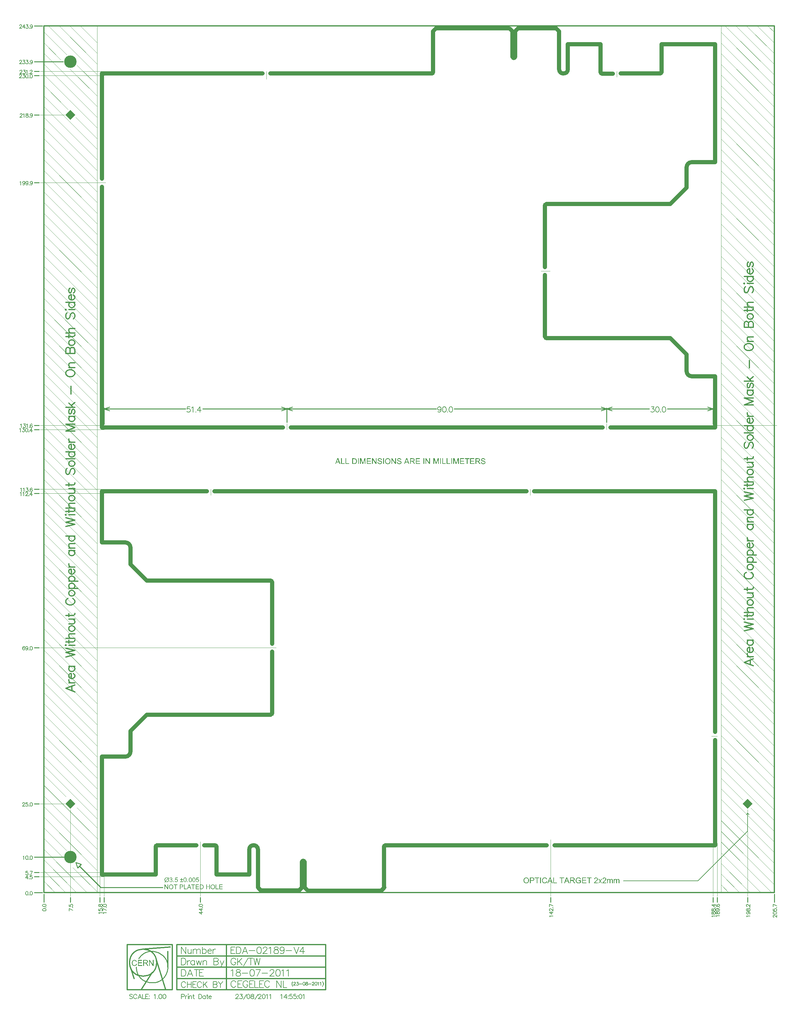
<source format=gbr>
%FSLAX24Y24*%
%MOIN*%
G70*
G01*
G75*
G04 Layer_Color=16711935*
%ADD10C,0.0472*%
%ADD11C,0.1378*%
%ADD12C,0.0100*%
%ADD13C,0.0039*%
%ADD14C,0.0079*%
%ADD15C,0.0120*%
%ADD16C,0.0010*%
%ADD17C,0.0060*%
%ADD18C,0.0140*%
G04:AMPARAMS|DCode=19|XSize=78.7mil|YSize=78.7mil|CornerRadius=0mil|HoleSize=0mil|Usage=FLASHONLY|Rotation=315.000|XOffset=0mil|YOffset=0mil|HoleType=Round|Shape=Rectangle|*
%AMROTATEDRECTD19*
4,1,4,-0.0557,0.0000,0.0000,0.0557,0.0557,0.0000,0.0000,-0.0557,-0.0557,0.0000,0.0*
%
%ADD19ROTATEDRECTD19*%

G04:AMPARAMS|DCode=20|XSize=78.7mil|YSize=78.7mil|CornerRadius=0mil|HoleSize=0mil|Usage=FLASHONLY|Rotation=315.000|XOffset=0mil|YOffset=0mil|HoleType=Round|Shape=Rectangle|*
%AMROTATEDRECTD20*
4,1,4,-0.0557,0.0000,0.0000,0.0557,0.0557,0.0000,0.0000,-0.0557,-0.0557,0.0000,0.0*
%
%ADD20ROTATEDRECTD20*%

%ADD21C,0.0070*%
%ADD22C,0.0050*%
G36*
X67766Y80253D02*
X67683D01*
Y80885D01*
X67766D01*
Y80253D01*
D02*
G37*
G36*
X67993Y80327D02*
X68303D01*
Y80253D01*
X67909D01*
Y80885D01*
X67993D01*
Y80327D01*
D02*
G37*
G36*
X65906Y80253D02*
X65822D01*
Y80885D01*
X65906D01*
Y80253D01*
D02*
G37*
G36*
X40917Y34372D02*
X40716D01*
X40688Y34236D01*
X40689Y34237D01*
X40690Y34238D01*
X40693Y34239D01*
X40696Y34242D01*
X40700Y34244D01*
X40705Y34246D01*
X40717Y34252D01*
X40731Y34259D01*
X40747Y34263D01*
X40765Y34267D01*
X40783Y34269D01*
X40789D01*
X40794Y34268D01*
X40800Y34267D01*
X40806Y34266D01*
X40814Y34265D01*
X40822Y34263D01*
X40839Y34257D01*
X40848Y34254D01*
X40858Y34249D01*
X40868Y34244D01*
X40877Y34238D01*
X40886Y34231D01*
X40894Y34222D01*
X40895Y34222D01*
X40897Y34220D01*
X40899Y34218D01*
X40901Y34214D01*
X40905Y34209D01*
X40909Y34204D01*
X40913Y34198D01*
X40918Y34191D01*
X40922Y34183D01*
X40926Y34174D01*
X40930Y34164D01*
X40934Y34154D01*
X40936Y34143D01*
X40938Y34131D01*
X40940Y34118D01*
X40941Y34105D01*
Y34104D01*
Y34102D01*
Y34098D01*
X40940Y34093D01*
X40939Y34087D01*
X40938Y34080D01*
X40938Y34073D01*
X40936Y34064D01*
X40931Y34046D01*
X40924Y34027D01*
X40919Y34016D01*
X40914Y34006D01*
X40908Y33996D01*
X40901Y33987D01*
X40900Y33986D01*
X40898Y33984D01*
X40895Y33981D01*
X40891Y33977D01*
X40887Y33973D01*
X40881Y33968D01*
X40874Y33962D01*
X40865Y33957D01*
X40857Y33951D01*
X40847Y33945D01*
X40835Y33940D01*
X40824Y33935D01*
X40811Y33931D01*
X40798Y33928D01*
X40783Y33927D01*
X40768Y33926D01*
X40761D01*
X40756Y33927D01*
X40751Y33928D01*
X40744Y33928D01*
X40736Y33929D01*
X40728Y33931D01*
X40710Y33935D01*
X40692Y33942D01*
X40683Y33947D01*
X40673Y33952D01*
X40664Y33958D01*
X40656Y33964D01*
X40655Y33965D01*
X40654Y33966D01*
X40652Y33968D01*
X40649Y33971D01*
X40646Y33975D01*
X40642Y33980D01*
X40638Y33985D01*
X40633Y33991D01*
X40625Y34006D01*
X40616Y34024D01*
X40610Y34044D01*
X40608Y34055D01*
X40606Y34067D01*
X40672Y34071D01*
Y34070D01*
Y34069D01*
X40673Y34067D01*
X40673Y34064D01*
X40676Y34055D01*
X40679Y34044D01*
X40683Y34033D01*
X40689Y34021D01*
X40696Y34010D01*
X40705Y34000D01*
X40706Y33999D01*
X40709Y33996D01*
X40715Y33993D01*
X40722Y33988D01*
X40732Y33984D01*
X40742Y33981D01*
X40755Y33977D01*
X40768Y33977D01*
X40772D01*
X40775Y33977D01*
X40784Y33978D01*
X40795Y33981D01*
X40806Y33985D01*
X40819Y33991D01*
X40832Y33999D01*
X40838Y34004D01*
X40844Y34010D01*
Y34011D01*
X40845Y34011D01*
X40848Y34016D01*
X40854Y34024D01*
X40859Y34034D01*
X40865Y34047D01*
X40870Y34062D01*
X40873Y34080D01*
X40875Y34100D01*
Y34100D01*
Y34102D01*
Y34105D01*
X40874Y34108D01*
Y34113D01*
X40873Y34118D01*
X40871Y34130D01*
X40868Y34143D01*
X40862Y34157D01*
X40855Y34171D01*
X40845Y34183D01*
X40843Y34185D01*
X40839Y34188D01*
X40833Y34193D01*
X40824Y34199D01*
X40813Y34204D01*
X40799Y34209D01*
X40784Y34213D01*
X40767Y34214D01*
X40762D01*
X40756Y34213D01*
X40749Y34213D01*
X40740Y34210D01*
X40731Y34208D01*
X40722Y34204D01*
X40712Y34199D01*
X40712Y34199D01*
X40709Y34197D01*
X40704Y34194D01*
X40699Y34190D01*
X40693Y34185D01*
X40687Y34179D01*
X40681Y34172D01*
X40676Y34164D01*
X40617Y34173D01*
X40666Y34431D01*
X40917D01*
Y34372D01*
D02*
G37*
G36*
X39733Y33934D02*
X39662D01*
Y34005D01*
X39733D01*
Y33934D01*
D02*
G37*
G36*
X39180D02*
X38846D01*
Y33992D01*
X39180D01*
Y33934D01*
D02*
G37*
G36*
X68483Y80327D02*
X68794D01*
Y80253D01*
X68400D01*
Y80885D01*
X68483D01*
Y80327D01*
D02*
G37*
G36*
X38572Y34372D02*
X38371D01*
X38343Y34236D01*
X38344Y34237D01*
X38345Y34238D01*
X38348Y34239D01*
X38351Y34242D01*
X38355Y34244D01*
X38360Y34246D01*
X38372Y34252D01*
X38386Y34259D01*
X38402Y34263D01*
X38420Y34267D01*
X38438Y34269D01*
X38445D01*
X38449Y34268D01*
X38455Y34267D01*
X38461Y34266D01*
X38469Y34265D01*
X38477Y34263D01*
X38494Y34257D01*
X38504Y34254D01*
X38513Y34249D01*
X38523Y34244D01*
X38532Y34238D01*
X38541Y34231D01*
X38550Y34222D01*
X38551Y34222D01*
X38552Y34220D01*
X38554Y34218D01*
X38557Y34214D01*
X38561Y34209D01*
X38564Y34204D01*
X38568Y34198D01*
X38573Y34191D01*
X38577Y34183D01*
X38581Y34174D01*
X38585Y34164D01*
X38589Y34154D01*
X38591Y34143D01*
X38594Y34131D01*
X38595Y34118D01*
X38596Y34105D01*
Y34104D01*
Y34102D01*
Y34098D01*
X38595Y34093D01*
X38594Y34087D01*
X38594Y34080D01*
X38593Y34073D01*
X38591Y34064D01*
X38586Y34046D01*
X38579Y34027D01*
X38574Y34016D01*
X38569Y34006D01*
X38563Y33996D01*
X38556Y33987D01*
X38555Y33986D01*
X38554Y33984D01*
X38551Y33981D01*
X38547Y33977D01*
X38542Y33973D01*
X38536Y33968D01*
X38529Y33962D01*
X38521Y33957D01*
X38512Y33951D01*
X38502Y33945D01*
X38491Y33940D01*
X38479Y33935D01*
X38466Y33931D01*
X38453Y33928D01*
X38438Y33927D01*
X38423Y33926D01*
X38416D01*
X38412Y33927D01*
X38406Y33928D01*
X38399Y33928D01*
X38392Y33929D01*
X38383Y33931D01*
X38365Y33935D01*
X38347Y33942D01*
X38338Y33947D01*
X38329Y33952D01*
X38319Y33958D01*
X38311Y33964D01*
X38310Y33965D01*
X38309Y33966D01*
X38307Y33968D01*
X38304Y33971D01*
X38301Y33975D01*
X38297Y33980D01*
X38293Y33985D01*
X38289Y33991D01*
X38280Y34006D01*
X38272Y34024D01*
X38266Y34044D01*
X38263Y34055D01*
X38262Y34067D01*
X38327Y34071D01*
Y34070D01*
Y34069D01*
X38328Y34067D01*
X38329Y34064D01*
X38331Y34055D01*
X38334Y34044D01*
X38338Y34033D01*
X38344Y34021D01*
X38351Y34010D01*
X38360Y34000D01*
X38362Y33999D01*
X38365Y33996D01*
X38370Y33993D01*
X38378Y33988D01*
X38387Y33984D01*
X38398Y33981D01*
X38410Y33977D01*
X38423Y33977D01*
X38428D01*
X38431Y33977D01*
X38439Y33978D01*
X38450Y33981D01*
X38461Y33985D01*
X38475Y33991D01*
X38487Y33999D01*
X38493Y34004D01*
X38499Y34010D01*
Y34011D01*
X38501Y34011D01*
X38504Y34016D01*
X38509Y34024D01*
X38514Y34034D01*
X38520Y34047D01*
X38525Y34062D01*
X38528Y34080D01*
X38530Y34100D01*
Y34100D01*
Y34102D01*
Y34105D01*
X38529Y34108D01*
Y34113D01*
X38528Y34118D01*
X38526Y34130D01*
X38523Y34143D01*
X38518Y34157D01*
X38510Y34171D01*
X38500Y34183D01*
X38498Y34185D01*
X38494Y34188D01*
X38488Y34193D01*
X38479Y34199D01*
X38468Y34204D01*
X38455Y34209D01*
X38439Y34213D01*
X38422Y34214D01*
X38417D01*
X38412Y34213D01*
X38404Y34213D01*
X38395Y34210D01*
X38386Y34208D01*
X38377Y34204D01*
X38368Y34199D01*
X38367Y34199D01*
X38364Y34197D01*
X38359Y34194D01*
X38354Y34190D01*
X38349Y34185D01*
X38342Y34179D01*
X38336Y34172D01*
X38331Y34164D01*
X38273Y34173D01*
X38322Y34431D01*
X38572D01*
Y34372D01*
D02*
G37*
G36*
X39042Y34219D02*
X39180D01*
Y34162D01*
X39042D01*
Y34024D01*
X38984D01*
Y34162D01*
X38846D01*
Y34219D01*
X38984D01*
Y34357D01*
X39042D01*
Y34219D01*
D02*
G37*
G36*
X38544Y33593D02*
X38378D01*
Y33147D01*
X38311D01*
Y33593D01*
X38145D01*
Y33652D01*
X38544D01*
Y33593D01*
D02*
G37*
G36*
X42485Y33659D02*
X42491D01*
X42499Y33659D01*
X42507Y33657D01*
X42516Y33656D01*
X42535Y33652D01*
X42556Y33646D01*
X42578Y33638D01*
X42589Y33632D01*
X42599Y33626D01*
X42600D01*
X42602Y33625D01*
X42605Y33623D01*
X42609Y33620D01*
X42613Y33617D01*
X42619Y33612D01*
X42631Y33603D01*
X42645Y33589D01*
X42659Y33573D01*
X42672Y33555D01*
X42685Y33533D01*
Y33533D01*
X42686Y33530D01*
X42688Y33527D01*
X42689Y33523D01*
X42692Y33517D01*
X42694Y33510D01*
X42697Y33503D01*
X42700Y33494D01*
X42702Y33484D01*
X42705Y33474D01*
X42710Y33451D01*
X42713Y33426D01*
X42715Y33398D01*
Y33397D01*
Y33395D01*
Y33391D01*
X42714Y33385D01*
Y33378D01*
X42713Y33371D01*
X42712Y33362D01*
X42711Y33352D01*
X42707Y33331D01*
X42702Y33308D01*
X42694Y33284D01*
X42683Y33261D01*
Y33260D01*
X42682Y33258D01*
X42680Y33255D01*
X42678Y33251D01*
X42674Y33246D01*
X42670Y33240D01*
X42661Y33227D01*
X42649Y33212D01*
X42633Y33197D01*
X42616Y33182D01*
X42596Y33169D01*
X42595D01*
X42593Y33168D01*
X42590Y33166D01*
X42586Y33165D01*
X42580Y33162D01*
X42574Y33159D01*
X42567Y33157D01*
X42559Y33154D01*
X42541Y33149D01*
X42520Y33143D01*
X42497Y33140D01*
X42474Y33139D01*
X42467D01*
X42461Y33139D01*
X42455D01*
X42448Y33140D01*
X42440Y33142D01*
X42430Y33143D01*
X42411Y33147D01*
X42390Y33153D01*
X42368Y33162D01*
X42357Y33166D01*
X42346Y33172D01*
X42345Y33173D01*
X42344Y33174D01*
X42341Y33176D01*
X42337Y33179D01*
X42332Y33182D01*
X42327Y33186D01*
X42315Y33197D01*
X42301Y33211D01*
X42286Y33226D01*
X42273Y33245D01*
X42261Y33266D01*
Y33267D01*
X42259Y33269D01*
X42258Y33272D01*
X42256Y33277D01*
X42254Y33282D01*
X42252Y33288D01*
X42249Y33296D01*
X42247Y33305D01*
X42244Y33314D01*
X42242Y33323D01*
X42237Y33344D01*
X42234Y33368D01*
X42232Y33392D01*
Y33394D01*
Y33397D01*
X42233Y33404D01*
Y33413D01*
X42235Y33424D01*
X42236Y33436D01*
X42238Y33449D01*
X42241Y33464D01*
X42245Y33480D01*
X42248Y33496D01*
X42254Y33512D01*
X42261Y33528D01*
X42268Y33544D01*
X42277Y33560D01*
X42288Y33575D01*
X42299Y33589D01*
X42300Y33589D01*
X42302Y33592D01*
X42306Y33596D01*
X42311Y33600D01*
X42318Y33606D01*
X42326Y33611D01*
X42335Y33618D01*
X42346Y33625D01*
X42358Y33631D01*
X42371Y33638D01*
X42386Y33643D01*
X42401Y33649D01*
X42417Y33653D01*
X42435Y33657D01*
X42454Y33659D01*
X42474Y33660D01*
X42480D01*
X42485Y33659D01*
D02*
G37*
G36*
X39342Y33206D02*
X39590D01*
Y33147D01*
X39276D01*
Y33652D01*
X39342D01*
Y33206D01*
D02*
G37*
G36*
X39027Y33651D02*
X39039Y33650D01*
X39052Y33649D01*
X39064Y33648D01*
X39075Y33646D01*
X39077D01*
X39081Y33645D01*
X39088Y33643D01*
X39097Y33641D01*
X39107Y33638D01*
X39117Y33634D01*
X39127Y33629D01*
X39137Y33622D01*
X39138Y33622D01*
X39142Y33619D01*
X39147Y33616D01*
X39152Y33610D01*
X39158Y33603D01*
X39165Y33595D01*
X39172Y33586D01*
X39178Y33574D01*
X39179Y33573D01*
X39180Y33569D01*
X39183Y33563D01*
X39186Y33554D01*
X39189Y33544D01*
X39191Y33533D01*
X39193Y33520D01*
X39193Y33506D01*
Y33505D01*
Y33503D01*
Y33500D01*
X39193Y33495D01*
X39192Y33490D01*
X39191Y33483D01*
X39190Y33476D01*
X39188Y33468D01*
X39183Y33450D01*
X39176Y33433D01*
X39171Y33424D01*
X39166Y33414D01*
X39160Y33405D01*
X39152Y33397D01*
X39151Y33396D01*
X39150Y33395D01*
X39147Y33393D01*
X39144Y33390D01*
X39139Y33387D01*
X39133Y33383D01*
X39127Y33379D01*
X39118Y33375D01*
X39109Y33371D01*
X39098Y33367D01*
X39086Y33363D01*
X39073Y33360D01*
X39057Y33357D01*
X39041Y33354D01*
X39024Y33354D01*
X39004Y33353D01*
X38875D01*
Y33147D01*
X38809D01*
Y33652D01*
X39015D01*
X39027Y33651D01*
D02*
G37*
G36*
X37847Y34441D02*
X37857Y34439D01*
X37869Y34437D01*
X37882Y34434D01*
X37895Y34429D01*
X37908Y34423D01*
X37909D01*
X37909Y34422D01*
X37914Y34420D01*
X37920Y34416D01*
X37928Y34411D01*
X37936Y34404D01*
X37945Y34395D01*
X37954Y34385D01*
X37961Y34375D01*
X37962Y34373D01*
X37965Y34369D01*
X37968Y34363D01*
X37971Y34355D01*
X37974Y34345D01*
X37977Y34335D01*
X37979Y34323D01*
X37980Y34310D01*
Y34309D01*
Y34305D01*
X37979Y34299D01*
X37978Y34291D01*
X37975Y34282D01*
X37972Y34272D01*
X37968Y34261D01*
X37962Y34251D01*
X37961Y34249D01*
X37959Y34246D01*
X37955Y34242D01*
X37949Y34236D01*
X37942Y34229D01*
X37933Y34222D01*
X37922Y34214D01*
X37910Y34208D01*
X37911D01*
X37912Y34207D01*
X37915D01*
X37918Y34206D01*
X37925Y34203D01*
X37935Y34199D01*
X37946Y34193D01*
X37958Y34186D01*
X37969Y34176D01*
X37979Y34165D01*
X37980Y34163D01*
X37983Y34159D01*
X37987Y34152D01*
X37992Y34143D01*
X37997Y34131D01*
X38001Y34117D01*
X38004Y34101D01*
X38005Y34083D01*
Y34083D01*
Y34080D01*
Y34077D01*
X38004Y34073D01*
X38003Y34067D01*
X38002Y34060D01*
X38001Y34053D01*
X37998Y34045D01*
X37993Y34027D01*
X37989Y34017D01*
X37984Y34008D01*
X37978Y33999D01*
X37972Y33990D01*
X37965Y33981D01*
X37956Y33971D01*
X37955Y33971D01*
X37954Y33969D01*
X37952Y33968D01*
X37948Y33964D01*
X37943Y33961D01*
X37937Y33957D01*
X37930Y33953D01*
X37923Y33949D01*
X37915Y33944D01*
X37905Y33941D01*
X37895Y33937D01*
X37885Y33933D01*
X37873Y33930D01*
X37861Y33928D01*
X37848Y33927D01*
X37835Y33926D01*
X37829D01*
X37824Y33927D01*
X37818Y33928D01*
X37812Y33928D01*
X37804Y33929D01*
X37796Y33931D01*
X37779Y33935D01*
X37760Y33943D01*
X37751Y33947D01*
X37743Y33952D01*
X37733Y33958D01*
X37725Y33965D01*
X37724Y33966D01*
X37723Y33967D01*
X37721Y33969D01*
X37718Y33972D01*
X37715Y33977D01*
X37711Y33981D01*
X37707Y33987D01*
X37703Y33993D01*
X37693Y34008D01*
X37686Y34026D01*
X37679Y34046D01*
X37677Y34057D01*
X37675Y34068D01*
X37737Y34077D01*
Y34076D01*
X37738Y34074D01*
Y34071D01*
X37740Y34068D01*
X37742Y34059D01*
X37746Y34047D01*
X37750Y34035D01*
X37756Y34022D01*
X37764Y34011D01*
X37773Y34001D01*
X37774Y34000D01*
X37777Y33997D01*
X37783Y33994D01*
X37790Y33989D01*
X37799Y33985D01*
X37809Y33981D01*
X37822Y33978D01*
X37835Y33977D01*
X37839D01*
X37842Y33978D01*
X37850Y33979D01*
X37860Y33981D01*
X37872Y33985D01*
X37885Y33990D01*
X37897Y33997D01*
X37909Y34007D01*
X37910Y34009D01*
X37913Y34013D01*
X37918Y34019D01*
X37924Y34028D01*
X37929Y34039D01*
X37934Y34052D01*
X37937Y34067D01*
X37938Y34083D01*
Y34083D01*
Y34084D01*
Y34087D01*
X37938Y34090D01*
X37937Y34097D01*
X37935Y34107D01*
X37932Y34118D01*
X37926Y34130D01*
X37919Y34142D01*
X37910Y34153D01*
X37909Y34154D01*
X37905Y34157D01*
X37899Y34161D01*
X37891Y34166D01*
X37881Y34172D01*
X37869Y34176D01*
X37856Y34179D01*
X37840Y34180D01*
X37833D01*
X37828Y34179D01*
X37822Y34179D01*
X37814Y34178D01*
X37806Y34176D01*
X37796Y34174D01*
X37803Y34229D01*
X37807D01*
X37810Y34228D01*
X37820D01*
X37827Y34229D01*
X37837Y34230D01*
X37848Y34232D01*
X37859Y34236D01*
X37872Y34241D01*
X37884Y34248D01*
X37885Y34249D01*
X37889Y34252D01*
X37894Y34257D01*
X37900Y34264D01*
X37906Y34272D01*
X37911Y34283D01*
X37915Y34296D01*
X37916Y34312D01*
Y34312D01*
Y34313D01*
Y34317D01*
X37915Y34323D01*
X37913Y34332D01*
X37911Y34340D01*
X37906Y34349D01*
X37901Y34359D01*
X37893Y34368D01*
X37892Y34368D01*
X37889Y34371D01*
X37884Y34375D01*
X37877Y34379D01*
X37869Y34384D01*
X37859Y34387D01*
X37847Y34390D01*
X37834Y34391D01*
X37828D01*
X37821Y34389D01*
X37813Y34388D01*
X37803Y34385D01*
X37793Y34381D01*
X37783Y34375D01*
X37773Y34368D01*
X37773Y34367D01*
X37769Y34364D01*
X37766Y34358D01*
X37761Y34351D01*
X37756Y34342D01*
X37751Y34330D01*
X37746Y34316D01*
X37743Y34300D01*
X37681Y34311D01*
Y34312D01*
X37682Y34314D01*
X37683Y34317D01*
X37683Y34321D01*
X37685Y34326D01*
X37687Y34332D01*
X37692Y34346D01*
X37698Y34361D01*
X37707Y34378D01*
X37718Y34393D01*
X37732Y34407D01*
X37733Y34408D01*
X37733Y34408D01*
X37736Y34410D01*
X37740Y34412D01*
X37743Y34414D01*
X37748Y34418D01*
X37760Y34424D01*
X37774Y34431D01*
X37792Y34436D01*
X37811Y34440D01*
X37822Y34441D01*
X37839D01*
X37847Y34441D01*
D02*
G37*
G36*
X65433Y80811D02*
X65060D01*
Y80617D01*
X65409D01*
Y80543D01*
X65060D01*
Y80327D01*
X65447D01*
Y80253D01*
X64976D01*
Y80885D01*
X65433D01*
Y80811D01*
D02*
G37*
G36*
X37867Y33659D02*
X37873D01*
X37881Y33659D01*
X37889Y33657D01*
X37898Y33656D01*
X37917Y33652D01*
X37938Y33646D01*
X37960Y33638D01*
X37971Y33632D01*
X37981Y33626D01*
X37982D01*
X37984Y33625D01*
X37987Y33623D01*
X37991Y33620D01*
X37995Y33617D01*
X38001Y33612D01*
X38013Y33603D01*
X38027Y33589D01*
X38041Y33573D01*
X38054Y33555D01*
X38067Y33533D01*
Y33533D01*
X38068Y33530D01*
X38070Y33527D01*
X38071Y33523D01*
X38074Y33517D01*
X38076Y33510D01*
X38079Y33503D01*
X38082Y33494D01*
X38084Y33484D01*
X38087Y33474D01*
X38092Y33451D01*
X38095Y33426D01*
X38097Y33398D01*
Y33397D01*
Y33395D01*
Y33391D01*
X38096Y33385D01*
Y33378D01*
X38095Y33371D01*
X38094Y33362D01*
X38093Y33352D01*
X38089Y33331D01*
X38084Y33308D01*
X38076Y33284D01*
X38065Y33261D01*
Y33260D01*
X38064Y33258D01*
X38062Y33255D01*
X38060Y33251D01*
X38056Y33246D01*
X38052Y33240D01*
X38043Y33227D01*
X38031Y33212D01*
X38015Y33197D01*
X37998Y33182D01*
X37978Y33169D01*
X37977D01*
X37975Y33168D01*
X37972Y33166D01*
X37968Y33165D01*
X37962Y33162D01*
X37956Y33159D01*
X37949Y33157D01*
X37941Y33154D01*
X37923Y33149D01*
X37902Y33143D01*
X37879Y33140D01*
X37856Y33139D01*
X37849D01*
X37843Y33139D01*
X37837D01*
X37830Y33140D01*
X37822Y33142D01*
X37813Y33143D01*
X37793Y33147D01*
X37772Y33153D01*
X37750Y33162D01*
X37739Y33166D01*
X37728Y33172D01*
X37727Y33173D01*
X37726Y33174D01*
X37723Y33176D01*
X37719Y33179D01*
X37714Y33182D01*
X37709Y33186D01*
X37697Y33197D01*
X37683Y33211D01*
X37668Y33226D01*
X37655Y33245D01*
X37643Y33266D01*
Y33267D01*
X37641Y33269D01*
X37640Y33272D01*
X37638Y33277D01*
X37636Y33282D01*
X37634Y33288D01*
X37631Y33296D01*
X37629Y33305D01*
X37626Y33314D01*
X37624Y33323D01*
X37619Y33344D01*
X37616Y33368D01*
X37614Y33392D01*
Y33394D01*
Y33397D01*
X37615Y33404D01*
Y33413D01*
X37617Y33424D01*
X37618Y33436D01*
X37620Y33449D01*
X37623Y33464D01*
X37627Y33480D01*
X37630Y33496D01*
X37636Y33512D01*
X37643Y33528D01*
X37650Y33544D01*
X37659Y33560D01*
X37670Y33575D01*
X37681Y33589D01*
X37682Y33589D01*
X37684Y33592D01*
X37688Y33596D01*
X37693Y33600D01*
X37700Y33606D01*
X37708Y33611D01*
X37717Y33618D01*
X37728Y33625D01*
X37740Y33631D01*
X37753Y33638D01*
X37768Y33643D01*
X37783Y33649D01*
X37799Y33653D01*
X37817Y33657D01*
X37836Y33659D01*
X37856Y33660D01*
X37862D01*
X37867Y33659D01*
D02*
G37*
G36*
X37618Y34428D02*
X37558Y34360D01*
Y34359D01*
X37559Y34358D01*
X37561Y34355D01*
X37562Y34352D01*
X37568Y34345D01*
X37574Y34334D01*
X37580Y34322D01*
X37587Y34309D01*
X37593Y34296D01*
X37597Y34283D01*
Y34282D01*
X37598Y34281D01*
X37599Y34279D01*
X37600Y34275D01*
X37601Y34272D01*
X37602Y34267D01*
X37604Y34255D01*
X37607Y34241D01*
X37609Y34224D01*
X37611Y34206D01*
X37611Y34186D01*
Y34186D01*
Y34183D01*
Y34179D01*
X37611Y34173D01*
Y34166D01*
X37610Y34159D01*
X37609Y34150D01*
X37607Y34140D01*
X37604Y34119D01*
X37598Y34095D01*
X37591Y34071D01*
X37580Y34048D01*
Y34047D01*
X37578Y34046D01*
X37577Y34042D01*
X37574Y34038D01*
X37571Y34033D01*
X37567Y34027D01*
X37557Y34014D01*
X37544Y33999D01*
X37529Y33984D01*
X37511Y33970D01*
X37491Y33957D01*
X37491D01*
X37489Y33955D01*
X37486Y33954D01*
X37482Y33952D01*
X37477Y33950D01*
X37471Y33947D01*
X37463Y33944D01*
X37455Y33941D01*
X37438Y33936D01*
X37418Y33931D01*
X37395Y33928D01*
X37372Y33926D01*
X37365D01*
X37360Y33927D01*
X37356D01*
X37344Y33928D01*
X37330Y33929D01*
X37316Y33931D01*
X37301Y33934D01*
X37286Y33939D01*
X37285Y33940D01*
X37281Y33941D01*
X37275Y33944D01*
X37266Y33948D01*
X37256Y33953D01*
X37245Y33960D01*
X37232Y33968D01*
X37217Y33978D01*
X37160Y33915D01*
X37126Y33943D01*
X37186Y34011D01*
Y34011D01*
X37184Y34013D01*
X37183Y34016D01*
X37180Y34019D01*
X37177Y34024D01*
X37174Y34029D01*
X37167Y34040D01*
X37160Y34054D01*
X37153Y34069D01*
X37146Y34084D01*
X37141Y34098D01*
Y34099D01*
X37140Y34100D01*
Y34102D01*
X37139Y34104D01*
X37137Y34112D01*
X37135Y34123D01*
X37133Y34136D01*
X37131Y34150D01*
X37131Y34167D01*
X37130Y34186D01*
Y34186D01*
Y34189D01*
Y34193D01*
X37131Y34199D01*
Y34206D01*
X37131Y34213D01*
X37132Y34222D01*
X37134Y34232D01*
X37137Y34253D01*
X37143Y34277D01*
X37150Y34301D01*
X37160Y34324D01*
Y34325D01*
X37162Y34327D01*
X37164Y34330D01*
X37166Y34334D01*
X37170Y34339D01*
X37174Y34345D01*
X37183Y34358D01*
X37195Y34373D01*
X37210Y34388D01*
X37227Y34403D01*
X37247Y34416D01*
X37248D01*
X37250Y34418D01*
X37253Y34419D01*
X37257Y34421D01*
X37263Y34424D01*
X37269Y34426D01*
X37276Y34429D01*
X37284Y34432D01*
X37293Y34434D01*
X37303Y34438D01*
X37323Y34443D01*
X37347Y34446D01*
X37372Y34448D01*
X37379D01*
X37388Y34447D01*
X37399Y34446D01*
X37412Y34444D01*
X37425Y34442D01*
X37439Y34439D01*
X37452Y34435D01*
X37453D01*
X37454Y34434D01*
X37458Y34433D01*
X37465Y34430D01*
X37475Y34425D01*
X37485Y34419D01*
X37498Y34412D01*
X37512Y34403D01*
X37527Y34392D01*
X37584Y34457D01*
X37618Y34428D01*
D02*
G37*
G36*
X38171Y33934D02*
X38101D01*
Y34005D01*
X38171D01*
Y33934D01*
D02*
G37*
G36*
X62777Y80253D02*
X62691D01*
X62360Y80749D01*
Y80253D01*
X62280D01*
Y80885D01*
X62364D01*
X62697Y80389D01*
Y80885D01*
X62777D01*
Y80253D01*
D02*
G37*
G36*
X60622D02*
X60537D01*
X60205Y80749D01*
Y80253D01*
X60125D01*
Y80885D01*
X60210D01*
X60542Y80389D01*
Y80885D01*
X60622D01*
Y80253D01*
D02*
G37*
G36*
X71457Y80811D02*
X71085D01*
Y80617D01*
X71433D01*
Y80543D01*
X71085D01*
Y80327D01*
X71472D01*
Y80253D01*
X71001D01*
Y80885D01*
X71457D01*
Y80811D01*
D02*
G37*
G36*
X66549Y80253D02*
X66463D01*
X66132Y80749D01*
Y80253D01*
X66052D01*
Y80885D01*
X66136D01*
X66469Y80389D01*
Y80885D01*
X66549D01*
Y80253D01*
D02*
G37*
G36*
X59404D02*
X59323D01*
Y80782D01*
X59138Y80253D01*
X59063D01*
X58882Y80791D01*
Y80253D01*
X58801D01*
Y80885D01*
X58926D01*
X59076Y80438D01*
Y80437D01*
X59077Y80435D01*
X59078Y80432D01*
X59079Y80427D01*
X59083Y80417D01*
X59087Y80403D01*
X59092Y80388D01*
X59097Y80373D01*
X59102Y80357D01*
X59106Y80345D01*
X59107Y80347D01*
X59108Y80351D01*
X59110Y80359D01*
X59114Y80370D01*
X59118Y80384D01*
X59124Y80401D01*
X59132Y80422D01*
X59139Y80446D01*
X59290Y80885D01*
X59404D01*
Y80253D01*
D02*
G37*
G36*
X71889Y80884D02*
X71897D01*
X71916Y80883D01*
X71936Y80881D01*
X71957Y80877D01*
X71977Y80873D01*
X71987Y80870D01*
X71996Y80867D01*
X71997D01*
X71997Y80866D01*
X72003Y80865D01*
X72011Y80860D01*
X72021Y80853D01*
X72032Y80845D01*
X72044Y80835D01*
X72055Y80822D01*
X72066Y80807D01*
X72067Y80805D01*
X72070Y80799D01*
X72074Y80791D01*
X72079Y80779D01*
X72084Y80765D01*
X72089Y80748D01*
X72092Y80731D01*
X72093Y80712D01*
Y80711D01*
Y80709D01*
Y80705D01*
X72092Y80700D01*
Y80694D01*
X72091Y80688D01*
X72087Y80672D01*
X72082Y80654D01*
X72074Y80636D01*
X72063Y80617D01*
X72056Y80607D01*
X72048Y80598D01*
X72046Y80596D01*
X72044Y80595D01*
X72041Y80591D01*
X72036Y80588D01*
X72030Y80583D01*
X72023Y80579D01*
X72016Y80574D01*
X72007Y80570D01*
X71997Y80565D01*
X71986Y80560D01*
X71973Y80555D01*
X71961Y80550D01*
X71947Y80546D01*
X71931Y80544D01*
X71915Y80541D01*
X71917Y80540D01*
X71921Y80538D01*
X71926Y80535D01*
X71933Y80531D01*
X71949Y80521D01*
X71958Y80515D01*
X71965Y80509D01*
X71967Y80507D01*
X71972Y80503D01*
X71978Y80496D01*
X71987Y80486D01*
X71997Y80473D01*
X72009Y80459D01*
X72022Y80443D01*
X72034Y80424D01*
X72144Y80253D01*
X72039D01*
X71955Y80384D01*
Y80385D01*
X71953Y80387D01*
X71951Y80390D01*
X71949Y80394D01*
X71943Y80403D01*
X71934Y80416D01*
X71924Y80430D01*
X71914Y80445D01*
X71904Y80458D01*
X71895Y80471D01*
X71894Y80472D01*
X71891Y80475D01*
X71886Y80481D01*
X71881Y80488D01*
X71867Y80501D01*
X71860Y80508D01*
X71852Y80513D01*
X71851Y80514D01*
X71849Y80515D01*
X71846Y80517D01*
X71841Y80520D01*
X71829Y80525D01*
X71815Y80530D01*
X71814D01*
X71812Y80531D01*
X71808D01*
X71803Y80532D01*
X71797Y80533D01*
X71789D01*
X71779Y80534D01*
X71672D01*
Y80253D01*
X71588D01*
Y80885D01*
X71881D01*
X71889Y80884D01*
D02*
G37*
G36*
X69738Y80253D02*
X69657D01*
Y80782D01*
X69473Y80253D01*
X69398D01*
X69216Y80791D01*
Y80253D01*
X69136D01*
Y80885D01*
X69261D01*
X69410Y80438D01*
Y80437D01*
X69411Y80435D01*
X69412Y80432D01*
X69413Y80427D01*
X69417Y80417D01*
X69422Y80403D01*
X69427Y80388D01*
X69432Y80373D01*
X69436Y80357D01*
X69440Y80345D01*
X69441Y80347D01*
X69442Y80351D01*
X69445Y80359D01*
X69449Y80370D01*
X69453Y80384D01*
X69459Y80401D01*
X69466Y80422D01*
X69474Y80446D01*
X69625Y80885D01*
X69738D01*
Y80253D01*
D02*
G37*
G36*
X67534D02*
X67453D01*
Y80782D01*
X67268Y80253D01*
X67193D01*
X67012Y80791D01*
Y80253D01*
X66931D01*
Y80885D01*
X67056D01*
X67206Y80438D01*
Y80437D01*
X67207Y80435D01*
X67208Y80432D01*
X67209Y80427D01*
X67213Y80417D01*
X67217Y80403D01*
X67222Y80388D01*
X67227Y80373D01*
X67232Y80357D01*
X67236Y80345D01*
X67237Y80347D01*
X67238Y80351D01*
X67241Y80359D01*
X67244Y80370D01*
X67248Y80384D01*
X67254Y80401D01*
X67262Y80422D01*
X67269Y80446D01*
X67420Y80885D01*
X67534D01*
Y80253D01*
D02*
G37*
G36*
X70913Y80811D02*
X70705D01*
Y80253D01*
X70621D01*
Y80811D01*
X70414D01*
Y80885D01*
X70913D01*
Y80811D01*
D02*
G37*
G36*
X39415Y34441D02*
X39424Y34439D01*
X39435Y34438D01*
X39447Y34434D01*
X39459Y34430D01*
X39471Y34424D01*
X39472Y34424D01*
X39476Y34421D01*
X39481Y34418D01*
X39489Y34413D01*
X39497Y34406D01*
X39505Y34398D01*
X39514Y34388D01*
X39521Y34378D01*
X39522Y34376D01*
X39524Y34372D01*
X39528Y34365D01*
X39533Y34357D01*
X39537Y34346D01*
X39543Y34333D01*
X39548Y34318D01*
X39553Y34302D01*
Y34302D01*
X39554Y34300D01*
Y34298D01*
X39554Y34294D01*
X39556Y34290D01*
X39557Y34285D01*
X39557Y34278D01*
X39559Y34271D01*
X39560Y34262D01*
X39560Y34254D01*
X39562Y34244D01*
X39563Y34233D01*
X39564Y34222D01*
Y34210D01*
X39564Y34183D01*
Y34183D01*
Y34179D01*
Y34175D01*
Y34169D01*
X39564Y34161D01*
Y34153D01*
X39563Y34143D01*
X39562Y34132D01*
X39560Y34109D01*
X39557Y34085D01*
X39552Y34061D01*
X39549Y34050D01*
X39546Y34040D01*
Y34039D01*
X39545Y34037D01*
X39544Y34034D01*
X39543Y34030D01*
X39541Y34026D01*
X39538Y34021D01*
X39532Y34009D01*
X39524Y33995D01*
X39515Y33981D01*
X39504Y33968D01*
X39491Y33955D01*
X39491D01*
X39490Y33954D01*
X39488Y33953D01*
X39485Y33951D01*
X39477Y33946D01*
X39467Y33941D01*
X39453Y33935D01*
X39438Y33931D01*
X39420Y33928D01*
X39400Y33926D01*
X39393D01*
X39388Y33927D01*
X39382Y33928D01*
X39375Y33929D01*
X39367Y33931D01*
X39358Y33932D01*
X39340Y33938D01*
X39330Y33943D01*
X39321Y33948D01*
X39311Y33954D01*
X39302Y33961D01*
X39293Y33968D01*
X39285Y33977D01*
X39284Y33978D01*
X39282Y33981D01*
X39280Y33984D01*
X39277Y33990D01*
X39273Y33997D01*
X39269Y34005D01*
X39265Y34015D01*
X39260Y34027D01*
X39256Y34040D01*
X39251Y34056D01*
X39247Y34073D01*
X39243Y34091D01*
X39240Y34112D01*
X39238Y34133D01*
X39236Y34158D01*
X39236Y34183D01*
Y34184D01*
Y34187D01*
Y34192D01*
Y34198D01*
X39236Y34206D01*
Y34214D01*
X39237Y34224D01*
X39238Y34235D01*
X39240Y34258D01*
X39243Y34282D01*
X39247Y34305D01*
X39250Y34316D01*
X39253Y34327D01*
Y34328D01*
X39254Y34329D01*
X39256Y34332D01*
X39257Y34336D01*
X39259Y34341D01*
X39261Y34346D01*
X39267Y34358D01*
X39275Y34372D01*
X39284Y34386D01*
X39295Y34399D01*
X39308Y34411D01*
X39309D01*
X39309Y34413D01*
X39312Y34414D01*
X39315Y34416D01*
X39322Y34421D01*
X39333Y34427D01*
X39346Y34432D01*
X39362Y34437D01*
X39380Y34440D01*
X39400Y34441D01*
X39407D01*
X39415Y34441D01*
D02*
G37*
G36*
X72459Y80894D02*
X72466D01*
X72482Y80892D01*
X72501Y80890D01*
X72522Y80886D01*
X72543Y80880D01*
X72564Y80872D01*
X72564D01*
X72565Y80871D01*
X72568Y80870D01*
X72572Y80868D01*
X72582Y80863D01*
X72594Y80856D01*
X72608Y80846D01*
X72621Y80835D01*
X72635Y80821D01*
X72646Y80806D01*
X72647Y80804D01*
X72651Y80798D01*
X72656Y80789D01*
X72661Y80777D01*
X72666Y80763D01*
X72672Y80745D01*
X72676Y80727D01*
X72678Y80707D01*
X72598Y80701D01*
Y80702D01*
Y80704D01*
X72597Y80707D01*
X72596Y80711D01*
X72594Y80721D01*
X72590Y80735D01*
X72585Y80749D01*
X72577Y80764D01*
X72566Y80778D01*
X72554Y80791D01*
X72552Y80792D01*
X72547Y80795D01*
X72539Y80800D01*
X72527Y80806D01*
X72512Y80812D01*
X72492Y80817D01*
X72470Y80820D01*
X72444Y80821D01*
X72432D01*
X72426Y80820D01*
X72418D01*
X72402Y80817D01*
X72384Y80815D01*
X72366Y80810D01*
X72348Y80803D01*
X72341Y80798D01*
X72334Y80793D01*
X72333Y80793D01*
X72329Y80789D01*
X72323Y80783D01*
X72318Y80774D01*
X72311Y80765D01*
X72306Y80753D01*
X72302Y80741D01*
X72300Y80726D01*
Y80724D01*
Y80720D01*
X72301Y80714D01*
X72303Y80706D01*
X72306Y80697D01*
X72311Y80688D01*
X72317Y80679D01*
X72324Y80670D01*
X72325Y80669D01*
X72330Y80667D01*
X72333Y80665D01*
X72337Y80662D01*
X72342Y80660D01*
X72349Y80657D01*
X72357Y80653D01*
X72366Y80649D01*
X72375Y80646D01*
X72387Y80643D01*
X72400Y80638D01*
X72415Y80634D01*
X72431Y80630D01*
X72449Y80625D01*
X72450D01*
X72454Y80624D01*
X72459Y80623D01*
X72466Y80621D01*
X72474Y80620D01*
X72484Y80617D01*
X72505Y80612D01*
X72528Y80605D01*
X72551Y80598D01*
X72563Y80596D01*
X72572Y80592D01*
X72582Y80588D01*
X72589Y80585D01*
X72590D01*
X72592Y80584D01*
X72594Y80582D01*
X72598Y80580D01*
X72608Y80574D01*
X72620Y80568D01*
X72634Y80558D01*
X72647Y80546D01*
X72660Y80534D01*
X72670Y80521D01*
X72671Y80519D01*
X72674Y80514D01*
X72679Y80506D01*
X72684Y80495D01*
X72688Y80482D01*
X72693Y80467D01*
X72696Y80449D01*
X72697Y80431D01*
Y80430D01*
Y80429D01*
Y80426D01*
Y80423D01*
X72695Y80413D01*
X72693Y80400D01*
X72690Y80386D01*
X72685Y80370D01*
X72678Y80352D01*
X72668Y80336D01*
X72667Y80334D01*
X72663Y80328D01*
X72657Y80321D01*
X72647Y80311D01*
X72636Y80300D01*
X72621Y80288D01*
X72604Y80277D01*
X72585Y80267D01*
X72584D01*
X72582Y80266D01*
X72579Y80265D01*
X72575Y80263D01*
X72570Y80261D01*
X72564Y80259D01*
X72549Y80255D01*
X72532Y80251D01*
X72511Y80247D01*
X72489Y80244D01*
X72464Y80243D01*
X72449D01*
X72442Y80244D01*
X72434D01*
X72424Y80245D01*
X72414Y80246D01*
X72392Y80249D01*
X72367Y80253D01*
X72343Y80259D01*
X72320Y80267D01*
X72319D01*
X72318Y80268D01*
X72315Y80270D01*
X72311Y80272D01*
X72300Y80277D01*
X72288Y80286D01*
X72272Y80297D01*
X72258Y80309D01*
X72243Y80324D01*
X72229Y80342D01*
Y80343D01*
X72228Y80344D01*
X72226Y80347D01*
X72224Y80350D01*
X72221Y80355D01*
X72219Y80361D01*
X72213Y80375D01*
X72207Y80392D01*
X72201Y80412D01*
X72197Y80433D01*
X72195Y80456D01*
X72274Y80463D01*
Y80462D01*
Y80461D01*
X72275Y80455D01*
X72277Y80447D01*
X72279Y80435D01*
X72283Y80423D01*
X72287Y80409D01*
X72293Y80397D01*
X72299Y80384D01*
X72300Y80383D01*
X72303Y80379D01*
X72308Y80374D01*
X72316Y80367D01*
X72324Y80359D01*
X72335Y80350D01*
X72348Y80343D01*
X72363Y80335D01*
X72364D01*
X72365Y80334D01*
X72370Y80332D01*
X72379Y80329D01*
X72392Y80326D01*
X72405Y80323D01*
X72422Y80320D01*
X72441Y80318D01*
X72460Y80317D01*
X72467D01*
X72477Y80318D01*
X72488Y80319D01*
X72501Y80320D01*
X72515Y80323D01*
X72529Y80325D01*
X72543Y80330D01*
X72545Y80331D01*
X72549Y80333D01*
X72556Y80336D01*
X72564Y80341D01*
X72573Y80347D01*
X72582Y80353D01*
X72590Y80361D01*
X72598Y80370D01*
X72599Y80371D01*
X72601Y80374D01*
X72604Y80379D01*
X72608Y80386D01*
X72611Y80394D01*
X72613Y80403D01*
X72615Y80413D01*
X72616Y80423D01*
Y80424D01*
Y80428D01*
X72615Y80434D01*
X72614Y80441D01*
X72613Y80449D01*
X72609Y80458D01*
X72605Y80467D01*
X72599Y80475D01*
X72598Y80476D01*
X72596Y80479D01*
X72591Y80483D01*
X72586Y80489D01*
X72578Y80495D01*
X72568Y80500D01*
X72556Y80507D01*
X72542Y80513D01*
X72541Y80514D01*
X72538Y80515D01*
X72530Y80517D01*
X72525Y80519D01*
X72519Y80521D01*
X72512Y80522D01*
X72504Y80524D01*
X72494Y80527D01*
X72485Y80530D01*
X72473Y80533D01*
X72460Y80536D01*
X72445Y80540D01*
X72430Y80544D01*
X72429D01*
X72426Y80545D01*
X72421Y80546D01*
X72416Y80547D01*
X72409Y80549D01*
X72401Y80551D01*
X72383Y80556D01*
X72363Y80563D01*
X72342Y80570D01*
X72324Y80576D01*
X72316Y80579D01*
X72309Y80583D01*
X72308D01*
X72307Y80584D01*
X72301Y80588D01*
X72293Y80593D01*
X72284Y80599D01*
X72272Y80608D01*
X72262Y80618D01*
X72251Y80629D01*
X72242Y80642D01*
X72241Y80644D01*
X72238Y80648D01*
X72235Y80655D01*
X72231Y80665D01*
X72226Y80676D01*
X72223Y80690D01*
X72220Y80705D01*
X72219Y80720D01*
Y80721D01*
Y80722D01*
Y80725D01*
Y80729D01*
X72221Y80738D01*
X72223Y80749D01*
X72226Y80764D01*
X72231Y80778D01*
X72238Y80794D01*
X72246Y80810D01*
Y80811D01*
X72247Y80812D01*
X72251Y80817D01*
X72258Y80824D01*
X72267Y80834D01*
X72277Y80843D01*
X72291Y80854D01*
X72307Y80865D01*
X72325Y80873D01*
X72326D01*
X72327Y80874D01*
X72330Y80875D01*
X72335Y80877D01*
X72340Y80878D01*
X72345Y80880D01*
X72359Y80885D01*
X72376Y80889D01*
X72395Y80891D01*
X72417Y80894D01*
X72441Y80895D01*
X72452D01*
X72459Y80894D01*
D02*
G37*
G36*
X40394Y34441D02*
X40403Y34439D01*
X40414Y34438D01*
X40426Y34434D01*
X40438Y34430D01*
X40450Y34424D01*
X40451Y34424D01*
X40455Y34421D01*
X40461Y34418D01*
X40468Y34413D01*
X40476Y34406D01*
X40484Y34398D01*
X40493Y34388D01*
X40500Y34378D01*
X40501Y34376D01*
X40504Y34372D01*
X40507Y34365D01*
X40512Y34357D01*
X40517Y34346D01*
X40522Y34333D01*
X40527Y34318D01*
X40532Y34302D01*
Y34302D01*
X40533Y34300D01*
Y34298D01*
X40534Y34294D01*
X40535Y34290D01*
X40536Y34285D01*
X40537Y34278D01*
X40538Y34271D01*
X40539Y34262D01*
X40540Y34254D01*
X40541Y34244D01*
X40542Y34233D01*
X40543Y34222D01*
Y34210D01*
X40544Y34183D01*
Y34183D01*
Y34179D01*
Y34175D01*
Y34169D01*
X40543Y34161D01*
Y34153D01*
X40542Y34143D01*
X40541Y34132D01*
X40539Y34109D01*
X40536Y34085D01*
X40531Y34061D01*
X40528Y34050D01*
X40525Y34040D01*
Y34039D01*
X40524Y34037D01*
X40524Y34034D01*
X40522Y34030D01*
X40520Y34026D01*
X40517Y34021D01*
X40511Y34009D01*
X40504Y33995D01*
X40494Y33981D01*
X40484Y33968D01*
X40471Y33955D01*
X40470D01*
X40469Y33954D01*
X40467Y33953D01*
X40464Y33951D01*
X40456Y33946D01*
X40446Y33941D01*
X40432Y33935D01*
X40417Y33931D01*
X40399Y33928D01*
X40379Y33926D01*
X40372D01*
X40367Y33927D01*
X40361Y33928D01*
X40354Y33929D01*
X40346Y33931D01*
X40338Y33932D01*
X40319Y33938D01*
X40309Y33943D01*
X40300Y33948D01*
X40290Y33954D01*
X40281Y33961D01*
X40272Y33968D01*
X40264Y33977D01*
X40263Y33978D01*
X40262Y33981D01*
X40259Y33984D01*
X40256Y33990D01*
X40252Y33997D01*
X40249Y34005D01*
X40244Y34015D01*
X40239Y34027D01*
X40235Y34040D01*
X40230Y34056D01*
X40226Y34073D01*
X40222Y34091D01*
X40219Y34112D01*
X40217Y34133D01*
X40216Y34158D01*
X40215Y34183D01*
Y34184D01*
Y34187D01*
Y34192D01*
Y34198D01*
X40216Y34206D01*
Y34214D01*
X40216Y34224D01*
X40217Y34235D01*
X40219Y34258D01*
X40222Y34282D01*
X40226Y34305D01*
X40229Y34316D01*
X40232Y34327D01*
Y34328D01*
X40233Y34329D01*
X40235Y34332D01*
X40236Y34336D01*
X40238Y34341D01*
X40240Y34346D01*
X40246Y34358D01*
X40254Y34372D01*
X40263Y34386D01*
X40274Y34399D01*
X40287Y34411D01*
X40288D01*
X40289Y34413D01*
X40291Y34414D01*
X40294Y34416D01*
X40302Y34421D01*
X40312Y34427D01*
X40325Y34432D01*
X40342Y34437D01*
X40359Y34440D01*
X40379Y34441D01*
X40386D01*
X40394Y34441D01*
D02*
G37*
G36*
X40002D02*
X40011Y34439D01*
X40022Y34438D01*
X40034Y34434D01*
X40047Y34430D01*
X40058Y34424D01*
X40060Y34424D01*
X40064Y34421D01*
X40069Y34418D01*
X40077Y34413D01*
X40084Y34406D01*
X40093Y34398D01*
X40101Y34388D01*
X40109Y34378D01*
X40110Y34376D01*
X40112Y34372D01*
X40116Y34365D01*
X40120Y34357D01*
X40125Y34346D01*
X40130Y34333D01*
X40136Y34318D01*
X40140Y34302D01*
Y34302D01*
X40141Y34300D01*
Y34298D01*
X40142Y34294D01*
X40143Y34290D01*
X40144Y34285D01*
X40145Y34278D01*
X40146Y34271D01*
X40147Y34262D01*
X40148Y34254D01*
X40150Y34244D01*
X40150Y34233D01*
X40151Y34222D01*
Y34210D01*
X40152Y34183D01*
Y34183D01*
Y34179D01*
Y34175D01*
Y34169D01*
X40151Y34161D01*
Y34153D01*
X40150Y34143D01*
X40150Y34132D01*
X40147Y34109D01*
X40144Y34085D01*
X40140Y34061D01*
X40136Y34050D01*
X40133Y34040D01*
Y34039D01*
X40133Y34037D01*
X40132Y34034D01*
X40130Y34030D01*
X40128Y34026D01*
X40126Y34021D01*
X40120Y34009D01*
X40112Y33995D01*
X40103Y33981D01*
X40092Y33968D01*
X40079Y33955D01*
X40078D01*
X40077Y33954D01*
X40075Y33953D01*
X40073Y33951D01*
X40064Y33946D01*
X40054Y33941D01*
X40040Y33935D01*
X40025Y33931D01*
X40007Y33928D01*
X39987Y33926D01*
X39981D01*
X39975Y33927D01*
X39969Y33928D01*
X39962Y33929D01*
X39954Y33931D01*
X39946Y33932D01*
X39928Y33938D01*
X39918Y33943D01*
X39908Y33948D01*
X39898Y33954D01*
X39889Y33961D01*
X39881Y33968D01*
X39872Y33977D01*
X39872Y33978D01*
X39870Y33981D01*
X39868Y33984D01*
X39865Y33990D01*
X39861Y33997D01*
X39857Y34005D01*
X39852Y34015D01*
X39848Y34027D01*
X39843Y34040D01*
X39838Y34056D01*
X39835Y34073D01*
X39831Y34091D01*
X39828Y34112D01*
X39825Y34133D01*
X39824Y34158D01*
X39823Y34183D01*
Y34184D01*
Y34187D01*
Y34192D01*
Y34198D01*
X39824Y34206D01*
Y34214D01*
X39825Y34224D01*
X39825Y34235D01*
X39828Y34258D01*
X39831Y34282D01*
X39835Y34305D01*
X39838Y34316D01*
X39841Y34327D01*
Y34328D01*
X39842Y34329D01*
X39843Y34332D01*
X39845Y34336D01*
X39846Y34341D01*
X39848Y34346D01*
X39855Y34358D01*
X39862Y34372D01*
X39872Y34386D01*
X39882Y34399D01*
X39895Y34411D01*
X39896D01*
X39897Y34413D01*
X39899Y34414D01*
X39902Y34416D01*
X39910Y34421D01*
X39921Y34427D01*
X39934Y34432D01*
X39950Y34437D01*
X39968Y34440D01*
X39987Y34441D01*
X39994D01*
X40002Y34441D01*
D02*
G37*
G36*
X68991Y80253D02*
X68908D01*
Y80885D01*
X68991D01*
Y80253D01*
D02*
G37*
G36*
X70331Y80811D02*
X69958D01*
Y80617D01*
X70307D01*
Y80543D01*
X69958D01*
Y80327D01*
X70346D01*
Y80253D01*
X69875D01*
Y80885D01*
X70331D01*
Y80811D01*
D02*
G37*
G36*
X63152Y80894D02*
X63159D01*
X63176Y80892D01*
X63195Y80890D01*
X63216Y80886D01*
X63237Y80880D01*
X63257Y80872D01*
X63258D01*
X63259Y80871D01*
X63262Y80870D01*
X63266Y80868D01*
X63275Y80863D01*
X63288Y80856D01*
X63301Y80846D01*
X63315Y80835D01*
X63328Y80821D01*
X63340Y80806D01*
X63341Y80804D01*
X63345Y80798D01*
X63349Y80789D01*
X63354Y80777D01*
X63360Y80763D01*
X63366Y80745D01*
X63370Y80727D01*
X63372Y80707D01*
X63292Y80701D01*
Y80702D01*
Y80704D01*
X63291Y80707D01*
X63290Y80711D01*
X63288Y80721D01*
X63284Y80735D01*
X63278Y80749D01*
X63271Y80764D01*
X63260Y80778D01*
X63248Y80791D01*
X63246Y80792D01*
X63241Y80795D01*
X63232Y80800D01*
X63221Y80806D01*
X63205Y80812D01*
X63186Y80817D01*
X63164Y80820D01*
X63138Y80821D01*
X63126D01*
X63120Y80820D01*
X63112D01*
X63096Y80817D01*
X63077Y80815D01*
X63059Y80810D01*
X63042Y80803D01*
X63034Y80798D01*
X63028Y80793D01*
X63027Y80793D01*
X63023Y80789D01*
X63017Y80783D01*
X63011Y80774D01*
X63004Y80765D01*
X63000Y80753D01*
X62996Y80741D01*
X62994Y80726D01*
Y80724D01*
Y80720D01*
X62995Y80714D01*
X62997Y80706D01*
X63000Y80697D01*
X63004Y80688D01*
X63010Y80679D01*
X63018Y80670D01*
X63019Y80669D01*
X63024Y80667D01*
X63027Y80665D01*
X63030Y80662D01*
X63036Y80660D01*
X63043Y80657D01*
X63051Y80653D01*
X63059Y80649D01*
X63069Y80646D01*
X63080Y80643D01*
X63094Y80638D01*
X63108Y80634D01*
X63125Y80630D01*
X63143Y80625D01*
X63144D01*
X63148Y80624D01*
X63152Y80623D01*
X63159Y80621D01*
X63168Y80620D01*
X63177Y80617D01*
X63199Y80612D01*
X63222Y80605D01*
X63245Y80598D01*
X63256Y80596D01*
X63266Y80592D01*
X63275Y80588D01*
X63283Y80585D01*
X63284D01*
X63286Y80584D01*
X63288Y80582D01*
X63292Y80580D01*
X63301Y80574D01*
X63314Y80568D01*
X63327Y80558D01*
X63341Y80546D01*
X63353Y80534D01*
X63364Y80521D01*
X63365Y80519D01*
X63368Y80514D01*
X63373Y80506D01*
X63377Y80495D01*
X63382Y80482D01*
X63387Y80467D01*
X63390Y80449D01*
X63391Y80431D01*
Y80430D01*
Y80429D01*
Y80426D01*
Y80423D01*
X63389Y80413D01*
X63387Y80400D01*
X63384Y80386D01*
X63378Y80370D01*
X63372Y80352D01*
X63362Y80336D01*
X63361Y80334D01*
X63356Y80328D01*
X63350Y80321D01*
X63341Y80311D01*
X63329Y80300D01*
X63315Y80288D01*
X63298Y80277D01*
X63278Y80267D01*
X63277D01*
X63275Y80266D01*
X63273Y80265D01*
X63269Y80263D01*
X63264Y80261D01*
X63258Y80259D01*
X63243Y80255D01*
X63225Y80251D01*
X63204Y80247D01*
X63182Y80244D01*
X63157Y80243D01*
X63143D01*
X63136Y80244D01*
X63127D01*
X63118Y80245D01*
X63107Y80246D01*
X63085Y80249D01*
X63061Y80253D01*
X63037Y80259D01*
X63014Y80267D01*
X63013D01*
X63011Y80268D01*
X63008Y80270D01*
X63004Y80272D01*
X62994Y80277D01*
X62981Y80286D01*
X62966Y80297D01*
X62952Y80309D01*
X62936Y80324D01*
X62923Y80342D01*
Y80343D01*
X62922Y80344D01*
X62920Y80347D01*
X62918Y80350D01*
X62915Y80355D01*
X62912Y80361D01*
X62906Y80375D01*
X62901Y80392D01*
X62895Y80412D01*
X62891Y80433D01*
X62889Y80456D01*
X62968Y80463D01*
Y80462D01*
Y80461D01*
X62969Y80455D01*
X62971Y80447D01*
X62973Y80435D01*
X62977Y80423D01*
X62980Y80409D01*
X62986Y80397D01*
X62993Y80384D01*
X62994Y80383D01*
X62997Y80379D01*
X63002Y80374D01*
X63009Y80367D01*
X63018Y80359D01*
X63028Y80350D01*
X63042Y80343D01*
X63056Y80335D01*
X63057D01*
X63058Y80334D01*
X63064Y80332D01*
X63073Y80329D01*
X63085Y80326D01*
X63099Y80323D01*
X63116Y80320D01*
X63134Y80318D01*
X63153Y80317D01*
X63161D01*
X63171Y80318D01*
X63181Y80319D01*
X63195Y80320D01*
X63208Y80323D01*
X63223Y80325D01*
X63237Y80330D01*
X63239Y80331D01*
X63243Y80333D01*
X63250Y80336D01*
X63257Y80341D01*
X63267Y80347D01*
X63275Y80353D01*
X63284Y80361D01*
X63292Y80370D01*
X63293Y80371D01*
X63295Y80374D01*
X63298Y80379D01*
X63301Y80386D01*
X63304Y80394D01*
X63307Y80403D01*
X63309Y80413D01*
X63310Y80423D01*
Y80424D01*
Y80428D01*
X63309Y80434D01*
X63308Y80441D01*
X63306Y80449D01*
X63302Y80458D01*
X63299Y80467D01*
X63293Y80475D01*
X63292Y80476D01*
X63290Y80479D01*
X63285Y80483D01*
X63279Y80489D01*
X63272Y80495D01*
X63262Y80500D01*
X63250Y80507D01*
X63236Y80513D01*
X63235Y80514D01*
X63231Y80515D01*
X63224Y80517D01*
X63219Y80519D01*
X63213Y80521D01*
X63205Y80522D01*
X63198Y80524D01*
X63188Y80527D01*
X63178Y80530D01*
X63167Y80533D01*
X63153Y80536D01*
X63139Y80540D01*
X63124Y80544D01*
X63123D01*
X63120Y80545D01*
X63115Y80546D01*
X63109Y80547D01*
X63102Y80549D01*
X63095Y80551D01*
X63077Y80556D01*
X63056Y80563D01*
X63036Y80570D01*
X63018Y80576D01*
X63009Y80579D01*
X63003Y80583D01*
X63002D01*
X63001Y80584D01*
X62995Y80588D01*
X62987Y80593D01*
X62978Y80599D01*
X62966Y80608D01*
X62955Y80618D01*
X62945Y80629D01*
X62935Y80642D01*
X62934Y80644D01*
X62931Y80648D01*
X62929Y80655D01*
X62925Y80665D01*
X62920Y80676D01*
X62917Y80690D01*
X62914Y80705D01*
X62913Y80720D01*
Y80721D01*
Y80722D01*
Y80725D01*
Y80729D01*
X62915Y80738D01*
X62917Y80749D01*
X62920Y80764D01*
X62925Y80778D01*
X62931Y80794D01*
X62940Y80810D01*
Y80811D01*
X62941Y80812D01*
X62945Y80817D01*
X62952Y80824D01*
X62960Y80834D01*
X62971Y80843D01*
X62984Y80854D01*
X63001Y80865D01*
X63019Y80873D01*
X63020D01*
X63021Y80874D01*
X63024Y80875D01*
X63028Y80877D01*
X63033Y80878D01*
X63039Y80880D01*
X63053Y80885D01*
X63070Y80889D01*
X63089Y80891D01*
X63111Y80894D01*
X63134Y80895D01*
X63146D01*
X63152Y80894D01*
D02*
G37*
G36*
X60998D02*
X61005D01*
X61021Y80892D01*
X61040Y80890D01*
X61061Y80886D01*
X61082Y80880D01*
X61103Y80872D01*
X61104D01*
X61105Y80871D01*
X61107Y80870D01*
X61111Y80868D01*
X61121Y80863D01*
X61133Y80856D01*
X61147Y80846D01*
X61160Y80835D01*
X61174Y80821D01*
X61185Y80806D01*
X61186Y80804D01*
X61190Y80798D01*
X61195Y80789D01*
X61200Y80777D01*
X61205Y80763D01*
X61211Y80745D01*
X61215Y80727D01*
X61217Y80707D01*
X61137Y80701D01*
Y80702D01*
Y80704D01*
X61136Y80707D01*
X61135Y80711D01*
X61133Y80721D01*
X61130Y80735D01*
X61124Y80749D01*
X61116Y80764D01*
X61106Y80778D01*
X61093Y80791D01*
X61091Y80792D01*
X61086Y80795D01*
X61078Y80800D01*
X61066Y80806D01*
X61051Y80812D01*
X61032Y80817D01*
X61009Y80820D01*
X60983Y80821D01*
X60971D01*
X60965Y80820D01*
X60958D01*
X60941Y80817D01*
X60923Y80815D01*
X60905Y80810D01*
X60887Y80803D01*
X60880Y80798D01*
X60873Y80793D01*
X60872Y80793D01*
X60868Y80789D01*
X60862Y80783D01*
X60857Y80774D01*
X60850Y80765D01*
X60845Y80753D01*
X60841Y80741D01*
X60839Y80726D01*
Y80724D01*
Y80720D01*
X60840Y80714D01*
X60842Y80706D01*
X60845Y80697D01*
X60850Y80688D01*
X60856Y80679D01*
X60863Y80670D01*
X60864Y80669D01*
X60869Y80667D01*
X60872Y80665D01*
X60876Y80662D01*
X60882Y80660D01*
X60888Y80657D01*
X60896Y80653D01*
X60905Y80649D01*
X60914Y80646D01*
X60926Y80643D01*
X60939Y80638D01*
X60954Y80634D01*
X60970Y80630D01*
X60988Y80625D01*
X60989D01*
X60993Y80624D01*
X60998Y80623D01*
X61005Y80621D01*
X61013Y80620D01*
X61023Y80617D01*
X61044Y80612D01*
X61067Y80605D01*
X61090Y80598D01*
X61102Y80596D01*
X61111Y80592D01*
X61121Y80588D01*
X61129Y80585D01*
X61130D01*
X61131Y80584D01*
X61133Y80582D01*
X61137Y80580D01*
X61147Y80574D01*
X61159Y80568D01*
X61173Y80558D01*
X61186Y80546D01*
X61199Y80534D01*
X61209Y80521D01*
X61210Y80519D01*
X61213Y80514D01*
X61218Y80506D01*
X61223Y80495D01*
X61228Y80482D01*
X61232Y80467D01*
X61235Y80449D01*
X61236Y80431D01*
Y80430D01*
Y80429D01*
Y80426D01*
Y80423D01*
X61234Y80413D01*
X61232Y80400D01*
X61229Y80386D01*
X61224Y80370D01*
X61217Y80352D01*
X61207Y80336D01*
X61206Y80334D01*
X61202Y80328D01*
X61196Y80321D01*
X61186Y80311D01*
X61175Y80300D01*
X61160Y80288D01*
X61143Y80277D01*
X61124Y80267D01*
X61123D01*
X61121Y80266D01*
X61118Y80265D01*
X61114Y80263D01*
X61109Y80261D01*
X61104Y80259D01*
X61088Y80255D01*
X61071Y80251D01*
X61050Y80247D01*
X61028Y80244D01*
X61003Y80243D01*
X60988D01*
X60982Y80244D01*
X60973D01*
X60963Y80245D01*
X60953Y80246D01*
X60931Y80249D01*
X60907Y80253D01*
X60883Y80259D01*
X60859Y80267D01*
X60859D01*
X60857Y80268D01*
X60854Y80270D01*
X60850Y80272D01*
X60839Y80277D01*
X60827Y80286D01*
X60811Y80297D01*
X60797Y80309D01*
X60782Y80324D01*
X60768Y80342D01*
Y80343D01*
X60767Y80344D01*
X60765Y80347D01*
X60763Y80350D01*
X60761Y80355D01*
X60758Y80361D01*
X60752Y80375D01*
X60746Y80392D01*
X60740Y80412D01*
X60736Y80433D01*
X60735Y80456D01*
X60813Y80463D01*
Y80462D01*
Y80461D01*
X60814Y80455D01*
X60816Y80447D01*
X60818Y80435D01*
X60822Y80423D01*
X60826Y80409D01*
X60832Y80397D01*
X60838Y80384D01*
X60839Y80383D01*
X60842Y80379D01*
X60847Y80374D01*
X60855Y80367D01*
X60863Y80359D01*
X60874Y80350D01*
X60887Y80343D01*
X60902Y80335D01*
X60903D01*
X60904Y80334D01*
X60909Y80332D01*
X60918Y80329D01*
X60931Y80326D01*
X60944Y80323D01*
X60961Y80320D01*
X60980Y80318D01*
X60999Y80317D01*
X61007D01*
X61016Y80318D01*
X61027Y80319D01*
X61040Y80320D01*
X61054Y80323D01*
X61068Y80325D01*
X61082Y80330D01*
X61084Y80331D01*
X61088Y80333D01*
X61095Y80336D01*
X61103Y80341D01*
X61112Y80347D01*
X61121Y80353D01*
X61130Y80361D01*
X61137Y80370D01*
X61138Y80371D01*
X61140Y80374D01*
X61143Y80379D01*
X61147Y80386D01*
X61150Y80394D01*
X61153Y80403D01*
X61155Y80413D01*
X61155Y80423D01*
Y80424D01*
Y80428D01*
X61155Y80434D01*
X61154Y80441D01*
X61152Y80449D01*
X61148Y80458D01*
X61144Y80467D01*
X61138Y80475D01*
X61137Y80476D01*
X61135Y80479D01*
X61130Y80483D01*
X61125Y80489D01*
X61117Y80495D01*
X61107Y80500D01*
X61095Y80507D01*
X61081Y80513D01*
X61081Y80514D01*
X61077Y80515D01*
X61069Y80517D01*
X61064Y80519D01*
X61058Y80521D01*
X61051Y80522D01*
X61043Y80524D01*
X61033Y80527D01*
X61024Y80530D01*
X61012Y80533D01*
X60999Y80536D01*
X60984Y80540D01*
X60969Y80544D01*
X60968D01*
X60965Y80545D01*
X60960Y80546D01*
X60955Y80547D01*
X60948Y80549D01*
X60940Y80551D01*
X60922Y80556D01*
X60902Y80563D01*
X60882Y80570D01*
X60863Y80576D01*
X60855Y80579D01*
X60848Y80583D01*
X60847D01*
X60846Y80584D01*
X60840Y80588D01*
X60833Y80593D01*
X60823Y80599D01*
X60811Y80608D01*
X60801Y80618D01*
X60790Y80629D01*
X60781Y80642D01*
X60780Y80644D01*
X60777Y80648D01*
X60774Y80655D01*
X60770Y80665D01*
X60765Y80676D01*
X60762Y80690D01*
X60760Y80705D01*
X60759Y80720D01*
Y80721D01*
Y80722D01*
Y80725D01*
Y80729D01*
X60761Y80738D01*
X60762Y80749D01*
X60765Y80764D01*
X60770Y80778D01*
X60777Y80794D01*
X60785Y80810D01*
Y80811D01*
X60786Y80812D01*
X60790Y80817D01*
X60797Y80824D01*
X60806Y80834D01*
X60816Y80843D01*
X60830Y80854D01*
X60846Y80865D01*
X60864Y80873D01*
X60865D01*
X60866Y80874D01*
X60869Y80875D01*
X60874Y80877D01*
X60879Y80878D01*
X60884Y80880D01*
X60898Y80885D01*
X60915Y80889D01*
X60934Y80891D01*
X60957Y80894D01*
X60980Y80895D01*
X60991D01*
X60998Y80894D01*
D02*
G37*
G36*
X40086Y33147D02*
X40011D01*
X39952Y33300D01*
X39740D01*
X39686Y33147D01*
X39615D01*
X39808Y33652D01*
X39881D01*
X40086Y33147D01*
D02*
G37*
G36*
X84970Y34434D02*
X84978Y34433D01*
X84986Y34432D01*
X84996Y34431D01*
X85007Y34428D01*
X85030Y34423D01*
X85054Y34414D01*
X85066Y34408D01*
X85078Y34402D01*
X85088Y34393D01*
X85099Y34384D01*
X85100Y34383D01*
X85101Y34382D01*
X85104Y34379D01*
X85107Y34376D01*
X85111Y34370D01*
X85116Y34364D01*
X85126Y34350D01*
X85135Y34331D01*
X85144Y34310D01*
X85151Y34286D01*
X85152Y34273D01*
X85153Y34259D01*
Y34257D01*
Y34253D01*
X85152Y34245D01*
X85151Y34235D01*
X85149Y34224D01*
X85146Y34211D01*
X85142Y34198D01*
X85136Y34184D01*
X85135Y34182D01*
X85133Y34178D01*
X85130Y34171D01*
X85124Y34161D01*
X85117Y34150D01*
X85108Y34136D01*
X85097Y34123D01*
X85084Y34108D01*
X85082Y34106D01*
X85078Y34100D01*
X85069Y34091D01*
X85063Y34085D01*
X85057Y34079D01*
X85049Y34071D01*
X85039Y34062D01*
X85030Y34054D01*
X85019Y34043D01*
X85008Y34033D01*
X84994Y34021D01*
X84981Y34009D01*
X84965Y33996D01*
X84964Y33995D01*
X84962Y33993D01*
X84959Y33990D01*
X84954Y33986D01*
X84942Y33977D01*
X84928Y33964D01*
X84913Y33951D01*
X84898Y33937D01*
X84885Y33926D01*
X84881Y33921D01*
X84876Y33916D01*
X84875Y33915D01*
X84873Y33912D01*
X84869Y33909D01*
X84864Y33903D01*
X84854Y33890D01*
X84843Y33875D01*
X85154D01*
Y33801D01*
X84736D01*
Y33802D01*
Y33806D01*
Y33812D01*
X84737Y33818D01*
X84737Y33826D01*
X84738Y33835D01*
X84741Y33844D01*
X84744Y33854D01*
Y33855D01*
X84745Y33856D01*
X84747Y33861D01*
X84751Y33869D01*
X84757Y33881D01*
X84763Y33893D01*
X84773Y33908D01*
X84783Y33922D01*
X84795Y33937D01*
Y33938D01*
X84797Y33939D01*
X84802Y33945D01*
X84810Y33954D01*
X84821Y33965D01*
X84836Y33979D01*
X84853Y33995D01*
X84874Y34013D01*
X84897Y34034D01*
X84898Y34034D01*
X84902Y34037D01*
X84907Y34041D01*
X84913Y34048D01*
X84922Y34055D01*
X84932Y34063D01*
X84953Y34082D01*
X84976Y34104D01*
X84999Y34126D01*
X85010Y34136D01*
X85020Y34147D01*
X85029Y34157D01*
X85036Y34167D01*
Y34168D01*
X85038Y34169D01*
X85040Y34172D01*
X85042Y34176D01*
X85048Y34185D01*
X85055Y34198D01*
X85061Y34212D01*
X85067Y34228D01*
X85071Y34245D01*
X85073Y34261D01*
Y34262D01*
Y34263D01*
X85072Y34269D01*
X85071Y34278D01*
X85069Y34288D01*
X85064Y34301D01*
X85058Y34313D01*
X85051Y34327D01*
X85039Y34339D01*
X85037Y34340D01*
X85033Y34344D01*
X85026Y34349D01*
X85016Y34355D01*
X85004Y34361D01*
X84989Y34366D01*
X84972Y34370D01*
X84953Y34371D01*
X84947D01*
X84943Y34370D01*
X84934Y34369D01*
X84921Y34367D01*
X84907Y34362D01*
X84891Y34356D01*
X84877Y34348D01*
X84863Y34336D01*
X84862Y34334D01*
X84859Y34330D01*
X84853Y34323D01*
X84847Y34312D01*
X84840Y34299D01*
X84836Y34283D01*
X84832Y34265D01*
X84830Y34244D01*
X84750Y34253D01*
Y34254D01*
Y34256D01*
X84751Y34261D01*
X84752Y34267D01*
X84754Y34275D01*
X84755Y34283D01*
X84761Y34303D01*
X84768Y34325D01*
X84779Y34347D01*
X84793Y34369D01*
X84801Y34379D01*
X84811Y34388D01*
X84811Y34389D01*
X84813Y34390D01*
X84816Y34393D01*
X84820Y34396D01*
X84826Y34399D01*
X84833Y34404D01*
X84840Y34407D01*
X84849Y34412D01*
X84859Y34416D01*
X84869Y34421D01*
X84882Y34425D01*
X84894Y34428D01*
X84923Y34433D01*
X84938Y34434D01*
X84955Y34435D01*
X84963D01*
X84970Y34434D01*
D02*
G37*
G36*
X84446Y34358D02*
X84239D01*
Y33801D01*
X84155D01*
Y34358D01*
X83948D01*
Y34432D01*
X84446D01*
Y34358D01*
D02*
G37*
G36*
X58181Y80884D02*
X58198Y80883D01*
X58218Y80881D01*
X58236Y80878D01*
X58251Y80875D01*
X58252D01*
X58254Y80874D01*
X58256D01*
X58260Y80872D01*
X58271Y80869D01*
X58283Y80865D01*
X58297Y80859D01*
X58313Y80851D01*
X58328Y80842D01*
X58344Y80830D01*
X58345D01*
X58346Y80828D01*
X58352Y80822D01*
X58361Y80813D01*
X58371Y80800D01*
X58384Y80785D01*
X58396Y80767D01*
X58408Y80745D01*
X58419Y80721D01*
Y80720D01*
X58420Y80719D01*
X58420Y80715D01*
X58422Y80710D01*
X58424Y80704D01*
X58426Y80696D01*
X58429Y80688D01*
X58431Y80678D01*
X58433Y80668D01*
X58436Y80656D01*
X58440Y80631D01*
X58443Y80603D01*
X58444Y80572D01*
Y80571D01*
Y80570D01*
Y80566D01*
Y80560D01*
X58443Y80554D01*
Y80546D01*
X58442Y80529D01*
X58440Y80510D01*
X58436Y80488D01*
X58432Y80466D01*
X58426Y80445D01*
Y80444D01*
X58425Y80442D01*
X58424Y80439D01*
X58423Y80435D01*
X58420Y80425D01*
X58415Y80412D01*
X58409Y80398D01*
X58401Y80382D01*
X58393Y80367D01*
X58383Y80352D01*
X58382Y80350D01*
X58378Y80347D01*
X58373Y80340D01*
X58366Y80331D01*
X58358Y80323D01*
X58347Y80313D01*
X58337Y80303D01*
X58325Y80295D01*
X58324Y80294D01*
X58320Y80292D01*
X58313Y80288D01*
X58304Y80283D01*
X58294Y80278D01*
X58281Y80274D01*
X58267Y80269D01*
X58250Y80264D01*
X58248D01*
X58243Y80262D01*
X58234Y80261D01*
X58222Y80259D01*
X58207Y80257D01*
X58190Y80255D01*
X58171Y80254D01*
X58149Y80253D01*
X57923D01*
Y80885D01*
X58165D01*
X58181Y80884D01*
D02*
G37*
G36*
X85901Y34434D02*
X85909Y34433D01*
X85918Y34432D01*
X85927Y34431D01*
X85938Y34428D01*
X85961Y34423D01*
X85985Y34414D01*
X85997Y34408D01*
X86009Y34402D01*
X86019Y34393D01*
X86030Y34384D01*
X86031Y34383D01*
X86032Y34382D01*
X86035Y34379D01*
X86039Y34376D01*
X86043Y34370D01*
X86047Y34364D01*
X86057Y34350D01*
X86067Y34331D01*
X86075Y34310D01*
X86082Y34286D01*
X86083Y34273D01*
X86084Y34259D01*
Y34257D01*
Y34253D01*
X86083Y34245D01*
X86082Y34235D01*
X86080Y34224D01*
X86077Y34211D01*
X86073Y34198D01*
X86067Y34184D01*
X86067Y34182D01*
X86065Y34178D01*
X86061Y34171D01*
X86055Y34161D01*
X86048Y34150D01*
X86040Y34136D01*
X86028Y34123D01*
X86016Y34108D01*
X86014Y34106D01*
X86009Y34100D01*
X86000Y34091D01*
X85994Y34085D01*
X85988Y34079D01*
X85980Y34071D01*
X85970Y34062D01*
X85961Y34054D01*
X85950Y34043D01*
X85939Y34033D01*
X85925Y34021D01*
X85912Y34009D01*
X85896Y33996D01*
X85895Y33995D01*
X85894Y33993D01*
X85890Y33990D01*
X85885Y33986D01*
X85873Y33977D01*
X85859Y33964D01*
X85845Y33951D01*
X85829Y33937D01*
X85817Y33926D01*
X85812Y33921D01*
X85807Y33916D01*
X85806Y33915D01*
X85804Y33912D01*
X85800Y33909D01*
X85796Y33903D01*
X85785Y33890D01*
X85774Y33875D01*
X86085D01*
Y33801D01*
X85667D01*
Y33802D01*
Y33806D01*
Y33812D01*
X85668Y33818D01*
X85669Y33826D01*
X85670Y33835D01*
X85673Y33844D01*
X85675Y33854D01*
Y33855D01*
X85676Y33856D01*
X85678Y33861D01*
X85682Y33869D01*
X85688Y33881D01*
X85695Y33893D01*
X85704Y33908D01*
X85714Y33922D01*
X85726Y33937D01*
Y33938D01*
X85728Y33939D01*
X85733Y33945D01*
X85741Y33954D01*
X85752Y33965D01*
X85767Y33979D01*
X85784Y33995D01*
X85805Y34013D01*
X85828Y34034D01*
X85829Y34034D01*
X85833Y34037D01*
X85838Y34041D01*
X85845Y34048D01*
X85853Y34055D01*
X85863Y34063D01*
X85884Y34082D01*
X85907Y34104D01*
X85930Y34126D01*
X85942Y34136D01*
X85951Y34147D01*
X85960Y34157D01*
X85968Y34167D01*
Y34168D01*
X85969Y34169D01*
X85971Y34172D01*
X85973Y34176D01*
X85979Y34185D01*
X85986Y34198D01*
X85993Y34212D01*
X85998Y34228D01*
X86002Y34245D01*
X86004Y34261D01*
Y34262D01*
Y34263D01*
X86003Y34269D01*
X86002Y34278D01*
X86000Y34288D01*
X85995Y34301D01*
X85990Y34313D01*
X85982Y34327D01*
X85970Y34339D01*
X85969Y34340D01*
X85965Y34344D01*
X85957Y34349D01*
X85947Y34355D01*
X85935Y34361D01*
X85920Y34366D01*
X85903Y34370D01*
X85884Y34371D01*
X85878D01*
X85874Y34370D01*
X85865Y34369D01*
X85852Y34367D01*
X85838Y34362D01*
X85822Y34356D01*
X85808Y34348D01*
X85795Y34336D01*
X85794Y34334D01*
X85790Y34330D01*
X85784Y34323D01*
X85778Y34312D01*
X85772Y34299D01*
X85767Y34283D01*
X85763Y34265D01*
X85761Y34244D01*
X85681Y34253D01*
Y34254D01*
Y34256D01*
X85682Y34261D01*
X85683Y34267D01*
X85685Y34275D01*
X85686Y34283D01*
X85692Y34303D01*
X85699Y34325D01*
X85710Y34347D01*
X85724Y34369D01*
X85732Y34379D01*
X85742Y34388D01*
X85743Y34389D01*
X85745Y34390D01*
X85747Y34393D01*
X85751Y34396D01*
X85757Y34399D01*
X85764Y34404D01*
X85772Y34407D01*
X85780Y34412D01*
X85790Y34416D01*
X85800Y34421D01*
X85813Y34425D01*
X85825Y34428D01*
X85854Y34433D01*
X85870Y34434D01*
X85886Y34435D01*
X85895D01*
X85901Y34434D01*
D02*
G37*
G36*
X82017Y33801D02*
X81923D01*
X81850Y33992D01*
X81584D01*
X81516Y33801D01*
X81428D01*
X81669Y34432D01*
X81760D01*
X82017Y33801D01*
D02*
G37*
G36*
X81410Y34358D02*
X81203D01*
Y33801D01*
X81119D01*
Y34358D01*
X80912D01*
Y34432D01*
X81410D01*
Y34358D01*
D02*
G37*
G36*
X83865D02*
X83492D01*
Y34164D01*
X83841D01*
Y34090D01*
X83492D01*
Y33875D01*
X83879D01*
Y33801D01*
X83408D01*
Y34432D01*
X83865D01*
Y34358D01*
D02*
G37*
G36*
X82387Y34431D02*
X82395D01*
X82414Y34430D01*
X82434Y34428D01*
X82455Y34425D01*
X82475Y34421D01*
X82485Y34418D01*
X82494Y34415D01*
X82494D01*
X82495Y34414D01*
X82501Y34412D01*
X82509Y34407D01*
X82519Y34401D01*
X82530Y34393D01*
X82542Y34382D01*
X82553Y34370D01*
X82564Y34355D01*
X82565Y34353D01*
X82568Y34347D01*
X82572Y34338D01*
X82577Y34327D01*
X82582Y34312D01*
X82587Y34296D01*
X82590Y34279D01*
X82591Y34259D01*
Y34258D01*
Y34256D01*
Y34253D01*
X82590Y34248D01*
Y34242D01*
X82589Y34235D01*
X82585Y34220D01*
X82580Y34202D01*
X82572Y34183D01*
X82561Y34164D01*
X82554Y34155D01*
X82546Y34146D01*
X82544Y34144D01*
X82542Y34142D01*
X82539Y34138D01*
X82534Y34135D01*
X82528Y34131D01*
X82521Y34127D01*
X82514Y34122D01*
X82505Y34117D01*
X82494Y34112D01*
X82484Y34108D01*
X82471Y34103D01*
X82459Y34098D01*
X82445Y34094D01*
X82429Y34091D01*
X82413Y34088D01*
X82415Y34087D01*
X82419Y34085D01*
X82424Y34083D01*
X82431Y34079D01*
X82447Y34068D01*
X82456Y34062D01*
X82463Y34057D01*
X82465Y34055D01*
X82470Y34051D01*
X82476Y34043D01*
X82485Y34034D01*
X82495Y34021D01*
X82507Y34007D01*
X82519Y33990D01*
X82532Y33972D01*
X82642Y33801D01*
X82537D01*
X82453Y33932D01*
Y33933D01*
X82451Y33935D01*
X82449Y33937D01*
X82447Y33941D01*
X82441Y33951D01*
X82432Y33963D01*
X82422Y33978D01*
X82412Y33992D01*
X82402Y34006D01*
X82393Y34018D01*
X82392Y34019D01*
X82389Y34023D01*
X82384Y34029D01*
X82379Y34035D01*
X82365Y34049D01*
X82358Y34056D01*
X82350Y34060D01*
X82349Y34061D01*
X82347Y34062D01*
X82344Y34064D01*
X82339Y34067D01*
X82327Y34073D01*
X82313Y34078D01*
X82312D01*
X82310Y34079D01*
X82306D01*
X82301Y34080D01*
X82295Y34081D01*
X82287D01*
X82277Y34082D01*
X82170D01*
Y33801D01*
X82086D01*
Y34432D01*
X82379D01*
X82387Y34431D01*
D02*
G37*
G36*
X57267Y80327D02*
X57578D01*
Y80253D01*
X57184D01*
Y80885D01*
X57267D01*
Y80327D01*
D02*
G37*
G36*
X87414Y34268D02*
X87420D01*
X87426Y34267D01*
X87441Y34264D01*
X87458Y34259D01*
X87475Y34253D01*
X87492Y34243D01*
X87507Y34231D01*
X87509Y34229D01*
X87513Y34224D01*
X87519Y34214D01*
X87526Y34202D01*
X87533Y34185D01*
X87539Y34166D01*
X87543Y34142D01*
X87545Y34129D01*
Y34114D01*
Y33801D01*
X87467D01*
Y34088D01*
Y34089D01*
Y34090D01*
Y34096D01*
Y34105D01*
X87466Y34114D01*
X87464Y34136D01*
X87462Y34147D01*
X87459Y34156D01*
Y34157D01*
X87457Y34159D01*
X87455Y34163D01*
X87452Y34168D01*
X87448Y34173D01*
X87444Y34179D01*
X87438Y34184D01*
X87431Y34189D01*
X87430Y34190D01*
X87427Y34191D01*
X87423Y34193D01*
X87419Y34196D01*
X87412Y34198D01*
X87403Y34200D01*
X87395Y34201D01*
X87385Y34202D01*
X87377D01*
X87368Y34200D01*
X87357Y34198D01*
X87345Y34194D01*
X87331Y34188D01*
X87317Y34180D01*
X87304Y34169D01*
X87303Y34167D01*
X87299Y34163D01*
X87295Y34156D01*
X87289Y34144D01*
X87282Y34130D01*
X87277Y34112D01*
X87274Y34091D01*
X87273Y34066D01*
Y33801D01*
X87195D01*
Y34098D01*
Y34099D01*
Y34100D01*
Y34103D01*
Y34107D01*
X87194Y34116D01*
X87193Y34127D01*
X87190Y34140D01*
X87187Y34153D01*
X87182Y34165D01*
X87176Y34176D01*
X87175Y34177D01*
X87172Y34180D01*
X87168Y34184D01*
X87161Y34189D01*
X87152Y34193D01*
X87142Y34198D01*
X87129Y34201D01*
X87114Y34202D01*
X87108D01*
X87102Y34201D01*
X87094Y34200D01*
X87085Y34198D01*
X87075Y34194D01*
X87064Y34190D01*
X87053Y34184D01*
X87053Y34183D01*
X87049Y34182D01*
X87044Y34177D01*
X87038Y34172D01*
X87031Y34164D01*
X87025Y34156D01*
X87019Y34145D01*
X87013Y34133D01*
X87012Y34132D01*
X87011Y34128D01*
X87009Y34120D01*
X87007Y34109D01*
X87004Y34096D01*
X87003Y34080D01*
X87002Y34060D01*
X87001Y34038D01*
Y33801D01*
X86923D01*
Y34258D01*
X86992D01*
Y34194D01*
X86993Y34196D01*
X86996Y34200D01*
X87001Y34206D01*
X87007Y34213D01*
X87015Y34222D01*
X87025Y34231D01*
X87036Y34240D01*
X87049Y34248D01*
X87051Y34249D01*
X87055Y34251D01*
X87063Y34255D01*
X87073Y34258D01*
X87085Y34262D01*
X87099Y34266D01*
X87115Y34268D01*
X87131Y34269D01*
X87140D01*
X87150Y34268D01*
X87161Y34266D01*
X87174Y34264D01*
X87188Y34260D01*
X87201Y34255D01*
X87214Y34248D01*
X87216Y34247D01*
X87220Y34244D01*
X87226Y34239D01*
X87232Y34232D01*
X87240Y34224D01*
X87248Y34214D01*
X87254Y34202D01*
X87260Y34188D01*
X87261Y34189D01*
X87263Y34192D01*
X87266Y34196D01*
X87270Y34201D01*
X87275Y34207D01*
X87282Y34214D01*
X87290Y34221D01*
X87299Y34229D01*
X87308Y34236D01*
X87319Y34243D01*
X87344Y34256D01*
X87357Y34261D01*
X87372Y34265D01*
X87386Y34268D01*
X87402Y34269D01*
X87409D01*
X87414Y34268D01*
D02*
G37*
G36*
X86680D02*
X86685D01*
X86692Y34267D01*
X86707Y34264D01*
X86724Y34259D01*
X86741Y34253D01*
X86757Y34243D01*
X86773Y34231D01*
X86775Y34229D01*
X86779Y34224D01*
X86784Y34214D01*
X86792Y34202D01*
X86799Y34185D01*
X86805Y34166D01*
X86808Y34142D01*
X86810Y34129D01*
Y34114D01*
Y33801D01*
X86733D01*
Y34088D01*
Y34089D01*
Y34090D01*
Y34096D01*
Y34105D01*
X86732Y34114D01*
X86730Y34136D01*
X86728Y34147D01*
X86725Y34156D01*
Y34157D01*
X86723Y34159D01*
X86721Y34163D01*
X86718Y34168D01*
X86714Y34173D01*
X86709Y34179D01*
X86704Y34184D01*
X86697Y34189D01*
X86696Y34190D01*
X86693Y34191D01*
X86689Y34193D01*
X86684Y34196D01*
X86678Y34198D01*
X86669Y34200D01*
X86660Y34201D01*
X86651Y34202D01*
X86643D01*
X86634Y34200D01*
X86623Y34198D01*
X86610Y34194D01*
X86597Y34188D01*
X86583Y34180D01*
X86570Y34169D01*
X86569Y34167D01*
X86565Y34163D01*
X86560Y34156D01*
X86555Y34144D01*
X86548Y34130D01*
X86543Y34112D01*
X86539Y34091D01*
X86538Y34066D01*
Y33801D01*
X86461D01*
Y34098D01*
Y34099D01*
Y34100D01*
Y34103D01*
Y34107D01*
X86460Y34116D01*
X86459Y34127D01*
X86456Y34140D01*
X86453Y34153D01*
X86448Y34165D01*
X86441Y34176D01*
X86440Y34177D01*
X86437Y34180D01*
X86434Y34184D01*
X86427Y34189D01*
X86418Y34193D01*
X86408Y34198D01*
X86395Y34201D01*
X86380Y34202D01*
X86374D01*
X86368Y34201D01*
X86360Y34200D01*
X86351Y34198D01*
X86340Y34194D01*
X86330Y34190D01*
X86319Y34184D01*
X86318Y34183D01*
X86314Y34182D01*
X86310Y34177D01*
X86304Y34172D01*
X86297Y34164D01*
X86290Y34156D01*
X86285Y34145D01*
X86279Y34133D01*
X86278Y34132D01*
X86277Y34128D01*
X86275Y34120D01*
X86273Y34109D01*
X86270Y34096D01*
X86268Y34080D01*
X86267Y34060D01*
X86266Y34038D01*
Y33801D01*
X86189D01*
Y34258D01*
X86258D01*
Y34194D01*
X86259Y34196D01*
X86262Y34200D01*
X86266Y34206D01*
X86273Y34213D01*
X86281Y34222D01*
X86290Y34231D01*
X86302Y34240D01*
X86314Y34248D01*
X86316Y34249D01*
X86321Y34251D01*
X86329Y34255D01*
X86339Y34258D01*
X86351Y34262D01*
X86364Y34266D01*
X86381Y34268D01*
X86397Y34269D01*
X86406D01*
X86415Y34268D01*
X86427Y34266D01*
X86439Y34264D01*
X86454Y34260D01*
X86467Y34255D01*
X86480Y34248D01*
X86482Y34247D01*
X86486Y34244D01*
X86491Y34239D01*
X86498Y34232D01*
X86506Y34224D01*
X86513Y34214D01*
X86520Y34202D01*
X86526Y34188D01*
X86527Y34189D01*
X86529Y34192D01*
X86532Y34196D01*
X86536Y34201D01*
X86541Y34207D01*
X86548Y34214D01*
X86556Y34221D01*
X86564Y34229D01*
X86574Y34236D01*
X86585Y34243D01*
X86609Y34256D01*
X86623Y34261D01*
X86637Y34265D01*
X86652Y34268D01*
X86668Y34269D01*
X86675D01*
X86680Y34268D01*
D02*
G37*
G36*
X79289Y34442D02*
X79296Y34441D01*
X79306Y34440D01*
X79316Y34439D01*
X79328Y34437D01*
X79353Y34431D01*
X79380Y34423D01*
X79393Y34417D01*
X79407Y34410D01*
X79419Y34403D01*
X79432Y34394D01*
X79433Y34393D01*
X79435Y34392D01*
X79438Y34389D01*
X79442Y34385D01*
X79447Y34380D01*
X79454Y34374D01*
X79461Y34367D01*
X79467Y34359D01*
X79475Y34350D01*
X79482Y34340D01*
X79489Y34329D01*
X79497Y34316D01*
X79504Y34304D01*
X79511Y34289D01*
X79522Y34258D01*
X79439Y34239D01*
Y34240D01*
X79439Y34242D01*
X79438Y34246D01*
X79436Y34251D01*
X79433Y34256D01*
X79430Y34263D01*
X79423Y34278D01*
X79415Y34294D01*
X79403Y34311D01*
X79390Y34327D01*
X79375Y34340D01*
X79373Y34341D01*
X79367Y34345D01*
X79359Y34350D01*
X79346Y34356D01*
X79332Y34362D01*
X79314Y34367D01*
X79293Y34371D01*
X79270Y34372D01*
X79264D01*
X79259Y34371D01*
X79252D01*
X79245Y34370D01*
X79228Y34367D01*
X79209Y34363D01*
X79189Y34356D01*
X79168Y34348D01*
X79149Y34336D01*
X79148D01*
X79147Y34334D01*
X79142Y34330D01*
X79133Y34322D01*
X79122Y34311D01*
X79112Y34298D01*
X79100Y34282D01*
X79090Y34263D01*
X79081Y34242D01*
Y34241D01*
X79080Y34239D01*
X79079Y34236D01*
X79078Y34231D01*
X79076Y34227D01*
X79075Y34220D01*
X79071Y34205D01*
X79068Y34186D01*
X79065Y34166D01*
X79063Y34144D01*
X79062Y34121D01*
Y34120D01*
Y34117D01*
Y34113D01*
Y34108D01*
X79063Y34101D01*
Y34092D01*
X79064Y34083D01*
X79065Y34074D01*
X79068Y34052D01*
X79071Y34028D01*
X79077Y34004D01*
X79085Y33981D01*
Y33980D01*
X79086Y33978D01*
X79088Y33975D01*
X79090Y33971D01*
X79094Y33960D01*
X79102Y33947D01*
X79113Y33932D01*
X79125Y33917D01*
X79140Y33903D01*
X79157Y33890D01*
X79158D01*
X79159Y33889D01*
X79162Y33887D01*
X79166Y33886D01*
X79176Y33882D01*
X79190Y33876D01*
X79205Y33871D01*
X79223Y33866D01*
X79243Y33862D01*
X79265Y33861D01*
X79271D01*
X79276Y33862D01*
X79282D01*
X79290Y33863D01*
X79306Y33866D01*
X79324Y33871D01*
X79344Y33879D01*
X79364Y33888D01*
X79383Y33902D01*
X79384Y33903D01*
X79385Y33904D01*
X79390Y33910D01*
X79399Y33919D01*
X79410Y33932D01*
X79420Y33949D01*
X79432Y33969D01*
X79441Y33994D01*
X79449Y34022D01*
X79533Y34001D01*
Y34000D01*
X79532Y33996D01*
X79530Y33991D01*
X79528Y33984D01*
X79524Y33976D01*
X79520Y33965D01*
X79516Y33955D01*
X79511Y33943D01*
X79498Y33917D01*
X79481Y33891D01*
X79462Y33866D01*
X79450Y33855D01*
X79438Y33844D01*
X79437Y33843D01*
X79435Y33842D01*
X79431Y33839D01*
X79425Y33836D01*
X79418Y33832D01*
X79411Y33827D01*
X79402Y33822D01*
X79391Y33817D01*
X79380Y33812D01*
X79367Y33808D01*
X79353Y33803D01*
X79339Y33799D01*
X79307Y33792D01*
X79290Y33791D01*
X79271Y33790D01*
X79262D01*
X79254Y33791D01*
X79245D01*
X79236Y33792D01*
X79224Y33794D01*
X79213Y33795D01*
X79186Y33801D01*
X79158Y33808D01*
X79131Y33818D01*
X79118Y33824D01*
X79105Y33832D01*
X79104Y33833D01*
X79102Y33834D01*
X79099Y33837D01*
X79094Y33839D01*
X79083Y33849D01*
X79069Y33862D01*
X79053Y33879D01*
X79038Y33900D01*
X79021Y33924D01*
X79008Y33952D01*
Y33953D01*
X79007Y33956D01*
X79005Y33960D01*
X79003Y33965D01*
X79000Y33973D01*
X78997Y33982D01*
X78995Y33991D01*
X78992Y34003D01*
X78989Y34014D01*
X78986Y34028D01*
X78980Y34057D01*
X78976Y34087D01*
X78975Y34121D01*
Y34122D01*
Y34126D01*
Y34131D01*
X78976Y34137D01*
Y34146D01*
X78977Y34157D01*
X78978Y34167D01*
X78980Y34180D01*
X78985Y34207D01*
X78991Y34235D01*
X79000Y34265D01*
X79013Y34293D01*
Y34294D01*
X79015Y34296D01*
X79017Y34300D01*
X79020Y34305D01*
X79023Y34311D01*
X79028Y34318D01*
X79041Y34334D01*
X79055Y34353D01*
X79073Y34371D01*
X79095Y34389D01*
X79119Y34404D01*
X79120D01*
X79122Y34406D01*
X79126Y34408D01*
X79132Y34410D01*
X79138Y34413D01*
X79145Y34417D01*
X79155Y34420D01*
X79165Y34424D01*
X79175Y34428D01*
X79187Y34430D01*
X79213Y34437D01*
X79242Y34441D01*
X79272Y34443D01*
X79282D01*
X79289Y34442D01*
D02*
G37*
G36*
X83033D02*
X83040D01*
X83057Y34440D01*
X83075Y34437D01*
X83096Y34433D01*
X83117Y34428D01*
X83138Y34420D01*
X83139D01*
X83141Y34419D01*
X83144Y34418D01*
X83148Y34416D01*
X83158Y34411D01*
X83170Y34404D01*
X83184Y34395D01*
X83199Y34384D01*
X83213Y34373D01*
X83226Y34358D01*
X83227Y34356D01*
X83231Y34352D01*
X83236Y34343D01*
X83244Y34330D01*
X83252Y34316D01*
X83259Y34299D01*
X83267Y34279D01*
X83274Y34256D01*
X83198Y34234D01*
Y34235D01*
X83197Y34236D01*
X83196Y34242D01*
X83192Y34251D01*
X83188Y34262D01*
X83184Y34274D01*
X83178Y34286D01*
X83171Y34299D01*
X83163Y34310D01*
X83162Y34311D01*
X83160Y34315D01*
X83155Y34320D01*
X83148Y34327D01*
X83139Y34333D01*
X83129Y34341D01*
X83117Y34348D01*
X83103Y34355D01*
X83101Y34355D01*
X83096Y34357D01*
X83087Y34360D01*
X83077Y34363D01*
X83064Y34366D01*
X83050Y34369D01*
X83034Y34371D01*
X83016Y34372D01*
X83007D01*
X82996Y34371D01*
X82983Y34370D01*
X82967Y34367D01*
X82950Y34364D01*
X82934Y34359D01*
X82917Y34354D01*
X82915Y34353D01*
X82911Y34351D01*
X82903Y34347D01*
X82893Y34341D01*
X82883Y34334D01*
X82871Y34327D01*
X82861Y34318D01*
X82850Y34307D01*
X82849Y34306D01*
X82846Y34303D01*
X82841Y34297D01*
X82836Y34289D01*
X82829Y34280D01*
X82822Y34269D01*
X82816Y34257D01*
X82811Y34245D01*
Y34244D01*
X82810Y34242D01*
X82809Y34239D01*
X82807Y34234D01*
X82805Y34230D01*
X82803Y34223D01*
X82799Y34207D01*
X82794Y34188D01*
X82790Y34167D01*
X82788Y34143D01*
X82787Y34118D01*
Y34117D01*
Y34114D01*
Y34110D01*
X82788Y34104D01*
Y34097D01*
X82789Y34088D01*
X82790Y34079D01*
X82790Y34069D01*
X82793Y34046D01*
X82799Y34022D01*
X82806Y33999D01*
X82815Y33976D01*
Y33975D01*
X82816Y33973D01*
X82818Y33970D01*
X82821Y33966D01*
X82828Y33957D01*
X82837Y33944D01*
X82848Y33931D01*
X82863Y33916D01*
X82880Y33903D01*
X82899Y33891D01*
X82900D01*
X82902Y33890D01*
X82905Y33888D01*
X82909Y33887D01*
X82914Y33886D01*
X82920Y33883D01*
X82935Y33878D01*
X82953Y33873D01*
X82972Y33868D01*
X82994Y33865D01*
X83017Y33864D01*
X83027D01*
X83037Y33865D01*
X83051Y33867D01*
X83066Y33869D01*
X83085Y33873D01*
X83104Y33878D01*
X83123Y33885D01*
X83124D01*
X83125Y33886D01*
X83128Y33886D01*
X83132Y33888D01*
X83141Y33892D01*
X83153Y33898D01*
X83165Y33905D01*
X83178Y33912D01*
X83190Y33921D01*
X83202Y33930D01*
Y34049D01*
X83016D01*
Y34123D01*
X83283D01*
Y33888D01*
X83283Y33887D01*
X83281Y33886D01*
X83278Y33884D01*
X83273Y33881D01*
X83267Y33876D01*
X83260Y33872D01*
X83244Y33861D01*
X83225Y33849D01*
X83204Y33837D01*
X83180Y33825D01*
X83156Y33814D01*
X83155D01*
X83153Y33813D01*
X83149Y33812D01*
X83144Y33811D01*
X83138Y33809D01*
X83132Y33807D01*
X83123Y33805D01*
X83114Y33803D01*
X83094Y33798D01*
X83072Y33794D01*
X83047Y33791D01*
X83022Y33790D01*
X83013D01*
X83007Y33791D01*
X82998D01*
X82988Y33792D01*
X82978Y33793D01*
X82966Y33795D01*
X82939Y33800D01*
X82912Y33807D01*
X82882Y33816D01*
X82853Y33830D01*
X82852Y33831D01*
X82850Y33832D01*
X82845Y33834D01*
X82840Y33837D01*
X82834Y33841D01*
X82827Y33846D01*
X82811Y33859D01*
X82791Y33875D01*
X82773Y33895D01*
X82755Y33918D01*
X82739Y33944D01*
Y33945D01*
X82737Y33948D01*
X82735Y33952D01*
X82733Y33958D01*
X82730Y33964D01*
X82726Y33973D01*
X82723Y33983D01*
X82719Y33994D01*
X82716Y34006D01*
X82713Y34019D01*
X82706Y34048D01*
X82702Y34080D01*
X82700Y34113D01*
Y34114D01*
Y34117D01*
Y34122D01*
X82701Y34129D01*
Y34137D01*
X82702Y34147D01*
X82703Y34157D01*
X82705Y34169D01*
X82710Y34196D01*
X82716Y34225D01*
X82726Y34256D01*
X82739Y34285D01*
Y34286D01*
X82741Y34289D01*
X82742Y34293D01*
X82745Y34299D01*
X82750Y34305D01*
X82755Y34312D01*
X82766Y34330D01*
X82783Y34350D01*
X82801Y34369D01*
X82824Y34387D01*
X82836Y34396D01*
X82849Y34404D01*
X82850D01*
X82852Y34405D01*
X82857Y34407D01*
X82862Y34409D01*
X82868Y34413D01*
X82877Y34416D01*
X82887Y34420D01*
X82897Y34424D01*
X82909Y34427D01*
X82921Y34430D01*
X82950Y34437D01*
X82981Y34441D01*
X83015Y34443D01*
X83027D01*
X83033Y34442D01*
D02*
G37*
G36*
X85467Y34037D02*
X85633Y33801D01*
X85538D01*
X85444Y33942D01*
X85423Y33976D01*
X85300Y33801D01*
X85205D01*
X85372Y34037D01*
X85218Y34258D01*
X85313D01*
X85385Y34150D01*
X85386Y34149D01*
X85389Y34145D01*
X85392Y34139D01*
X85397Y34133D01*
X85407Y34116D01*
X85417Y34100D01*
X85418Y34101D01*
X85420Y34105D01*
X85424Y34109D01*
X85428Y34116D01*
X85434Y34124D01*
X85440Y34133D01*
X85451Y34150D01*
X85528Y34258D01*
X85623D01*
X85467Y34037D01*
D02*
G37*
G36*
X56777Y80327D02*
X57088D01*
Y80253D01*
X56694D01*
Y80885D01*
X56777D01*
Y80327D01*
D02*
G37*
G36*
X61886Y80894D02*
X61894D01*
X61903Y80893D01*
X61913Y80891D01*
X61924Y80891D01*
X61948Y80885D01*
X61975Y80877D01*
X62002Y80867D01*
X62016Y80861D01*
X62029Y80853D01*
X62030D01*
X62032Y80851D01*
X62036Y80849D01*
X62041Y80845D01*
X62046Y80842D01*
X62053Y80836D01*
X62068Y80823D01*
X62086Y80807D01*
X62104Y80787D01*
X62120Y80764D01*
X62136Y80737D01*
Y80736D01*
X62138Y80733D01*
X62140Y80729D01*
X62141Y80723D01*
X62144Y80717D01*
X62147Y80708D01*
X62151Y80698D01*
X62155Y80688D01*
X62158Y80675D01*
X62162Y80663D01*
X62167Y80634D01*
X62171Y80602D01*
X62173Y80568D01*
Y80567D01*
Y80564D01*
Y80558D01*
X62172Y80551D01*
Y80543D01*
X62171Y80533D01*
X62170Y80522D01*
X62168Y80510D01*
X62164Y80483D01*
X62157Y80454D01*
X62147Y80424D01*
X62134Y80396D01*
Y80395D01*
X62132Y80393D01*
X62130Y80389D01*
X62127Y80383D01*
X62122Y80377D01*
X62117Y80370D01*
X62106Y80353D01*
X62091Y80335D01*
X62071Y80316D01*
X62049Y80298D01*
X62024Y80281D01*
X62023D01*
X62021Y80279D01*
X62018Y80277D01*
X62012Y80275D01*
X62005Y80273D01*
X61997Y80269D01*
X61989Y80266D01*
X61978Y80262D01*
X61956Y80255D01*
X61930Y80249D01*
X61901Y80245D01*
X61871Y80243D01*
X61863D01*
X61856Y80244D01*
X61848D01*
X61840Y80245D01*
X61829Y80247D01*
X61818Y80249D01*
X61794Y80253D01*
X61767Y80261D01*
X61739Y80272D01*
X61725Y80277D01*
X61712Y80285D01*
X61711Y80286D01*
X61709Y80287D01*
X61705Y80290D01*
X61700Y80293D01*
X61695Y80298D01*
X61688Y80302D01*
X61673Y80316D01*
X61655Y80333D01*
X61637Y80352D01*
X61621Y80376D01*
X61605Y80402D01*
Y80403D01*
X61603Y80406D01*
X61602Y80410D01*
X61599Y80416D01*
X61597Y80423D01*
X61594Y80430D01*
X61591Y80440D01*
X61588Y80450D01*
X61584Y80462D01*
X61581Y80473D01*
X61575Y80500D01*
X61572Y80529D01*
X61570Y80560D01*
Y80562D01*
Y80567D01*
X61571Y80575D01*
Y80586D01*
X61573Y80599D01*
X61574Y80615D01*
X61576Y80631D01*
X61580Y80650D01*
X61585Y80669D01*
X61590Y80690D01*
X61597Y80710D01*
X61605Y80730D01*
X61615Y80750D01*
X61625Y80770D01*
X61639Y80789D01*
X61653Y80806D01*
X61654Y80807D01*
X61657Y80810D01*
X61662Y80815D01*
X61669Y80820D01*
X61677Y80827D01*
X61687Y80834D01*
X61698Y80842D01*
X61712Y80851D01*
X61727Y80859D01*
X61744Y80867D01*
X61762Y80874D01*
X61781Y80882D01*
X61801Y80887D01*
X61823Y80891D01*
X61847Y80894D01*
X61871Y80895D01*
X61880D01*
X61886Y80894D01*
D02*
G37*
G36*
X56629Y80253D02*
X56535D01*
X56462Y80445D01*
X56197D01*
X56129Y80253D01*
X56040D01*
X56281Y80885D01*
X56373D01*
X56629Y80253D01*
D02*
G37*
G36*
X80303Y33875D02*
X80614D01*
Y33801D01*
X80220D01*
Y34432D01*
X80303D01*
Y33875D01*
D02*
G37*
G36*
X64640Y80884D02*
X64648D01*
X64667Y80883D01*
X64687Y80881D01*
X64708Y80877D01*
X64728Y80873D01*
X64738Y80870D01*
X64747Y80867D01*
X64748D01*
X64749Y80866D01*
X64754Y80865D01*
X64762Y80860D01*
X64772Y80853D01*
X64783Y80845D01*
X64795Y80835D01*
X64806Y80822D01*
X64817Y80807D01*
X64818Y80805D01*
X64821Y80799D01*
X64826Y80791D01*
X64830Y80779D01*
X64835Y80765D01*
X64840Y80748D01*
X64843Y80731D01*
X64844Y80712D01*
Y80711D01*
Y80709D01*
Y80705D01*
X64843Y80700D01*
Y80694D01*
X64842Y80688D01*
X64838Y80672D01*
X64833Y80654D01*
X64826Y80636D01*
X64814Y80617D01*
X64807Y80607D01*
X64800Y80598D01*
X64798Y80596D01*
X64795Y80595D01*
X64792Y80591D01*
X64787Y80588D01*
X64781Y80583D01*
X64775Y80579D01*
X64767Y80574D01*
X64758Y80570D01*
X64748Y80565D01*
X64737Y80560D01*
X64725Y80555D01*
X64712Y80550D01*
X64698Y80546D01*
X64682Y80544D01*
X64666Y80541D01*
X64668Y80540D01*
X64672Y80538D01*
X64678Y80535D01*
X64684Y80531D01*
X64701Y80521D01*
X64709Y80515D01*
X64716Y80509D01*
X64718Y80507D01*
X64723Y80503D01*
X64729Y80496D01*
X64738Y80486D01*
X64749Y80473D01*
X64760Y80459D01*
X64773Y80443D01*
X64785Y80424D01*
X64895Y80253D01*
X64790D01*
X64706Y80384D01*
Y80385D01*
X64704Y80387D01*
X64703Y80390D01*
X64701Y80394D01*
X64694Y80403D01*
X64685Y80416D01*
X64676Y80430D01*
X64665Y80445D01*
X64655Y80458D01*
X64646Y80471D01*
X64645Y80472D01*
X64642Y80475D01*
X64637Y80481D01*
X64632Y80488D01*
X64618Y80501D01*
X64611Y80508D01*
X64604Y80513D01*
X64603Y80514D01*
X64601Y80515D01*
X64597Y80517D01*
X64592Y80520D01*
X64580Y80525D01*
X64566Y80530D01*
X64565D01*
X64563Y80531D01*
X64559D01*
X64555Y80532D01*
X64548Y80533D01*
X64540D01*
X64531Y80534D01*
X64423D01*
Y80253D01*
X64339D01*
Y80885D01*
X64632D01*
X64640Y80884D01*
D02*
G37*
G36*
X43559Y33593D02*
X43261D01*
Y33437D01*
X43539D01*
Y33378D01*
X43261D01*
Y33206D01*
X43570D01*
Y33147D01*
X43194D01*
Y33652D01*
X43559D01*
Y33593D01*
D02*
G37*
G36*
X61449Y80253D02*
X61365D01*
Y80885D01*
X61449D01*
Y80253D01*
D02*
G37*
G36*
X64270D02*
X64176D01*
X64103Y80445D01*
X63838D01*
X63769Y80253D01*
X63681D01*
X63922Y80885D01*
X64014D01*
X64270Y80253D01*
D02*
G37*
G36*
X40937Y33593D02*
X40639D01*
Y33437D01*
X40918D01*
Y33378D01*
X40639D01*
Y33206D01*
X40948D01*
Y33147D01*
X40572D01*
Y33652D01*
X40937D01*
Y33593D01*
D02*
G37*
G36*
X40501D02*
X40335D01*
Y33147D01*
X40269D01*
Y33593D01*
X40103D01*
Y33652D01*
X40501D01*
Y33593D01*
D02*
G37*
G36*
X42864Y33206D02*
X43112D01*
Y33147D01*
X42798D01*
Y33652D01*
X42864D01*
Y33206D01*
D02*
G37*
G36*
X41247Y33651D02*
X41261Y33650D01*
X41276Y33649D01*
X41291Y33646D01*
X41303Y33644D01*
X41304D01*
X41305Y33643D01*
X41307D01*
X41310Y33642D01*
X41318Y33639D01*
X41328Y33636D01*
X41340Y33631D01*
X41352Y33625D01*
X41364Y33617D01*
X41377Y33608D01*
X41378D01*
X41378Y33606D01*
X41384Y33602D01*
X41391Y33594D01*
X41399Y33584D01*
X41409Y33572D01*
X41419Y33557D01*
X41428Y33540D01*
X41437Y33521D01*
Y33520D01*
X41437Y33519D01*
X41438Y33516D01*
X41440Y33512D01*
X41441Y33507D01*
X41443Y33501D01*
X41445Y33494D01*
X41447Y33487D01*
X41448Y33478D01*
X41451Y33469D01*
X41454Y33449D01*
X41456Y33427D01*
X41457Y33402D01*
Y33401D01*
Y33400D01*
Y33397D01*
Y33392D01*
X41456Y33387D01*
Y33381D01*
X41455Y33368D01*
X41454Y33352D01*
X41451Y33334D01*
X41447Y33317D01*
X41443Y33300D01*
Y33299D01*
X41442Y33298D01*
X41441Y33295D01*
X41441Y33292D01*
X41437Y33285D01*
X41434Y33274D01*
X41429Y33262D01*
X41423Y33250D01*
X41416Y33238D01*
X41408Y33226D01*
X41408Y33225D01*
X41404Y33222D01*
X41401Y33216D01*
X41394Y33209D01*
X41388Y33202D01*
X41380Y33195D01*
X41371Y33187D01*
X41362Y33180D01*
X41361Y33179D01*
X41358Y33178D01*
X41352Y33175D01*
X41345Y33171D01*
X41337Y33167D01*
X41327Y33163D01*
X41315Y33159D01*
X41302Y33156D01*
X41301D01*
X41296Y33154D01*
X41289Y33153D01*
X41279Y33152D01*
X41268Y33150D01*
X41254Y33149D01*
X41239Y33148D01*
X41222Y33147D01*
X41040D01*
Y33652D01*
X41234D01*
X41247Y33651D01*
D02*
G37*
G36*
X37523Y33147D02*
X37455D01*
X37190Y33543D01*
Y33147D01*
X37126D01*
Y33652D01*
X37194D01*
X37459Y33255D01*
Y33652D01*
X37523D01*
Y33147D01*
D02*
G37*
G36*
X78668Y34358D02*
X78460D01*
Y33801D01*
X78377D01*
Y34358D01*
X78169D01*
Y34432D01*
X78668D01*
Y34358D01*
D02*
G37*
G36*
X77901Y34431D02*
X77916Y34430D01*
X77933Y34429D01*
X77948Y34428D01*
X77961Y34426D01*
X77963D01*
X77969Y34424D01*
X77978Y34422D01*
X77988Y34419D01*
X78001Y34415D01*
X78013Y34410D01*
X78027Y34404D01*
X78039Y34396D01*
X78040Y34395D01*
X78045Y34392D01*
X78051Y34387D01*
X78058Y34380D01*
X78065Y34372D01*
X78074Y34361D01*
X78083Y34350D01*
X78090Y34335D01*
X78091Y34333D01*
X78093Y34329D01*
X78096Y34321D01*
X78100Y34310D01*
X78104Y34298D01*
X78107Y34283D01*
X78109Y34267D01*
X78109Y34250D01*
Y34249D01*
Y34246D01*
Y34242D01*
X78109Y34236D01*
X78108Y34230D01*
X78107Y34221D01*
X78106Y34212D01*
X78103Y34203D01*
X78097Y34181D01*
X78087Y34158D01*
X78082Y34147D01*
X78075Y34135D01*
X78067Y34124D01*
X78058Y34113D01*
X78057Y34112D01*
X78055Y34111D01*
X78052Y34108D01*
X78048Y34105D01*
X78041Y34101D01*
X78035Y34096D01*
X78026Y34091D01*
X78015Y34086D01*
X78004Y34081D01*
X77990Y34076D01*
X77975Y34071D01*
X77959Y34067D01*
X77939Y34063D01*
X77919Y34060D01*
X77897Y34059D01*
X77873Y34059D01*
X77712D01*
Y33801D01*
X77628D01*
Y34432D01*
X77887D01*
X77901Y34431D01*
D02*
G37*
G36*
X80155Y33801D02*
X80061D01*
X79988Y33992D01*
X79723D01*
X79655Y33801D01*
X79566D01*
X79808Y34432D01*
X79899D01*
X80155Y33801D01*
D02*
G37*
G36*
X78852D02*
X78769D01*
Y34432D01*
X78852D01*
Y33801D01*
D02*
G37*
G36*
X58657Y80253D02*
X58573D01*
Y80885D01*
X58657D01*
Y80253D01*
D02*
G37*
G36*
X59997Y80811D02*
X59624D01*
Y80617D01*
X59973D01*
Y80543D01*
X59624D01*
Y80327D01*
X60011D01*
Y80253D01*
X59540D01*
Y80885D01*
X59997D01*
Y80811D01*
D02*
G37*
G36*
X77233Y34442D02*
X77241D01*
X77250Y34441D01*
X77260Y34439D01*
X77271Y34438D01*
X77295Y34432D01*
X77322Y34425D01*
X77349Y34415D01*
X77363Y34408D01*
X77376Y34401D01*
X77377D01*
X77379Y34399D01*
X77383Y34397D01*
X77388Y34393D01*
X77394Y34389D01*
X77400Y34383D01*
X77416Y34371D01*
X77433Y34355D01*
X77451Y34334D01*
X77468Y34311D01*
X77483Y34284D01*
Y34283D01*
X77485Y34281D01*
X77487Y34277D01*
X77489Y34271D01*
X77492Y34264D01*
X77494Y34256D01*
X77498Y34246D01*
X77502Y34235D01*
X77505Y34223D01*
X77509Y34210D01*
X77515Y34182D01*
X77518Y34150D01*
X77520Y34115D01*
Y34114D01*
Y34111D01*
Y34106D01*
X77519Y34099D01*
Y34090D01*
X77518Y34081D01*
X77517Y34070D01*
X77516Y34058D01*
X77511Y34031D01*
X77504Y34002D01*
X77494Y33972D01*
X77481Y33943D01*
Y33942D01*
X77479Y33940D01*
X77477Y33936D01*
X77474Y33931D01*
X77469Y33925D01*
X77465Y33917D01*
X77453Y33901D01*
X77438Y33883D01*
X77418Y33863D01*
X77396Y33845D01*
X77371Y33829D01*
X77370D01*
X77369Y33827D01*
X77365Y33825D01*
X77359Y33823D01*
X77352Y33820D01*
X77344Y33816D01*
X77336Y33813D01*
X77325Y33810D01*
X77303Y33803D01*
X77277Y33796D01*
X77248Y33792D01*
X77219Y33790D01*
X77210D01*
X77203Y33791D01*
X77196D01*
X77187Y33792D01*
X77176Y33794D01*
X77165Y33796D01*
X77141Y33801D01*
X77114Y33809D01*
X77086Y33819D01*
X77073Y33825D01*
X77059Y33833D01*
X77058Y33834D01*
X77056Y33835D01*
X77052Y33837D01*
X77048Y33840D01*
X77042Y33845D01*
X77035Y33850D01*
X77020Y33863D01*
X77002Y33881D01*
X76984Y33900D01*
X76968Y33924D01*
X76952Y33950D01*
Y33951D01*
X76950Y33954D01*
X76950Y33958D01*
X76947Y33963D01*
X76944Y33970D01*
X76941Y33978D01*
X76938Y33987D01*
X76935Y33998D01*
X76931Y34009D01*
X76928Y34021D01*
X76923Y34048D01*
X76919Y34077D01*
X76917Y34108D01*
Y34109D01*
Y34114D01*
X76918Y34123D01*
Y34133D01*
X76920Y34147D01*
X76922Y34162D01*
X76924Y34179D01*
X76927Y34198D01*
X76932Y34217D01*
X76937Y34237D01*
X76944Y34257D01*
X76952Y34278D01*
X76962Y34298D01*
X76973Y34318D01*
X76986Y34336D01*
X77000Y34354D01*
X77001Y34355D01*
X77004Y34357D01*
X77009Y34362D01*
X77016Y34368D01*
X77024Y34375D01*
X77034Y34381D01*
X77046Y34390D01*
X77059Y34399D01*
X77074Y34406D01*
X77091Y34415D01*
X77109Y34422D01*
X77128Y34429D01*
X77148Y34434D01*
X77171Y34439D01*
X77195Y34442D01*
X77219Y34443D01*
X77227D01*
X77233Y34442D01*
D02*
G37*
G36*
X42142Y33147D02*
X42075D01*
Y33385D01*
X41814D01*
Y33147D01*
X41747D01*
Y33652D01*
X41814D01*
Y33444D01*
X42075D01*
Y33652D01*
X42142D01*
Y33147D01*
D02*
G37*
%LPC*%
G36*
X61871Y80823D02*
X61863D01*
X61857Y80822D01*
X61849Y80821D01*
X61840Y80820D01*
X61830Y80818D01*
X61820Y80816D01*
X61796Y80808D01*
X61783Y80803D01*
X61771Y80797D01*
X61757Y80791D01*
X61745Y80782D01*
X61732Y80772D01*
X61720Y80762D01*
X61719Y80761D01*
X61717Y80759D01*
X61714Y80755D01*
X61710Y80750D01*
X61705Y80743D01*
X61699Y80735D01*
X61694Y80725D01*
X61688Y80714D01*
X61682Y80700D01*
X61676Y80686D01*
X61671Y80669D01*
X61666Y80650D01*
X61662Y80630D01*
X61659Y80609D01*
X61657Y80585D01*
X61656Y80559D01*
Y80558D01*
Y80554D01*
Y80548D01*
X61657Y80540D01*
X61658Y80530D01*
X61659Y80520D01*
X61661Y80507D01*
X61664Y80494D01*
X61671Y80465D01*
X61676Y80450D01*
X61682Y80435D01*
X61689Y80421D01*
X61697Y80406D01*
X61706Y80392D01*
X61717Y80379D01*
X61718Y80378D01*
X61720Y80376D01*
X61723Y80374D01*
X61728Y80369D01*
X61734Y80364D01*
X61741Y80359D01*
X61749Y80352D01*
X61759Y80347D01*
X61770Y80341D01*
X61781Y80335D01*
X61794Y80329D01*
X61808Y80324D01*
X61822Y80320D01*
X61838Y80317D01*
X61853Y80315D01*
X61870Y80314D01*
X61879D01*
X61886Y80315D01*
X61894Y80316D01*
X61903Y80318D01*
X61914Y80320D01*
X61925Y80323D01*
X61949Y80330D01*
X61963Y80335D01*
X61975Y80342D01*
X61989Y80349D01*
X62001Y80358D01*
X62014Y80368D01*
X62025Y80379D01*
X62026Y80380D01*
X62028Y80382D01*
X62031Y80386D01*
X62035Y80392D01*
X62040Y80399D01*
X62044Y80407D01*
X62050Y80417D01*
X62056Y80427D01*
X62062Y80441D01*
X62067Y80454D01*
X62072Y80470D01*
X62077Y80487D01*
X62081Y80505D01*
X62084Y80524D01*
X62086Y80546D01*
X62087Y80568D01*
Y80569D01*
Y80571D01*
Y80575D01*
Y80580D01*
X62086Y80587D01*
Y80596D01*
X62084Y80614D01*
X62080Y80634D01*
X62075Y80657D01*
X62068Y80680D01*
X62060Y80702D01*
Y80703D01*
X62059Y80705D01*
X62057Y80708D01*
X62055Y80712D01*
X62049Y80722D01*
X62041Y80735D01*
X62030Y80749D01*
X62017Y80765D01*
X62001Y80779D01*
X61984Y80792D01*
X61983D01*
X61982Y80793D01*
X61979Y80794D01*
X61975Y80796D01*
X61965Y80801D01*
X61951Y80808D01*
X61935Y80814D01*
X61916Y80818D01*
X61894Y80822D01*
X61871Y80823D01*
D02*
G37*
G36*
X39842Y33599D02*
Y33599D01*
X39842Y33597D01*
Y33595D01*
X39841Y33591D01*
X39839Y33586D01*
X39838Y33581D01*
X39835Y33569D01*
X39831Y33553D01*
X39826Y33537D01*
X39821Y33520D01*
X39815Y33502D01*
X39759Y33354D01*
X39931D01*
X39878Y33493D01*
Y33494D01*
X39878Y33497D01*
X39876Y33500D01*
X39875Y33504D01*
X39872Y33510D01*
X39870Y33516D01*
X39865Y33530D01*
X39859Y33547D01*
X39853Y33565D01*
X39848Y33583D01*
X39842Y33599D01*
D02*
G37*
G36*
X39019Y33593D02*
X38875D01*
Y33412D01*
X39011D01*
X39016Y33413D01*
X39021D01*
X39027Y33414D01*
X39041Y33415D01*
X39056Y33418D01*
X39071Y33422D01*
X39085Y33428D01*
X39091Y33432D01*
X39097Y33436D01*
X39098Y33437D01*
X39101Y33440D01*
X39105Y33446D01*
X39110Y33454D01*
X39116Y33463D01*
X39120Y33474D01*
X39123Y33488D01*
X39124Y33503D01*
Y33505D01*
Y33509D01*
X39123Y33515D01*
X39122Y33523D01*
X39120Y33531D01*
X39117Y33540D01*
X39114Y33550D01*
X39108Y33558D01*
X39107Y33559D01*
X39105Y33562D01*
X39102Y33566D01*
X39097Y33570D01*
X39090Y33575D01*
X39084Y33580D01*
X39075Y33584D01*
X39066Y33588D01*
X39065D01*
X39063Y33589D01*
X39058Y33589D01*
X39052Y33590D01*
X39044Y33591D01*
X39033Y33592D01*
X39019Y33593D01*
D02*
G37*
G36*
X41212D02*
X41107D01*
Y33206D01*
X41222D01*
X41231Y33207D01*
X41242Y33208D01*
X41255Y33209D01*
X41268Y33210D01*
X41280Y33212D01*
X41292Y33215D01*
X41293Y33216D01*
X41296Y33217D01*
X41302Y33219D01*
X41308Y33222D01*
X41315Y33226D01*
X41323Y33230D01*
X41330Y33235D01*
X41337Y33242D01*
X41338Y33242D01*
X41341Y33246D01*
X41345Y33252D01*
X41351Y33258D01*
X41356Y33268D01*
X41362Y33278D01*
X41368Y33291D01*
X41374Y33305D01*
Y33306D01*
X41374Y33307D01*
X41375Y33309D01*
X41376Y33312D01*
X41377Y33316D01*
X41378Y33321D01*
X41381Y33332D01*
X41383Y33347D01*
X41385Y33364D01*
X41387Y33382D01*
X41388Y33403D01*
Y33404D01*
Y33407D01*
Y33411D01*
Y33416D01*
X41387Y33423D01*
X41386Y33430D01*
X41385Y33439D01*
X41384Y33447D01*
X41381Y33467D01*
X41377Y33487D01*
X41370Y33507D01*
X41366Y33516D01*
X41361Y33524D01*
Y33525D01*
X41360Y33526D01*
X41359Y33528D01*
X41357Y33531D01*
X41351Y33539D01*
X41344Y33547D01*
X41335Y33557D01*
X41324Y33566D01*
X41312Y33575D01*
X41298Y33582D01*
X41297Y33583D01*
X41293Y33583D01*
X41287Y33585D01*
X41278Y33587D01*
X41265Y33589D01*
X41251Y33591D01*
X41233Y33592D01*
X41212Y33593D01*
D02*
G37*
G36*
X37856Y33603D02*
X37849D01*
X37844Y33602D01*
X37838Y33601D01*
X37830Y33600D01*
X37822Y33599D01*
X37814Y33596D01*
X37795Y33590D01*
X37785Y33586D01*
X37775Y33582D01*
X37764Y33576D01*
X37754Y33569D01*
X37744Y33562D01*
X37734Y33553D01*
X37733Y33553D01*
X37732Y33551D01*
X37730Y33548D01*
X37726Y33544D01*
X37723Y33539D01*
X37718Y33532D01*
X37713Y33524D01*
X37709Y33515D01*
X37704Y33504D01*
X37700Y33493D01*
X37695Y33480D01*
X37691Y33464D01*
X37688Y33448D01*
X37686Y33431D01*
X37684Y33412D01*
X37683Y33391D01*
Y33391D01*
Y33387D01*
Y33383D01*
X37684Y33376D01*
X37685Y33368D01*
X37686Y33360D01*
X37687Y33350D01*
X37690Y33339D01*
X37695Y33316D01*
X37700Y33305D01*
X37704Y33292D01*
X37710Y33281D01*
X37716Y33269D01*
X37723Y33258D01*
X37732Y33248D01*
X37733Y33247D01*
X37734Y33245D01*
X37737Y33243D01*
X37741Y33239D01*
X37746Y33235D01*
X37751Y33232D01*
X37758Y33226D01*
X37766Y33222D01*
X37774Y33217D01*
X37783Y33212D01*
X37793Y33208D01*
X37805Y33204D01*
X37816Y33200D01*
X37829Y33198D01*
X37841Y33196D01*
X37855Y33195D01*
X37862D01*
X37867Y33196D01*
X37874Y33197D01*
X37881Y33199D01*
X37889Y33200D01*
X37899Y33202D01*
X37918Y33209D01*
X37928Y33212D01*
X37938Y33218D01*
X37949Y33224D01*
X37959Y33231D01*
X37969Y33238D01*
X37978Y33248D01*
X37979Y33248D01*
X37981Y33250D01*
X37983Y33253D01*
X37986Y33258D01*
X37990Y33263D01*
X37994Y33270D01*
X37998Y33278D01*
X38003Y33286D01*
X38008Y33297D01*
X38012Y33308D01*
X38016Y33320D01*
X38020Y33334D01*
X38023Y33348D01*
X38025Y33364D01*
X38027Y33381D01*
X38028Y33398D01*
Y33399D01*
Y33401D01*
Y33404D01*
Y33408D01*
X38027Y33414D01*
Y33420D01*
X38025Y33435D01*
X38022Y33451D01*
X38018Y33470D01*
X38013Y33488D01*
X38006Y33506D01*
Y33507D01*
X38005Y33508D01*
X38004Y33510D01*
X38002Y33513D01*
X37998Y33522D01*
X37991Y33532D01*
X37982Y33543D01*
X37971Y33556D01*
X37959Y33567D01*
X37945Y33577D01*
X37945D01*
X37944Y33578D01*
X37942Y33579D01*
X37938Y33581D01*
X37930Y33585D01*
X37919Y33590D01*
X37906Y33595D01*
X37891Y33599D01*
X37874Y33602D01*
X37856Y33603D01*
D02*
G37*
G36*
X42474D02*
X42467D01*
X42462Y33602D01*
X42456Y33601D01*
X42448Y33600D01*
X42440Y33599D01*
X42432Y33596D01*
X42413Y33590D01*
X42403Y33586D01*
X42393Y33582D01*
X42382Y33576D01*
X42372Y33569D01*
X42362Y33562D01*
X42352Y33553D01*
X42351Y33553D01*
X42350Y33551D01*
X42348Y33548D01*
X42344Y33544D01*
X42341Y33539D01*
X42336Y33532D01*
X42331Y33524D01*
X42327Y33515D01*
X42322Y33504D01*
X42318Y33493D01*
X42313Y33480D01*
X42309Y33464D01*
X42306Y33448D01*
X42304Y33431D01*
X42302Y33412D01*
X42301Y33391D01*
Y33391D01*
Y33387D01*
Y33383D01*
X42302Y33376D01*
X42303Y33368D01*
X42304Y33360D01*
X42305Y33350D01*
X42308Y33339D01*
X42313Y33316D01*
X42318Y33305D01*
X42322Y33292D01*
X42328Y33281D01*
X42334Y33269D01*
X42341Y33258D01*
X42350Y33248D01*
X42351Y33247D01*
X42352Y33245D01*
X42355Y33243D01*
X42359Y33239D01*
X42364Y33235D01*
X42369Y33232D01*
X42376Y33226D01*
X42384Y33222D01*
X42392Y33217D01*
X42401Y33212D01*
X42411Y33208D01*
X42423Y33204D01*
X42434Y33200D01*
X42447Y33198D01*
X42459Y33196D01*
X42473Y33195D01*
X42480D01*
X42485Y33196D01*
X42492Y33197D01*
X42499Y33199D01*
X42507Y33200D01*
X42516Y33202D01*
X42536Y33209D01*
X42546Y33212D01*
X42556Y33218D01*
X42567Y33224D01*
X42577Y33231D01*
X42587Y33238D01*
X42596Y33248D01*
X42597Y33248D01*
X42599Y33250D01*
X42601Y33253D01*
X42604Y33258D01*
X42608Y33263D01*
X42612Y33270D01*
X42616Y33278D01*
X42621Y33286D01*
X42626Y33297D01*
X42630Y33308D01*
X42634Y33320D01*
X42638Y33334D01*
X42641Y33348D01*
X42643Y33364D01*
X42645Y33381D01*
X42646Y33398D01*
Y33399D01*
Y33401D01*
Y33404D01*
Y33408D01*
X42645Y33414D01*
Y33420D01*
X42643Y33435D01*
X42640Y33451D01*
X42636Y33470D01*
X42631Y33488D01*
X42624Y33506D01*
Y33507D01*
X42623Y33508D01*
X42622Y33510D01*
X42620Y33513D01*
X42616Y33522D01*
X42609Y33532D01*
X42600Y33543D01*
X42589Y33556D01*
X42577Y33567D01*
X42563Y33577D01*
X42563D01*
X42562Y33578D01*
X42560Y33579D01*
X42556Y33581D01*
X42548Y33585D01*
X42537Y33590D01*
X42524Y33595D01*
X42509Y33599D01*
X42492Y33602D01*
X42474Y33603D01*
D02*
G37*
G36*
X77891Y34358D02*
X77712D01*
Y34133D01*
X77882D01*
X77887Y34133D01*
X77894D01*
X77901Y34134D01*
X77918Y34136D01*
X77937Y34140D01*
X77957Y34145D01*
X77974Y34153D01*
X77982Y34157D01*
X77988Y34162D01*
X77990Y34163D01*
X77994Y34168D01*
X77999Y34175D01*
X78006Y34184D01*
X78012Y34196D01*
X78017Y34210D01*
X78021Y34228D01*
X78023Y34247D01*
Y34249D01*
Y34254D01*
X78022Y34261D01*
X78020Y34271D01*
X78018Y34281D01*
X78014Y34293D01*
X78010Y34305D01*
X78003Y34315D01*
X78002Y34316D01*
X77999Y34320D01*
X77995Y34325D01*
X77988Y34330D01*
X77981Y34336D01*
X77972Y34343D01*
X77961Y34348D01*
X77950Y34353D01*
X77949D01*
X77946Y34354D01*
X77940Y34355D01*
X77933Y34355D01*
X77922Y34356D01*
X77909Y34357D01*
X77891Y34358D01*
D02*
G37*
G36*
X82369Y34362D02*
X82170D01*
Y34154D01*
X82358D01*
X82369Y34155D01*
X82381Y34156D01*
X82396Y34157D01*
X82411Y34158D01*
X82425Y34161D01*
X82438Y34165D01*
X82440Y34166D01*
X82444Y34167D01*
X82449Y34170D01*
X82456Y34174D01*
X82464Y34180D01*
X82472Y34186D01*
X82480Y34194D01*
X82487Y34203D01*
X82488Y34204D01*
X82490Y34207D01*
X82493Y34212D01*
X82495Y34220D01*
X82498Y34228D01*
X82501Y34237D01*
X82503Y34248D01*
X82504Y34259D01*
Y34260D01*
Y34261D01*
Y34267D01*
X82502Y34275D01*
X82500Y34285D01*
X82496Y34297D01*
X82491Y34309D01*
X82482Y34322D01*
X82471Y34333D01*
X82470Y34334D01*
X82466Y34338D01*
X82457Y34343D01*
X82446Y34348D01*
X82432Y34354D01*
X82415Y34357D01*
X82394Y34361D01*
X82369Y34362D01*
D02*
G37*
G36*
X81712Y34367D02*
Y34366D01*
X81711Y34364D01*
Y34361D01*
X81710Y34356D01*
X81708Y34351D01*
X81706Y34344D01*
X81703Y34329D01*
X81698Y34309D01*
X81692Y34289D01*
X81685Y34267D01*
X81678Y34245D01*
X81608Y34060D01*
X81823D01*
X81757Y34234D01*
Y34235D01*
X81756Y34238D01*
X81755Y34242D01*
X81753Y34248D01*
X81750Y34255D01*
X81747Y34262D01*
X81741Y34281D01*
X81733Y34302D01*
X81726Y34324D01*
X81719Y34346D01*
X81712Y34367D01*
D02*
G37*
G36*
X77219Y34371D02*
X77210D01*
X77204Y34370D01*
X77197Y34369D01*
X77187Y34368D01*
X77177Y34366D01*
X77167Y34363D01*
X77143Y34355D01*
X77130Y34351D01*
X77118Y34345D01*
X77104Y34338D01*
X77092Y34330D01*
X77079Y34320D01*
X77067Y34309D01*
X77066Y34308D01*
X77064Y34306D01*
X77061Y34303D01*
X77057Y34298D01*
X77052Y34291D01*
X77047Y34282D01*
X77041Y34273D01*
X77035Y34261D01*
X77029Y34248D01*
X77024Y34233D01*
X77018Y34217D01*
X77013Y34198D01*
X77009Y34178D01*
X77006Y34157D01*
X77004Y34133D01*
X77003Y34107D01*
Y34106D01*
Y34102D01*
Y34096D01*
X77004Y34087D01*
X77005Y34078D01*
X77006Y34067D01*
X77008Y34055D01*
X77011Y34041D01*
X77018Y34012D01*
X77024Y33998D01*
X77029Y33983D01*
X77036Y33968D01*
X77044Y33954D01*
X77053Y33939D01*
X77064Y33927D01*
X77065Y33926D01*
X77067Y33924D01*
X77071Y33921D01*
X77075Y33916D01*
X77081Y33911D01*
X77088Y33907D01*
X77097Y33900D01*
X77106Y33894D01*
X77117Y33888D01*
X77128Y33883D01*
X77141Y33877D01*
X77155Y33872D01*
X77170Y33867D01*
X77185Y33864D01*
X77200Y33862D01*
X77218Y33861D01*
X77226D01*
X77233Y33862D01*
X77242Y33863D01*
X77250Y33865D01*
X77261Y33867D01*
X77272Y33870D01*
X77296Y33878D01*
X77310Y33883D01*
X77322Y33889D01*
X77336Y33897D01*
X77348Y33906D01*
X77361Y33915D01*
X77372Y33927D01*
X77373Y33928D01*
X77375Y33930D01*
X77378Y33934D01*
X77382Y33939D01*
X77387Y33946D01*
X77392Y33955D01*
X77397Y33964D01*
X77403Y33975D01*
X77409Y33988D01*
X77415Y34002D01*
X77419Y34017D01*
X77424Y34034D01*
X77428Y34053D01*
X77431Y34072D01*
X77433Y34093D01*
X77434Y34115D01*
Y34116D01*
Y34119D01*
Y34123D01*
Y34128D01*
X77433Y34134D01*
Y34143D01*
X77431Y34161D01*
X77427Y34182D01*
X77422Y34205D01*
X77416Y34228D01*
X77407Y34250D01*
Y34251D01*
X77406Y34253D01*
X77404Y34256D01*
X77402Y34259D01*
X77396Y34270D01*
X77388Y34282D01*
X77377Y34297D01*
X77364Y34312D01*
X77348Y34327D01*
X77331Y34339D01*
X77330D01*
X77329Y34340D01*
X77326Y34342D01*
X77322Y34344D01*
X77312Y34349D01*
X77298Y34355D01*
X77282Y34361D01*
X77263Y34366D01*
X77242Y34370D01*
X77219Y34371D01*
D02*
G37*
G36*
X79851Y34367D02*
Y34366D01*
X79850Y34364D01*
Y34361D01*
X79849Y34356D01*
X79847Y34351D01*
X79845Y34344D01*
X79841Y34329D01*
X79836Y34309D01*
X79831Y34289D01*
X79824Y34267D01*
X79816Y34245D01*
X79747Y34060D01*
X79961D01*
X79896Y34234D01*
Y34235D01*
X79895Y34238D01*
X79893Y34242D01*
X79891Y34248D01*
X79888Y34255D01*
X79885Y34262D01*
X79880Y34281D01*
X79872Y34302D01*
X79864Y34324D01*
X79858Y34346D01*
X79851Y34367D01*
D02*
G37*
G36*
X64622Y80815D02*
X64423D01*
Y80606D01*
X64611D01*
X64622Y80607D01*
X64634Y80608D01*
X64649Y80609D01*
X64664Y80611D01*
X64679Y80614D01*
X64691Y80618D01*
X64693Y80619D01*
X64697Y80620D01*
X64703Y80622D01*
X64709Y80626D01*
X64717Y80632D01*
X64726Y80639D01*
X64733Y80646D01*
X64740Y80655D01*
X64741Y80656D01*
X64743Y80660D01*
X64746Y80665D01*
X64749Y80672D01*
X64752Y80680D01*
X64754Y80690D01*
X64756Y80700D01*
X64757Y80712D01*
Y80713D01*
Y80714D01*
Y80719D01*
X64755Y80727D01*
X64753Y80738D01*
X64750Y80749D01*
X64744Y80762D01*
X64735Y80774D01*
X64725Y80786D01*
X64723Y80787D01*
X64719Y80791D01*
X64710Y80795D01*
X64700Y80800D01*
X64685Y80806D01*
X64668Y80810D01*
X64647Y80814D01*
X64622Y80815D01*
D02*
G37*
G36*
X71871D02*
X71672D01*
Y80606D01*
X71860D01*
X71871Y80607D01*
X71883Y80608D01*
X71898Y80609D01*
X71913Y80611D01*
X71927Y80614D01*
X71940Y80618D01*
X71942Y80619D01*
X71946Y80620D01*
X71951Y80622D01*
X71958Y80626D01*
X71966Y80632D01*
X71974Y80639D01*
X71982Y80646D01*
X71989Y80655D01*
X71990Y80656D01*
X71992Y80660D01*
X71995Y80665D01*
X71997Y80672D01*
X72000Y80680D01*
X72003Y80690D01*
X72005Y80700D01*
X72006Y80712D01*
Y80713D01*
Y80714D01*
Y80719D01*
X72004Y80727D01*
X72002Y80738D01*
X71998Y80749D01*
X71993Y80762D01*
X71984Y80774D01*
X71973Y80786D01*
X71972Y80787D01*
X71968Y80791D01*
X71959Y80795D01*
X71948Y80800D01*
X71934Y80806D01*
X71917Y80810D01*
X71896Y80814D01*
X71871Y80815D01*
D02*
G37*
G36*
X63965Y80819D02*
Y80818D01*
X63964Y80817D01*
Y80814D01*
X63964Y80809D01*
X63962Y80803D01*
X63960Y80796D01*
X63956Y80781D01*
X63951Y80762D01*
X63945Y80742D01*
X63939Y80719D01*
X63931Y80697D01*
X63862Y80513D01*
X64076D01*
X64011Y80687D01*
Y80688D01*
X64010Y80691D01*
X64008Y80694D01*
X64006Y80700D01*
X64003Y80707D01*
X64000Y80715D01*
X63994Y80733D01*
X63987Y80754D01*
X63979Y80776D01*
X63972Y80798D01*
X63965Y80819D01*
D02*
G37*
G36*
X58138Y80811D02*
X58006D01*
Y80327D01*
X58150D01*
X58161Y80328D01*
X58175Y80329D01*
X58191Y80330D01*
X58207Y80332D01*
X58223Y80335D01*
X58237Y80339D01*
X58239Y80340D01*
X58243Y80341D01*
X58249Y80344D01*
X58257Y80348D01*
X58267Y80352D01*
X58276Y80357D01*
X58285Y80364D01*
X58294Y80372D01*
X58295Y80373D01*
X58298Y80377D01*
X58304Y80384D01*
X58311Y80393D01*
X58318Y80404D01*
X58325Y80418D01*
X58333Y80434D01*
X58340Y80451D01*
Y80452D01*
X58341Y80453D01*
X58342Y80456D01*
X58343Y80460D01*
X58344Y80465D01*
X58346Y80471D01*
X58348Y80485D01*
X58351Y80503D01*
X58354Y80524D01*
X58356Y80547D01*
X58357Y80573D01*
Y80574D01*
Y80578D01*
Y80583D01*
Y80590D01*
X58356Y80598D01*
X58355Y80608D01*
X58354Y80619D01*
X58353Y80629D01*
X58349Y80654D01*
X58344Y80679D01*
X58335Y80703D01*
X58330Y80715D01*
X58324Y80725D01*
Y80726D01*
X58322Y80727D01*
X58321Y80730D01*
X58319Y80734D01*
X58312Y80743D01*
X58302Y80754D01*
X58291Y80767D01*
X58277Y80778D01*
X58262Y80789D01*
X58246Y80797D01*
X58244Y80798D01*
X58239Y80799D01*
X58231Y80801D01*
X58220Y80804D01*
X58204Y80807D01*
X58186Y80809D01*
X58164Y80810D01*
X58138Y80811D01*
D02*
G37*
G36*
X56325Y80819D02*
Y80818D01*
X56324Y80817D01*
Y80814D01*
X56323Y80809D01*
X56321Y80803D01*
X56319Y80796D01*
X56315Y80781D01*
X56310Y80762D01*
X56304Y80742D01*
X56298Y80719D01*
X56290Y80697D01*
X56221Y80513D01*
X56435D01*
X56370Y80687D01*
Y80688D01*
X56369Y80691D01*
X56367Y80694D01*
X56365Y80700D01*
X56362Y80707D01*
X56359Y80715D01*
X56353Y80733D01*
X56346Y80754D01*
X56338Y80776D01*
X56331Y80798D01*
X56325Y80819D01*
D02*
G37*
G36*
X37513Y34310D02*
X37258Y34024D01*
X37260Y34024D01*
X37263Y34021D01*
X37267Y34017D01*
X37274Y34013D01*
X37281Y34007D01*
X37290Y34002D01*
X37298Y33997D01*
X37306Y33994D01*
X37308Y33993D01*
X37312Y33992D01*
X37317Y33991D01*
X37326Y33988D01*
X37335Y33986D01*
X37346Y33984D01*
X37358Y33984D01*
X37370Y33983D01*
X37377D01*
X37382Y33984D01*
X37389Y33984D01*
X37396Y33986D01*
X37405Y33987D01*
X37413Y33990D01*
X37423Y33992D01*
X37433Y33996D01*
X37443Y34000D01*
X37453Y34005D01*
X37464Y34011D01*
X37474Y34018D01*
X37484Y34027D01*
X37493Y34036D01*
X37494Y34037D01*
X37495Y34038D01*
X37498Y34041D01*
X37501Y34046D01*
X37505Y34051D01*
X37508Y34057D01*
X37513Y34065D01*
X37518Y34074D01*
X37522Y34084D01*
X37527Y34095D01*
X37531Y34107D01*
X37534Y34121D01*
X37538Y34135D01*
X37540Y34150D01*
X37541Y34166D01*
X37542Y34184D01*
Y34185D01*
Y34187D01*
Y34191D01*
X37541Y34196D01*
Y34203D01*
X37541Y34209D01*
X37540Y34218D01*
X37538Y34227D01*
X37535Y34246D01*
X37530Y34268D01*
X37523Y34289D01*
X37513Y34310D01*
D02*
G37*
G36*
X37372Y34391D02*
X37365D01*
X37359Y34390D01*
X37352Y34389D01*
X37346Y34388D01*
X37337Y34386D01*
X37328Y34385D01*
X37308Y34378D01*
X37298Y34374D01*
X37287Y34369D01*
X37277Y34363D01*
X37266Y34356D01*
X37256Y34348D01*
X37247Y34339D01*
X37246Y34338D01*
X37245Y34337D01*
X37243Y34334D01*
X37240Y34330D01*
X37236Y34324D01*
X37232Y34318D01*
X37227Y34310D01*
X37223Y34301D01*
X37219Y34291D01*
X37214Y34279D01*
X37210Y34267D01*
X37207Y34253D01*
X37203Y34238D01*
X37201Y34222D01*
X37200Y34205D01*
X37199Y34186D01*
Y34186D01*
Y34185D01*
Y34183D01*
Y34179D01*
X37200Y34172D01*
Y34163D01*
X37200Y34152D01*
X37202Y34140D01*
X37203Y34127D01*
X37206Y34116D01*
Y34115D01*
X37207Y34112D01*
X37208Y34107D01*
X37210Y34100D01*
X37213Y34092D01*
X37218Y34082D01*
X37223Y34071D01*
X37229Y34059D01*
X37485Y34346D01*
X37484Y34347D01*
X37480Y34350D01*
X37474Y34355D01*
X37466Y34360D01*
X37457Y34366D01*
X37447Y34371D01*
X37437Y34377D01*
X37428Y34381D01*
X37427Y34381D01*
X37424Y34382D01*
X37419Y34384D01*
X37412Y34386D01*
X37404Y34388D01*
X37394Y34389D01*
X37383Y34390D01*
X37372Y34391D01*
D02*
G37*
G36*
X40378Y34390D02*
X40375D01*
X40371Y34389D01*
X40364Y34388D01*
X40354Y34385D01*
X40343Y34381D01*
X40332Y34375D01*
X40320Y34365D01*
X40315Y34359D01*
X40310Y34353D01*
Y34352D01*
X40309Y34351D01*
X40307Y34348D01*
X40305Y34344D01*
X40303Y34338D01*
X40300Y34332D01*
X40297Y34324D01*
X40295Y34315D01*
X40292Y34304D01*
X40289Y34292D01*
X40286Y34278D01*
X40283Y34262D01*
X40282Y34245D01*
X40280Y34226D01*
X40279Y34206D01*
Y34183D01*
Y34182D01*
Y34178D01*
Y34172D01*
X40279Y34163D01*
Y34153D01*
X40280Y34142D01*
X40281Y34129D01*
X40282Y34116D01*
X40285Y34088D01*
X40291Y34060D01*
X40294Y34048D01*
X40298Y34037D01*
X40302Y34026D01*
X40307Y34017D01*
Y34017D01*
X40309Y34016D01*
X40312Y34011D01*
X40318Y34004D01*
X40327Y33997D01*
X40338Y33990D01*
X40350Y33983D01*
X40364Y33978D01*
X40371Y33977D01*
X40379Y33977D01*
X40383D01*
X40386Y33977D01*
X40394Y33979D01*
X40404Y33982D01*
X40415Y33987D01*
X40427Y33994D01*
X40433Y33998D01*
X40439Y34004D01*
X40445Y34011D01*
X40451Y34017D01*
Y34018D01*
X40452Y34020D01*
X40454Y34022D01*
X40455Y34026D01*
X40458Y34030D01*
X40460Y34037D01*
X40462Y34045D01*
X40465Y34054D01*
X40468Y34064D01*
X40471Y34076D01*
X40473Y34090D01*
X40475Y34105D01*
X40477Y34122D01*
X40478Y34140D01*
X40480Y34161D01*
Y34183D01*
Y34185D01*
Y34189D01*
Y34195D01*
X40479Y34203D01*
Y34213D01*
X40478Y34225D01*
X40477Y34237D01*
X40476Y34251D01*
X40473Y34279D01*
X40467Y34305D01*
X40464Y34318D01*
X40461Y34330D01*
X40456Y34340D01*
X40451Y34348D01*
Y34349D01*
X40449Y34350D01*
X40445Y34355D01*
X40439Y34361D01*
X40431Y34369D01*
X40420Y34377D01*
X40408Y34384D01*
X40394Y34388D01*
X40386Y34389D01*
X40378Y34390D01*
D02*
G37*
G36*
X39399D02*
X39395D01*
X39392Y34389D01*
X39385Y34388D01*
X39375Y34385D01*
X39364Y34381D01*
X39352Y34375D01*
X39341Y34365D01*
X39335Y34359D01*
X39331Y34353D01*
Y34352D01*
X39329Y34351D01*
X39328Y34348D01*
X39326Y34344D01*
X39324Y34338D01*
X39321Y34332D01*
X39318Y34324D01*
X39315Y34315D01*
X39312Y34304D01*
X39309Y34292D01*
X39307Y34278D01*
X39304Y34262D01*
X39302Y34245D01*
X39301Y34226D01*
X39299Y34206D01*
Y34183D01*
Y34182D01*
Y34178D01*
Y34172D01*
X39300Y34163D01*
Y34153D01*
X39301Y34142D01*
X39302Y34129D01*
X39303Y34116D01*
X39306Y34088D01*
X39312Y34060D01*
X39315Y34048D01*
X39319Y34037D01*
X39323Y34026D01*
X39328Y34017D01*
Y34017D01*
X39329Y34016D01*
X39333Y34011D01*
X39339Y34004D01*
X39348Y33997D01*
X39358Y33990D01*
X39371Y33983D01*
X39385Y33978D01*
X39392Y33977D01*
X39400Y33977D01*
X39404D01*
X39407Y33977D01*
X39415Y33979D01*
X39425Y33982D01*
X39436Y33987D01*
X39448Y33994D01*
X39454Y33998D01*
X39460Y34004D01*
X39466Y34011D01*
X39471Y34017D01*
Y34018D01*
X39473Y34020D01*
X39474Y34022D01*
X39476Y34026D01*
X39478Y34030D01*
X39481Y34037D01*
X39483Y34045D01*
X39486Y34054D01*
X39489Y34064D01*
X39491Y34076D01*
X39494Y34090D01*
X39496Y34105D01*
X39498Y34122D01*
X39499Y34140D01*
X39501Y34161D01*
Y34183D01*
Y34185D01*
Y34189D01*
Y34195D01*
X39500Y34203D01*
Y34213D01*
X39499Y34225D01*
X39498Y34237D01*
X39497Y34251D01*
X39494Y34279D01*
X39488Y34305D01*
X39485Y34318D01*
X39481Y34330D01*
X39477Y34340D01*
X39471Y34348D01*
Y34349D01*
X39470Y34350D01*
X39466Y34355D01*
X39460Y34361D01*
X39451Y34369D01*
X39441Y34377D01*
X39428Y34384D01*
X39415Y34388D01*
X39407Y34389D01*
X39399Y34390D01*
D02*
G37*
G36*
X39987D02*
X39983D01*
X39980Y34389D01*
X39972Y34388D01*
X39962Y34385D01*
X39951Y34381D01*
X39940Y34375D01*
X39928Y34365D01*
X39923Y34359D01*
X39918Y34353D01*
Y34352D01*
X39917Y34351D01*
X39915Y34348D01*
X39914Y34344D01*
X39911Y34338D01*
X39908Y34332D01*
X39905Y34324D01*
X39903Y34315D01*
X39900Y34304D01*
X39897Y34292D01*
X39895Y34278D01*
X39891Y34262D01*
X39890Y34245D01*
X39888Y34226D01*
X39887Y34206D01*
Y34183D01*
Y34182D01*
Y34178D01*
Y34172D01*
X39888Y34163D01*
Y34153D01*
X39888Y34142D01*
X39889Y34129D01*
X39891Y34116D01*
X39894Y34088D01*
X39899Y34060D01*
X39902Y34048D01*
X39906Y34037D01*
X39911Y34026D01*
X39915Y34017D01*
Y34017D01*
X39917Y34016D01*
X39921Y34011D01*
X39927Y34004D01*
X39935Y33997D01*
X39946Y33990D01*
X39958Y33983D01*
X39972Y33978D01*
X39980Y33977D01*
X39987Y33977D01*
X39991D01*
X39994Y33977D01*
X40002Y33979D01*
X40012Y33982D01*
X40024Y33987D01*
X40035Y33994D01*
X40041Y33998D01*
X40047Y34004D01*
X40054Y34011D01*
X40059Y34017D01*
Y34018D01*
X40060Y34020D01*
X40062Y34022D01*
X40064Y34026D01*
X40066Y34030D01*
X40068Y34037D01*
X40070Y34045D01*
X40073Y34054D01*
X40077Y34064D01*
X40079Y34076D01*
X40081Y34090D01*
X40083Y34105D01*
X40086Y34122D01*
X40087Y34140D01*
X40088Y34161D01*
Y34183D01*
Y34185D01*
Y34189D01*
Y34195D01*
X40087Y34203D01*
Y34213D01*
X40087Y34225D01*
X40086Y34237D01*
X40084Y34251D01*
X40081Y34279D01*
X40076Y34305D01*
X40073Y34318D01*
X40069Y34330D01*
X40064Y34340D01*
X40059Y34348D01*
Y34349D01*
X40057Y34350D01*
X40054Y34355D01*
X40047Y34361D01*
X40039Y34369D01*
X40028Y34377D01*
X40016Y34384D01*
X40002Y34388D01*
X39994Y34389D01*
X39987Y34390D01*
D02*
G37*
%LPD*%
G36*
X35074Y25290D02*
X35082D01*
X35102Y25289D01*
X35122Y25287D01*
X35144Y25283D01*
X35164Y25279D01*
X35174Y25276D01*
X35183Y25273D01*
X35184D01*
X35185Y25272D01*
X35190Y25271D01*
X35198Y25266D01*
X35208Y25259D01*
X35220Y25251D01*
X35231Y25240D01*
X35243Y25228D01*
X35254Y25212D01*
X35255Y25210D01*
X35258Y25204D01*
X35263Y25195D01*
X35267Y25184D01*
X35272Y25169D01*
X35277Y25152D01*
X35280Y25135D01*
X35281Y25115D01*
Y25114D01*
Y25112D01*
Y25108D01*
X35280Y25104D01*
Y25098D01*
X35279Y25091D01*
X35275Y25075D01*
X35270Y25057D01*
X35263Y25038D01*
X35251Y25019D01*
X35244Y25009D01*
X35236Y25000D01*
X35234Y24998D01*
X35231Y24996D01*
X35228Y24992D01*
X35224Y24989D01*
X35218Y24985D01*
X35211Y24981D01*
X35203Y24976D01*
X35194Y24971D01*
X35184Y24966D01*
X35173Y24961D01*
X35160Y24956D01*
X35147Y24951D01*
X35133Y24947D01*
X35117Y24945D01*
X35101Y24942D01*
X35103Y24941D01*
X35106Y24939D01*
X35112Y24936D01*
X35119Y24932D01*
X35136Y24921D01*
X35144Y24915D01*
X35151Y24909D01*
X35153Y24907D01*
X35158Y24904D01*
X35165Y24896D01*
X35174Y24886D01*
X35185Y24873D01*
X35196Y24859D01*
X35209Y24842D01*
X35222Y24824D01*
X35333Y24650D01*
X35226D01*
X35142Y24783D01*
Y24783D01*
X35140Y24785D01*
X35138Y24788D01*
X35136Y24792D01*
X35129Y24802D01*
X35120Y24815D01*
X35110Y24829D01*
X35100Y24844D01*
X35090Y24858D01*
X35080Y24870D01*
X35079Y24871D01*
X35076Y24875D01*
X35071Y24881D01*
X35066Y24888D01*
X35052Y24902D01*
X35045Y24908D01*
X35037Y24913D01*
X35036Y24914D01*
X35034Y24915D01*
X35030Y24917D01*
X35025Y24920D01*
X35014Y24926D01*
X34999Y24931D01*
X34998D01*
X34996Y24932D01*
X34992D01*
X34987Y24933D01*
X34981Y24934D01*
X34973D01*
X34963Y24935D01*
X34854D01*
Y24650D01*
X34769D01*
Y25291D01*
X35066D01*
X35074Y25290D01*
D02*
G37*
G36*
X34636Y25216D02*
X34257D01*
Y25019D01*
X34612D01*
Y24944D01*
X34257D01*
Y24725D01*
X34651D01*
Y24650D01*
X34172D01*
Y25291D01*
X34636D01*
Y25216D01*
D02*
G37*
G36*
X35917Y24650D02*
X35831D01*
X35494Y25153D01*
Y24650D01*
X35413D01*
Y25291D01*
X35499D01*
X35836Y24787D01*
Y25291D01*
X35917D01*
Y24650D01*
D02*
G37*
G36*
X33818Y25301D02*
X33826Y25300D01*
X33836Y25299D01*
X33846Y25298D01*
X33858Y25296D01*
X33884Y25290D01*
X33911Y25281D01*
X33924Y25275D01*
X33938Y25269D01*
X33951Y25261D01*
X33964Y25252D01*
X33965Y25251D01*
X33966Y25250D01*
X33969Y25247D01*
X33974Y25243D01*
X33979Y25238D01*
X33986Y25231D01*
X33993Y25225D01*
X34000Y25217D01*
X34007Y25207D01*
X34014Y25197D01*
X34022Y25186D01*
X34030Y25173D01*
X34037Y25160D01*
X34044Y25146D01*
X34055Y25114D01*
X33971Y25095D01*
Y25096D01*
X33970Y25098D01*
X33969Y25102D01*
X33967Y25107D01*
X33965Y25112D01*
X33962Y25119D01*
X33955Y25134D01*
X33946Y25150D01*
X33934Y25168D01*
X33922Y25184D01*
X33906Y25197D01*
X33904Y25198D01*
X33898Y25202D01*
X33889Y25207D01*
X33877Y25214D01*
X33862Y25220D01*
X33843Y25225D01*
X33823Y25229D01*
X33800Y25230D01*
X33793D01*
X33788Y25229D01*
X33781D01*
X33774Y25228D01*
X33757Y25225D01*
X33737Y25221D01*
X33717Y25214D01*
X33696Y25205D01*
X33677Y25193D01*
X33676D01*
X33675Y25191D01*
X33669Y25187D01*
X33660Y25179D01*
X33649Y25168D01*
X33639Y25154D01*
X33627Y25139D01*
X33616Y25119D01*
X33607Y25098D01*
Y25097D01*
X33606Y25095D01*
X33605Y25092D01*
X33604Y25087D01*
X33602Y25082D01*
X33601Y25075D01*
X33598Y25060D01*
X33594Y25041D01*
X33591Y25021D01*
X33589Y24998D01*
X33588Y24975D01*
Y24974D01*
Y24971D01*
Y24967D01*
Y24961D01*
X33589Y24954D01*
Y24945D01*
X33590Y24937D01*
X33591Y24927D01*
X33594Y24905D01*
X33598Y24880D01*
X33603Y24856D01*
X33611Y24832D01*
Y24831D01*
X33612Y24829D01*
X33614Y24826D01*
X33616Y24823D01*
X33621Y24811D01*
X33629Y24798D01*
X33640Y24783D01*
X33652Y24768D01*
X33667Y24753D01*
X33684Y24741D01*
X33685D01*
X33686Y24740D01*
X33689Y24738D01*
X33693Y24736D01*
X33704Y24732D01*
X33718Y24726D01*
X33733Y24721D01*
X33752Y24716D01*
X33772Y24712D01*
X33794Y24711D01*
X33801D01*
X33805Y24712D01*
X33811D01*
X33819Y24713D01*
X33836Y24716D01*
X33854Y24721D01*
X33875Y24729D01*
X33894Y24739D01*
X33914Y24752D01*
X33915Y24753D01*
X33916Y24754D01*
X33922Y24760D01*
X33930Y24770D01*
X33941Y24783D01*
X33952Y24800D01*
X33964Y24821D01*
X33973Y24846D01*
X33981Y24874D01*
X34066Y24853D01*
Y24852D01*
X34065Y24848D01*
X34063Y24843D01*
X34061Y24835D01*
X34057Y24827D01*
X34053Y24817D01*
X34049Y24806D01*
X34044Y24794D01*
X34031Y24768D01*
X34013Y24742D01*
X33994Y24716D01*
X33982Y24704D01*
X33969Y24694D01*
X33968Y24693D01*
X33966Y24692D01*
X33963Y24689D01*
X33957Y24685D01*
X33950Y24681D01*
X33942Y24676D01*
X33933Y24671D01*
X33923Y24666D01*
X33911Y24661D01*
X33898Y24657D01*
X33884Y24652D01*
X33869Y24648D01*
X33837Y24641D01*
X33819Y24640D01*
X33801Y24639D01*
X33791D01*
X33783Y24640D01*
X33774D01*
X33764Y24641D01*
X33753Y24643D01*
X33741Y24644D01*
X33714Y24650D01*
X33685Y24657D01*
X33658Y24667D01*
X33644Y24673D01*
X33632Y24681D01*
X33631Y24682D01*
X33629Y24683D01*
X33626Y24686D01*
X33621Y24689D01*
X33609Y24699D01*
X33596Y24712D01*
X33579Y24729D01*
X33563Y24750D01*
X33547Y24775D01*
X33533Y24803D01*
Y24804D01*
X33532Y24807D01*
X33530Y24811D01*
X33528Y24817D01*
X33525Y24824D01*
X33522Y24833D01*
X33519Y24843D01*
X33517Y24855D01*
X33514Y24866D01*
X33511Y24880D01*
X33505Y24909D01*
X33501Y24941D01*
X33500Y24975D01*
Y24976D01*
Y24980D01*
Y24985D01*
X33501Y24991D01*
Y25000D01*
X33502Y25011D01*
X33503Y25022D01*
X33505Y25034D01*
X33510Y25062D01*
X33516Y25091D01*
X33525Y25121D01*
X33538Y25149D01*
Y25150D01*
X33540Y25152D01*
X33542Y25156D01*
X33545Y25162D01*
X33549Y25168D01*
X33554Y25175D01*
X33566Y25191D01*
X33581Y25210D01*
X33599Y25229D01*
X33622Y25247D01*
X33646Y25263D01*
X33647D01*
X33649Y25265D01*
X33653Y25267D01*
X33659Y25269D01*
X33665Y25271D01*
X33673Y25275D01*
X33682Y25278D01*
X33692Y25282D01*
X33703Y25286D01*
X33715Y25289D01*
X33741Y25296D01*
X33770Y25300D01*
X33802Y25302D01*
X33811D01*
X33818Y25301D01*
D02*
G37*
%LPC*%
G36*
X35056Y25220D02*
X34854D01*
Y25008D01*
X35045D01*
X35056Y25009D01*
X35068Y25010D01*
X35083Y25011D01*
X35099Y25013D01*
X35113Y25016D01*
X35126Y25020D01*
X35128Y25021D01*
X35132Y25022D01*
X35138Y25025D01*
X35144Y25028D01*
X35152Y25034D01*
X35161Y25041D01*
X35169Y25049D01*
X35176Y25058D01*
X35177Y25059D01*
X35179Y25063D01*
X35182Y25068D01*
X35185Y25075D01*
X35187Y25083D01*
X35190Y25093D01*
X35192Y25104D01*
X35193Y25115D01*
Y25116D01*
Y25117D01*
Y25123D01*
X35191Y25131D01*
X35189Y25142D01*
X35185Y25153D01*
X35180Y25166D01*
X35171Y25179D01*
X35160Y25190D01*
X35158Y25191D01*
X35154Y25195D01*
X35145Y25200D01*
X35135Y25205D01*
X35120Y25211D01*
X35103Y25215D01*
X35081Y25219D01*
X35056Y25220D01*
D02*
G37*
%LPD*%
D10*
X52645Y36157D02*
G03*
X52368Y36157I-138J0D01*
G01*
X47481Y37527D02*
G03*
X46515Y37527I-483J0D01*
G01*
X33346Y71004D02*
G03*
X32795Y71555I-551J0D01*
G01*
Y47834D02*
G03*
X33346Y48386I0J551D01*
G01*
X49055Y67165D02*
G03*
X48898Y67323I-157J0D01*
G01*
Y52480D02*
G03*
X49055Y52638I0J157D01*
G01*
X36299Y38012D02*
G03*
X36142Y37854I0J-157D01*
G01*
X42894D02*
G03*
X42736Y38012I-157J0D01*
G01*
X61614Y38012D02*
G03*
X61457Y37854I0J-157D01*
G01*
X66732Y123520D02*
G03*
X66890Y123677I0J157D01*
G01*
X85453Y123677D02*
G03*
X85610Y123520I157J0D01*
G01*
X92047D02*
G03*
X92205Y123677I0J157D01*
G01*
X79449Y109052D02*
G03*
X79291Y108894I0J-157D01*
G01*
Y94367D02*
G03*
X79449Y94209I157J0D01*
G01*
X95551Y113697D02*
G03*
X95000Y113146I0J-551D01*
G01*
Y90528D02*
G03*
X95551Y89977I551J0D01*
G01*
X80865Y124005D02*
G03*
X81832Y124005I483J0D01*
G01*
X75702Y125374D02*
G03*
X75978Y125374I138J0D01*
G01*
X30197Y47834D02*
X30197Y34761D01*
X30197Y71555D02*
Y77224D01*
Y77224D02*
X41805D01*
X42671D02*
X77238D01*
X78104D02*
X98150D01*
Y50569D02*
Y77221D01*
Y38010D02*
Y49664D01*
X80354Y38010D02*
X98150D01*
X52645Y33320D02*
X52910Y33055D01*
X52645Y33320D02*
Y36157D01*
X52368Y33320D02*
Y36157D01*
X47481Y33320D02*
X47817Y32984D01*
X47481Y33320D02*
Y37527D01*
X46515Y34758D02*
Y37527D01*
X42889Y34758D02*
X46515D01*
X61138Y32984D02*
X61474Y33320D01*
X53079Y32984D02*
X61138D01*
X52038Y32990D02*
X52368Y33320D01*
X47817Y32990D02*
X52033D01*
X30197Y34761D02*
X36142D01*
X30197Y71555D02*
X32795D01*
X33346Y69134D02*
Y71004D01*
X30197Y47834D02*
X32795D01*
X33346Y69134D02*
X35157Y67323D01*
X48898D01*
X35157Y52480D02*
X48898Y52480D01*
X33346Y48386D02*
Y50669D01*
X35157Y52480D01*
X49055Y52638D02*
Y59468D01*
X36142Y34761D02*
Y37854D01*
X42894Y34758D02*
Y37854D01*
X36299Y38009D02*
X40650D01*
X61614Y38012D02*
X79488Y38010D01*
X61457Y33320D02*
Y37854D01*
X49055Y60334D02*
Y67165D01*
X41516Y38014D02*
X42736D01*
X30197Y84314D02*
Y110966D01*
X85610Y123518D02*
X86831Y123518D01*
X79291Y94367D02*
Y101197D01*
X66890Y123677D02*
Y128212D01*
X48858Y123521D02*
X66732Y123520D01*
X87697Y123522D02*
X92047D01*
X85453Y123677D02*
Y126774D01*
X92205Y123677D02*
Y126770D01*
X79291Y108894D02*
X79291Y102063D01*
X93189Y109052D02*
X95000Y110863D01*
X95000Y113146D01*
X79449Y109052D02*
X93189Y109052D01*
X79449Y94209D02*
X93189D01*
X95000Y92398D01*
X95551Y113697D02*
X98150D01*
X95000Y92398D02*
X95000Y90528D01*
X95551Y89977D02*
X98150D01*
X92205Y126770D02*
X98150D01*
X76313Y128542D02*
X80530D01*
X75978Y128212D02*
X76308Y128542D01*
X67208Y128547D02*
X75267D01*
X66873Y128212D02*
X67208Y128547D01*
X81832Y126774D02*
X85457D01*
X81832Y124005D02*
Y126774D01*
X80865Y124005D02*
Y128212D01*
X80530Y128547D02*
X80865Y128212D01*
X75978Y125374D02*
Y128212D01*
X75702Y125374D02*
Y128212D01*
X75437Y128477D02*
X75702Y128212D01*
X30197Y123521D02*
X47992Y123521D01*
X30197Y111868D02*
Y123521D01*
Y84307D02*
X50242D01*
X51109D02*
X85676D01*
X86542D02*
X98150D01*
Y84307D02*
Y89977D01*
X98150Y126770D02*
X98150Y113697D01*
D11*
X26693Y124850D02*
D03*
X26693Y36690D02*
D03*
D12*
X50676Y84860D02*
Y86453D01*
X30433Y84667D02*
Y86453D01*
X41350Y86353D02*
X50676D01*
X30433D02*
X39439D01*
X50076Y86553D02*
X50676Y86353D01*
X50076Y86153D02*
X50676Y86353D01*
X30433D02*
X31033Y86153D01*
X30433Y86353D02*
X31033Y86553D01*
X86109Y84860D02*
Y86453D01*
X50676Y84860D02*
Y86453D01*
X69220Y86353D02*
X86109D01*
X50676D02*
X67244D01*
X85509Y86553D02*
X86109Y86353D01*
X85509Y86153D02*
X86109Y86353D01*
X50676D02*
X51276Y86153D01*
X50676Y86353D02*
X51276Y86553D01*
X86109Y84860D02*
Y86453D01*
X97913Y84660D02*
Y86453D01*
X86109Y86353D02*
X90863D01*
X92839D02*
X97913D01*
X86109D02*
X86709Y86153D01*
X86109Y86353D02*
X86709Y86553D01*
X97313D02*
X97913Y86353D01*
X97313Y86153D02*
X97913Y86353D01*
X22700Y128787D02*
X23580D01*
X22700Y124850D02*
X25904D01*
X22700Y123759D02*
X23227D01*
X22700Y123287D02*
X23227D01*
X22700Y118944D02*
X23227D01*
X22700Y111438D02*
X23227D01*
X22700Y84547D02*
X23227D01*
X22700Y84075D02*
X23227D01*
X22700Y77460D02*
X23227D01*
X22700Y76988D02*
X23227D01*
X22700Y59901D02*
X23227D01*
X22700Y42596D02*
X23227D01*
X22700Y36690D02*
X26179D01*
X22700Y35000D02*
X23227D01*
X22700Y34527D02*
X23227D01*
X22700Y32753D02*
X23580D01*
X104718Y31700D02*
Y32593D01*
X101765Y31700D02*
Y32240D01*
X98386Y31700D02*
Y32240D01*
X97913Y31700D02*
Y32240D01*
X79921Y31700D02*
Y32240D01*
X41083Y31700D02*
Y32240D01*
X30433Y31700D02*
Y32240D01*
X29961Y31700D02*
Y32240D01*
X26693Y31700D02*
Y32240D01*
X23740Y31700D02*
Y32593D01*
X30039Y33344D02*
X36929D01*
X27677Y35706D02*
X30039Y33344D01*
X27283Y36100D02*
X27480Y35509D01*
X27874Y35903D01*
X27283Y36100D02*
X27874Y35903D01*
X34000Y24503D02*
G03*
X34281Y25450I1750J-3D01*
G01*
D13*
X104020Y128783D02*
X104718Y128086D01*
X102839Y128783D02*
X104718Y126905D01*
X101658Y128783D02*
X104718Y125724D01*
X100477Y128783D02*
X104718Y124542D01*
X99296Y128783D02*
X104718Y123361D01*
X98813Y128086D02*
X104718Y122180D01*
X98813Y126905D02*
X104718Y120999D01*
X98813Y125724D02*
X104718Y119818D01*
X98813Y124542D02*
X104718Y118637D01*
X98813Y123361D02*
X104718Y117456D01*
X98813Y122180D02*
X104718Y116275D01*
X98813Y120999D02*
X104718Y115094D01*
X98813Y119818D02*
X104718Y113912D01*
X98813Y118637D02*
X104718Y112731D01*
X98813Y117456D02*
X104718Y111550D01*
X98813Y116275D02*
X104718Y110369D01*
X98813Y115094D02*
X104718Y109188D01*
X98813Y113912D02*
X104718Y108007D01*
X98813Y112731D02*
X104718Y106826D01*
X98813Y111550D02*
X104718Y105645D01*
X98813Y110369D02*
X104718Y104464D01*
X98813Y109188D02*
X104718Y103283D01*
X98813Y108007D02*
X104718Y102101D01*
X98813Y106826D02*
X104718Y100920D01*
X98813Y105645D02*
X104718Y99739D01*
X98813Y104464D02*
X104718Y98558D01*
X98813Y103283D02*
X104718Y97377D01*
X98813Y102101D02*
X104718Y96196D01*
X98813Y100920D02*
X104718Y95015D01*
X98813Y99739D02*
X104718Y93834D01*
X98813Y98558D02*
X104718Y92653D01*
X98813Y97377D02*
X104718Y91472D01*
X97756Y50097D02*
X98386Y50097D01*
X79921Y32360D02*
X79921Y38620D01*
X23346Y59901D02*
X49488D01*
X41083Y32360D02*
Y38403D01*
X98813Y33639D02*
X99704Y32748D01*
X98813Y34820D02*
X100885Y32748D01*
X98813Y36001D02*
X102066Y32748D01*
X98813Y37183D02*
X103247Y32748D01*
X98813Y39545D02*
X104718Y33639D01*
X98813Y40726D02*
X104718Y34820D01*
X98813Y41907D02*
X104718Y36001D01*
X98813Y38393D02*
X100886Y36320D01*
X98813Y39574D02*
X101245Y37142D01*
X102131Y42131D02*
X104718Y39545D01*
X98813Y40755D02*
X104718Y34850D01*
X98813Y43118D02*
X104718Y37212D01*
X98813Y41907D02*
X104718Y36001D01*
X98813Y44269D02*
X104718Y38364D01*
X98813Y46631D02*
X104718Y40726D01*
X98813Y47812D02*
X104718Y41907D01*
X98813Y48994D02*
X104718Y43088D01*
X98813Y50175D02*
X104718Y44269D01*
X98813Y51356D02*
X104718Y45450D01*
X98813Y52537D02*
X104718Y46631D01*
X98813Y53718D02*
X104718Y47812D01*
X98813Y54899D02*
X104718Y48994D01*
X98813Y56080D02*
X104718Y50175D01*
X98813Y57261D02*
X104718Y51356D01*
X98813Y58442D02*
X104718Y52537D01*
X98813Y59623D02*
X104718Y53718D01*
X98813Y60805D02*
X104718Y54899D01*
X98813Y61986D02*
X104718Y56080D01*
X98813Y63167D02*
X104718Y57261D01*
X98813Y64348D02*
X104718Y58442D01*
X98813Y65529D02*
X104718Y59623D01*
X98813Y66710D02*
X104718Y60805D01*
X98813Y67891D02*
X104718Y61986D01*
X98813Y69072D02*
X104718Y63167D01*
X98813Y70253D02*
X104718Y64348D01*
X98813Y71434D02*
X104718Y65529D01*
X98813Y72616D02*
X104718Y66710D01*
X98813Y73797D02*
X104718Y67891D01*
X98813Y74978D02*
X104718Y69072D01*
X98813Y76159D02*
X104718Y70253D01*
X98813Y77340D02*
X104718Y71434D01*
X98813Y78521D02*
X104718Y72616D01*
X98813Y79702D02*
X104718Y73797D01*
X98813Y80883D02*
X104718Y74978D01*
X98813Y82064D02*
X104718Y76159D01*
X98813Y83245D02*
X104718Y77340D01*
X98813Y84427D02*
X104718Y78521D01*
X98813Y85608D02*
X104718Y79702D01*
X98813Y86789D02*
X104718Y80883D01*
X98813Y87970D02*
X104718Y82064D01*
X98813Y89151D02*
X104718Y83245D01*
X98813Y90332D02*
X104718Y84427D01*
X98813Y91513D02*
X104718Y85608D01*
X98813Y92694D02*
X104718Y86789D01*
X98813Y93875D02*
X104718Y87970D01*
X98813Y95057D02*
X104718Y89151D01*
X77671Y77460D02*
X77671Y76791D01*
X42238Y77460D02*
X42238Y76791D01*
X98813Y32753D02*
Y96238D01*
X104718Y90332D01*
X98819Y96238D02*
Y128787D01*
X98813Y38364D02*
X104423Y32753D01*
X23346Y111438D02*
X30433Y111438D01*
X23346Y76988D02*
X30433D01*
X23346Y77460D02*
X30433D01*
X23346Y34527D02*
X30433D01*
X23346Y35000D02*
X30433D01*
X30433Y32360D02*
Y35000D01*
X29961Y32360D02*
Y35000D01*
X26495Y41908D02*
X29705Y38698D01*
X23799Y44604D02*
X26495Y41908D01*
X23740Y96238D02*
X23740D01*
X27804Y128788D02*
X29646Y126946D01*
X26623Y128788D02*
X29646Y125765D01*
X25442Y128788D02*
X29646Y124584D01*
X24261Y128788D02*
X29646Y123403D01*
X23740Y93875D02*
X29646Y87970D01*
X23740Y92694D02*
X29646Y86789D01*
X23740Y91513D02*
X29646Y85608D01*
X23740Y90332D02*
X29646Y84427D01*
X23740Y89151D02*
X29646Y83246D01*
X23740Y121041D02*
X29646Y115135D01*
X23740Y119860D02*
X29646Y113954D01*
X23740Y118679D02*
X29646Y112773D01*
X23740Y117497D02*
X29646Y111592D01*
X23740Y116316D02*
X29646Y110411D01*
X23740Y115135D02*
X29646Y109230D01*
X23740Y113954D02*
X29646Y108049D01*
X23740Y112773D02*
X29646Y106868D01*
X23740Y111592D02*
X29646Y105686D01*
X23740Y110411D02*
X29646Y104505D01*
X23740Y109230D02*
X29646Y103324D01*
X23740Y108049D02*
X29646Y102143D01*
X23740Y106868D02*
X29646Y100962D01*
X23740Y105686D02*
X29646Y99781D01*
X23740Y104505D02*
X29646Y98600D01*
X23740Y103324D02*
X29646Y97419D01*
X23740Y100962D02*
X29646Y95057D01*
X23740Y99781D02*
X29646Y93875D01*
X23740Y98600D02*
X29646Y92694D01*
X23740Y97419D02*
X29646Y91513D01*
X23740Y96238D02*
X29646Y90332D01*
X29646Y76085D02*
Y89938D01*
X26693Y36690D02*
X27087D01*
X26299D02*
X26693D01*
Y36297D02*
Y36690D01*
Y37084D01*
X23740Y38757D02*
X25845Y36652D01*
X23740Y39938D02*
X26250Y37429D01*
X23740Y42301D02*
X25813Y40228D01*
X23740Y34033D02*
X25022Y32751D01*
X23740Y35214D02*
X26203Y32751D01*
X23740Y36395D02*
X27384Y32751D01*
X23740Y37576D02*
X28566Y32751D01*
X26950Y35547D02*
X29646Y32852D01*
X23740Y46831D02*
X29646Y40926D01*
X23740Y41120D02*
X29646Y35214D01*
X23740Y42301D02*
X29646Y36395D01*
X23740Y47812D02*
X29646Y41907D01*
X23740Y48994D02*
X29646Y43088D01*
X23740Y50175D02*
X29646Y44269D01*
X23740Y51356D02*
X29646Y45450D01*
X23740Y52537D02*
X29646Y46631D01*
X23740Y53718D02*
X29646Y47812D01*
X23740Y54899D02*
X29646Y48994D01*
X23740Y56080D02*
X29646Y50175D01*
X23740Y57261D02*
X29646Y51356D01*
X23740Y58442D02*
X29646Y52537D01*
X23740Y59623D02*
X29646Y53718D01*
X23740Y60805D02*
X29646Y54899D01*
X23740Y61986D02*
X29646Y56080D01*
X23740Y63167D02*
X29646Y57261D01*
X23740Y64348D02*
X29646Y58442D01*
X23740Y65529D02*
X29646Y59623D01*
X23740Y66710D02*
X29646Y60805D01*
X23740Y67891D02*
X29646Y61986D01*
X23740Y69072D02*
X29646Y63167D01*
X23740Y70253D02*
X29646Y64348D01*
X23740Y71434D02*
X29646Y65529D01*
X23740Y72616D02*
X29646Y66710D01*
X23740Y73797D02*
X29646Y67891D01*
X23740Y74978D02*
X29646Y69072D01*
X23740Y76159D02*
X29646Y70253D01*
X23740Y77340D02*
X29646Y71434D01*
X23740Y78521D02*
X29646Y72616D01*
X23740Y79702D02*
X29646Y73797D01*
X23740Y80883D02*
X29646Y74978D01*
X23740Y82064D02*
X29646Y76159D01*
X23740Y83245D02*
X29646Y77340D01*
X23740Y84427D02*
X29646Y78521D01*
X23740Y85608D02*
X29646Y79702D01*
X23740Y86789D02*
X29646Y80883D01*
X23740Y87970D02*
X29646Y82064D01*
X23740Y95057D02*
X29646Y89151D01*
X24921Y96238D02*
X29646Y91513D01*
X26102Y96238D02*
X29646Y92694D01*
X27283Y96238D02*
X29646Y93875D01*
Y32753D02*
Y96238D01*
X23740Y102143D02*
X29646Y96238D01*
X29646D02*
Y128787D01*
X26693Y32360D02*
Y41953D01*
X23346Y42596D02*
X26024D01*
X23346Y84547D02*
X30433D01*
X23346Y84075D02*
X30433D01*
X23944Y96033D02*
X29646Y90332D01*
X23346Y123759D02*
X30433D01*
X23346Y123287D02*
X30433D01*
X78858Y101634D02*
X79842D01*
X86109Y84741D02*
X86109Y84071D01*
X50676Y84741D02*
X50676Y84071D01*
X87264Y123129D02*
Y123759D01*
X48425Y122912D02*
X48425Y123759D01*
X29961Y111435D02*
X30590Y111435D01*
X97913Y84540D02*
X105000D01*
X27410Y42170D02*
X29646Y39934D01*
X23740Y44663D02*
X29646Y38757D01*
X23740Y43482D02*
X29646Y37576D01*
X23740Y45844D02*
X26173Y43411D01*
X97913Y32360D02*
Y38249D01*
X98386Y32360D02*
Y38249D01*
X23346Y118944D02*
X26024D01*
X23740Y123403D02*
X29646Y117497D01*
X23740Y124584D02*
X29646Y118679D01*
X23740Y125765D02*
X29646Y119860D01*
X27281Y118681D02*
X29646Y116316D01*
X23740Y122222D02*
X26431Y119531D01*
X26637Y124050D02*
X29646Y121041D01*
X23740Y126946D02*
X25637Y125050D01*
X23740Y128134D02*
X26280Y125594D01*
X27430Y124444D02*
X29646Y122228D01*
X101765Y32360D02*
Y41953D01*
X98813Y45450D02*
X101231Y43031D01*
D14*
X101608Y41395D02*
X101765Y41553D01*
Y41526D02*
Y41553D01*
X101897Y41421D02*
X101923Y41395D01*
X101765Y41553D02*
X101923Y41395D01*
X101765Y39584D02*
Y41553D01*
X96255Y34073D02*
X101765Y39584D01*
X87986Y34075D02*
X96255Y34073D01*
D15*
X23740Y32753D02*
X104718D01*
X23740Y128787D02*
X104718D01*
Y32753D02*
Y128787D01*
X23740Y32753D02*
Y128787D01*
X36250Y25000D02*
G03*
X36250Y25000I-1500J0D01*
G01*
X38500Y27000D02*
X55000D01*
X38500Y25750D02*
X55000D01*
X38500Y24500D02*
X55000D01*
X38500Y23250D02*
X55000D01*
X38500Y22000D02*
X55000D01*
Y27000D01*
X36220Y25300D02*
X37250Y22000D01*
X33000Y27000D02*
X38000D01*
X34750Y26500D02*
X37750Y26750D01*
X33000Y22000D02*
X38000D01*
X44000D02*
Y27000D01*
X38000Y22000D02*
Y27000D01*
X38500Y22000D02*
Y27000D01*
X37500Y24500D02*
Y26250D01*
X33000Y22000D02*
Y27000D01*
X34550Y22050D02*
X35760Y23890D01*
X33350Y24460D02*
X33750Y23250D01*
D16*
X29646Y96238D02*
X29646D01*
D17*
X39941Y86593D02*
X39656D01*
X39627Y86336D01*
X39656Y86365D01*
X39742Y86393D01*
X39827D01*
X39913Y86365D01*
X39970Y86308D01*
X39999Y86222D01*
Y86165D01*
X39970Y86079D01*
X39913Y86022D01*
X39827Y85993D01*
X39742D01*
X39656Y86022D01*
X39627Y86051D01*
X39599Y86108D01*
X40133Y86479D02*
X40190Y86508D01*
X40276Y86593D01*
Y85993D01*
X40601Y86051D02*
X40573Y86022D01*
X40601Y85993D01*
X40630Y86022D01*
X40601Y86051D01*
X41047Y86593D02*
X40761Y86193D01*
X41190D01*
X41047Y86593D02*
Y85993D01*
X67775Y86393D02*
X67746Y86308D01*
X67689Y86251D01*
X67604Y86222D01*
X67575D01*
X67489Y86251D01*
X67432Y86308D01*
X67404Y86393D01*
Y86422D01*
X67432Y86508D01*
X67489Y86565D01*
X67575Y86593D01*
X67604D01*
X67689Y86565D01*
X67746Y86508D01*
X67775Y86393D01*
Y86251D01*
X67746Y86108D01*
X67689Y86022D01*
X67604Y85993D01*
X67546D01*
X67461Y86022D01*
X67432Y86079D01*
X68109Y86593D02*
X68024Y86565D01*
X67966Y86479D01*
X67938Y86336D01*
Y86251D01*
X67966Y86108D01*
X68024Y86022D01*
X68109Y85993D01*
X68166D01*
X68252Y86022D01*
X68309Y86108D01*
X68338Y86251D01*
Y86336D01*
X68309Y86479D01*
X68252Y86565D01*
X68166Y86593D01*
X68109D01*
X68501Y86051D02*
X68472Y86022D01*
X68501Y85993D01*
X68529Y86022D01*
X68501Y86051D01*
X68832Y86593D02*
X68746Y86565D01*
X68689Y86479D01*
X68661Y86336D01*
Y86251D01*
X68689Y86108D01*
X68746Y86022D01*
X68832Y85993D01*
X68889D01*
X68975Y86022D01*
X69032Y86108D01*
X69060Y86251D01*
Y86336D01*
X69032Y86479D01*
X68975Y86565D01*
X68889Y86593D01*
X68832D01*
X91080D02*
X91394D01*
X91223Y86365D01*
X91308D01*
X91365Y86336D01*
X91394Y86308D01*
X91422Y86222D01*
Y86165D01*
X91394Y86079D01*
X91337Y86022D01*
X91251Y85993D01*
X91165D01*
X91080Y86022D01*
X91051Y86051D01*
X91023Y86108D01*
X91728Y86593D02*
X91642Y86565D01*
X91585Y86479D01*
X91557Y86336D01*
Y86251D01*
X91585Y86108D01*
X91642Y86022D01*
X91728Y85993D01*
X91785D01*
X91871Y86022D01*
X91928Y86108D01*
X91957Y86251D01*
Y86336D01*
X91928Y86479D01*
X91871Y86565D01*
X91785Y86593D01*
X91728D01*
X92119Y86051D02*
X92091Y86022D01*
X92119Y85993D01*
X92148Y86022D01*
X92119Y86051D01*
X92451Y86593D02*
X92365Y86565D01*
X92308Y86479D01*
X92279Y86336D01*
Y86251D01*
X92308Y86108D01*
X92365Y86022D01*
X92451Y85993D01*
X92508D01*
X92594Y86022D01*
X92651Y86108D01*
X92679Y86251D01*
Y86336D01*
X92651Y86479D01*
X92594Y86565D01*
X92508Y86593D01*
X92451D01*
X21057Y128832D02*
Y128851D01*
X21076Y128889D01*
X21096Y128908D01*
X21134Y128927D01*
X21210D01*
X21248Y128908D01*
X21267Y128889D01*
X21286Y128851D01*
Y128812D01*
X21267Y128774D01*
X21229Y128717D01*
X21038Y128527D01*
X21305D01*
X21585Y128927D02*
X21395Y128660D01*
X21680D01*
X21585Y128927D02*
Y128527D01*
X21789Y128927D02*
X21998D01*
X21884Y128774D01*
X21941D01*
X21979Y128755D01*
X21998Y128736D01*
X22017Y128679D01*
Y128641D01*
X21998Y128584D01*
X21960Y128546D01*
X21903Y128527D01*
X21846D01*
X21789Y128546D01*
X21770Y128565D01*
X21751Y128603D01*
X22126Y128565D02*
X22107Y128546D01*
X22126Y128527D01*
X22145Y128546D01*
X22126Y128565D01*
X22480Y128793D02*
X22461Y128736D01*
X22423Y128698D01*
X22366Y128679D01*
X22347D01*
X22290Y128698D01*
X22251Y128736D01*
X22232Y128793D01*
Y128812D01*
X22251Y128870D01*
X22290Y128908D01*
X22347Y128927D01*
X22366D01*
X22423Y128908D01*
X22461Y128870D01*
X22480Y128793D01*
Y128698D01*
X22461Y128603D01*
X22423Y128546D01*
X22366Y128527D01*
X22328D01*
X22271Y128546D01*
X22251Y128584D01*
X21057Y124895D02*
Y124914D01*
X21076Y124952D01*
X21096Y124971D01*
X21134Y124990D01*
X21210D01*
X21248Y124971D01*
X21267Y124952D01*
X21286Y124914D01*
Y124875D01*
X21267Y124837D01*
X21229Y124780D01*
X21038Y124590D01*
X21305D01*
X21433Y124990D02*
X21642D01*
X21528Y124837D01*
X21585D01*
X21623Y124818D01*
X21642Y124799D01*
X21661Y124742D01*
Y124704D01*
X21642Y124647D01*
X21604Y124609D01*
X21547Y124590D01*
X21490D01*
X21433Y124609D01*
X21414Y124628D01*
X21395Y124666D01*
X21789Y124990D02*
X21998D01*
X21884Y124837D01*
X21941D01*
X21979Y124818D01*
X21998Y124799D01*
X22017Y124742D01*
Y124704D01*
X21998Y124647D01*
X21960Y124609D01*
X21903Y124590D01*
X21846D01*
X21789Y124609D01*
X21770Y124628D01*
X21751Y124666D01*
X22126Y124628D02*
X22107Y124609D01*
X22126Y124590D01*
X22145Y124609D01*
X22126Y124628D01*
X22480Y124856D02*
X22461Y124799D01*
X22423Y124761D01*
X22366Y124742D01*
X22347D01*
X22290Y124761D01*
X22251Y124799D01*
X22232Y124856D01*
Y124875D01*
X22251Y124933D01*
X22290Y124971D01*
X22347Y124990D01*
X22366D01*
X22423Y124971D01*
X22461Y124933D01*
X22480Y124856D01*
Y124761D01*
X22461Y124666D01*
X22423Y124609D01*
X22366Y124590D01*
X22328D01*
X22271Y124609D01*
X22251Y124647D01*
X21101Y123804D02*
Y123823D01*
X21120Y123861D01*
X21139Y123880D01*
X21177Y123899D01*
X21254D01*
X21292Y123880D01*
X21311Y123861D01*
X21330Y123823D01*
Y123785D01*
X21311Y123747D01*
X21273Y123690D01*
X21082Y123499D01*
X21349D01*
X21476Y123899D02*
X21686D01*
X21572Y123747D01*
X21629D01*
X21667Y123728D01*
X21686Y123709D01*
X21705Y123652D01*
Y123614D01*
X21686Y123556D01*
X21648Y123518D01*
X21591Y123499D01*
X21534D01*
X21476Y123518D01*
X21457Y123537D01*
X21438Y123576D01*
X21794Y123823D02*
X21833Y123842D01*
X21890Y123899D01*
Y123499D01*
X22107Y123537D02*
X22088Y123518D01*
X22107Y123499D01*
X22126Y123518D01*
X22107Y123537D01*
X22232Y123804D02*
Y123823D01*
X22251Y123861D01*
X22271Y123880D01*
X22309Y123899D01*
X22385D01*
X22423Y123880D01*
X22442Y123861D01*
X22461Y123823D01*
Y123785D01*
X22442Y123747D01*
X22404Y123690D01*
X22213Y123499D01*
X22480D01*
X21038Y123332D02*
Y123351D01*
X21057Y123389D01*
X21076Y123408D01*
X21115Y123427D01*
X21191D01*
X21229Y123408D01*
X21248Y123389D01*
X21267Y123351D01*
Y123313D01*
X21248Y123274D01*
X21210Y123217D01*
X21019Y123027D01*
X21286D01*
X21414Y123427D02*
X21623D01*
X21509Y123274D01*
X21566D01*
X21604Y123255D01*
X21623Y123236D01*
X21642Y123179D01*
Y123141D01*
X21623Y123084D01*
X21585Y123046D01*
X21528Y123027D01*
X21471D01*
X21414Y123046D01*
X21395Y123065D01*
X21375Y123103D01*
X21846Y123427D02*
X21789Y123408D01*
X21751Y123351D01*
X21732Y123255D01*
Y123198D01*
X21751Y123103D01*
X21789Y123046D01*
X21846Y123027D01*
X21884D01*
X21941Y123046D01*
X21979Y123103D01*
X21998Y123198D01*
Y123255D01*
X21979Y123351D01*
X21941Y123408D01*
X21884Y123427D01*
X21846D01*
X22107Y123065D02*
X22088Y123046D01*
X22107Y123027D01*
X22126Y123046D01*
X22107Y123065D01*
X22328Y123427D02*
X22271Y123408D01*
X22232Y123351D01*
X22213Y123255D01*
Y123198D01*
X22232Y123103D01*
X22271Y123046D01*
X22328Y123027D01*
X22366D01*
X22423Y123046D01*
X22461Y123103D01*
X22480Y123198D01*
Y123255D01*
X22461Y123351D01*
X22423Y123408D01*
X22366Y123427D01*
X22328D01*
X21120Y118989D02*
Y119008D01*
X21139Y119046D01*
X21158Y119065D01*
X21196Y119084D01*
X21273D01*
X21311Y119065D01*
X21330Y119046D01*
X21349Y119008D01*
Y118970D01*
X21330Y118932D01*
X21292Y118875D01*
X21101Y118684D01*
X21368D01*
X21457Y119008D02*
X21495Y119027D01*
X21553Y119084D01*
Y118684D01*
X21846Y119084D02*
X21789Y119065D01*
X21770Y119027D01*
Y118989D01*
X21789Y118951D01*
X21827Y118932D01*
X21903Y118913D01*
X21960Y118894D01*
X21998Y118856D01*
X22017Y118818D01*
Y118760D01*
X21998Y118722D01*
X21979Y118703D01*
X21922Y118684D01*
X21846D01*
X21789Y118703D01*
X21770Y118722D01*
X21751Y118760D01*
Y118818D01*
X21770Y118856D01*
X21808Y118894D01*
X21865Y118913D01*
X21941Y118932D01*
X21979Y118951D01*
X21998Y118989D01*
Y119027D01*
X21979Y119065D01*
X21922Y119084D01*
X21846D01*
X22126Y118722D02*
X22107Y118703D01*
X22126Y118684D01*
X22145Y118703D01*
X22126Y118722D01*
X22480Y118951D02*
X22461Y118894D01*
X22423Y118856D01*
X22366Y118837D01*
X22347D01*
X22290Y118856D01*
X22251Y118894D01*
X22232Y118951D01*
Y118970D01*
X22251Y119027D01*
X22290Y119065D01*
X22347Y119084D01*
X22366D01*
X22423Y119065D01*
X22461Y119027D01*
X22480Y118951D01*
Y118856D01*
X22461Y118760D01*
X22423Y118703D01*
X22366Y118684D01*
X22328D01*
X22271Y118703D01*
X22251Y118741D01*
X21101Y111502D02*
X21139Y111521D01*
X21196Y111578D01*
Y111178D01*
X21642Y111445D02*
X21623Y111388D01*
X21585Y111350D01*
X21528Y111331D01*
X21509D01*
X21452Y111350D01*
X21414Y111388D01*
X21395Y111445D01*
Y111464D01*
X21414Y111521D01*
X21452Y111559D01*
X21509Y111578D01*
X21528D01*
X21585Y111559D01*
X21623Y111521D01*
X21642Y111445D01*
Y111350D01*
X21623Y111254D01*
X21585Y111197D01*
X21528Y111178D01*
X21490D01*
X21433Y111197D01*
X21414Y111235D01*
X21998Y111445D02*
X21979Y111388D01*
X21941Y111350D01*
X21884Y111331D01*
X21865D01*
X21808Y111350D01*
X21770Y111388D01*
X21751Y111445D01*
Y111464D01*
X21770Y111521D01*
X21808Y111559D01*
X21865Y111578D01*
X21884D01*
X21941Y111559D01*
X21979Y111521D01*
X21998Y111445D01*
Y111350D01*
X21979Y111254D01*
X21941Y111197D01*
X21884Y111178D01*
X21846D01*
X21789Y111197D01*
X21770Y111235D01*
X22126Y111216D02*
X22107Y111197D01*
X22126Y111178D01*
X22145Y111197D01*
X22126Y111216D01*
X22480Y111445D02*
X22461Y111388D01*
X22423Y111350D01*
X22366Y111331D01*
X22347D01*
X22290Y111350D01*
X22251Y111388D01*
X22232Y111445D01*
Y111464D01*
X22251Y111521D01*
X22290Y111559D01*
X22347Y111578D01*
X22366D01*
X22423Y111559D01*
X22461Y111521D01*
X22480Y111445D01*
Y111350D01*
X22461Y111254D01*
X22423Y111197D01*
X22366Y111178D01*
X22328D01*
X22271Y111197D01*
X22251Y111235D01*
X21164Y84611D02*
X21202Y84630D01*
X21259Y84687D01*
Y84287D01*
X21495Y84687D02*
X21705D01*
X21591Y84535D01*
X21648D01*
X21686Y84516D01*
X21705Y84497D01*
X21724Y84439D01*
Y84401D01*
X21705Y84344D01*
X21667Y84306D01*
X21610Y84287D01*
X21553D01*
X21495Y84306D01*
X21476Y84325D01*
X21457Y84363D01*
X21813Y84611D02*
X21852Y84630D01*
X21909Y84687D01*
Y84287D01*
X22126Y84325D02*
X22107Y84306D01*
X22126Y84287D01*
X22145Y84306D01*
X22126Y84325D01*
X22461Y84630D02*
X22442Y84668D01*
X22385Y84687D01*
X22347D01*
X22290Y84668D01*
X22251Y84611D01*
X22232Y84516D01*
Y84420D01*
X22251Y84344D01*
X22290Y84306D01*
X22347Y84287D01*
X22366D01*
X22423Y84306D01*
X22461Y84344D01*
X22480Y84401D01*
Y84420D01*
X22461Y84478D01*
X22423Y84516D01*
X22366Y84535D01*
X22347D01*
X22290Y84516D01*
X22251Y84478D01*
X22232Y84420D01*
X21063Y84138D02*
X21101Y84157D01*
X21158Y84215D01*
Y83815D01*
X21395Y84215D02*
X21604D01*
X21490Y84062D01*
X21547D01*
X21585Y84043D01*
X21604Y84024D01*
X21623Y83967D01*
Y83929D01*
X21604Y83872D01*
X21566Y83834D01*
X21509Y83815D01*
X21452D01*
X21395Y83834D01*
X21375Y83853D01*
X21356Y83891D01*
X21827Y84215D02*
X21770Y84196D01*
X21732Y84138D01*
X21713Y84043D01*
Y83986D01*
X21732Y83891D01*
X21770Y83834D01*
X21827Y83815D01*
X21865D01*
X21922Y83834D01*
X21960Y83891D01*
X21979Y83986D01*
Y84043D01*
X21960Y84138D01*
X21922Y84196D01*
X21865Y84215D01*
X21827D01*
X22088Y83853D02*
X22069Y83834D01*
X22088Y83815D01*
X22107Y83834D01*
X22088Y83853D01*
X22385Y84215D02*
X22194Y83948D01*
X22480D01*
X22385Y84215D02*
Y83815D01*
X21164Y77524D02*
X21202Y77543D01*
X21259Y77600D01*
Y77200D01*
X21457Y77524D02*
X21495Y77543D01*
X21553Y77600D01*
Y77200D01*
X21789Y77600D02*
X21998D01*
X21884Y77448D01*
X21941D01*
X21979Y77429D01*
X21998Y77410D01*
X22017Y77353D01*
Y77315D01*
X21998Y77258D01*
X21960Y77220D01*
X21903Y77200D01*
X21846D01*
X21789Y77220D01*
X21770Y77239D01*
X21751Y77277D01*
X22126Y77239D02*
X22107Y77220D01*
X22126Y77200D01*
X22145Y77220D01*
X22126Y77239D01*
X22461Y77543D02*
X22442Y77581D01*
X22385Y77600D01*
X22347D01*
X22290Y77581D01*
X22251Y77524D01*
X22232Y77429D01*
Y77334D01*
X22251Y77258D01*
X22290Y77220D01*
X22347Y77200D01*
X22366D01*
X22423Y77220D01*
X22461Y77258D01*
X22480Y77315D01*
Y77334D01*
X22461Y77391D01*
X22423Y77429D01*
X22366Y77448D01*
X22347D01*
X22290Y77429D01*
X22251Y77391D01*
X22232Y77334D01*
X21126Y77052D02*
X21164Y77071D01*
X21221Y77128D01*
Y76728D01*
X21419Y77052D02*
X21457Y77071D01*
X21514Y77128D01*
Y76728D01*
X21732Y77033D02*
Y77052D01*
X21751Y77090D01*
X21770Y77109D01*
X21808Y77128D01*
X21884D01*
X21922Y77109D01*
X21941Y77090D01*
X21960Y77052D01*
Y77014D01*
X21941Y76976D01*
X21903Y76918D01*
X21713Y76728D01*
X21979D01*
X22088Y76766D02*
X22069Y76747D01*
X22088Y76728D01*
X22107Y76747D01*
X22088Y76766D01*
X22385Y77128D02*
X22194Y76861D01*
X22480D01*
X22385Y77128D02*
Y76728D01*
X21625Y59984D02*
X21606Y60022D01*
X21549Y60041D01*
X21511D01*
X21454Y60022D01*
X21415Y59965D01*
X21396Y59870D01*
Y59775D01*
X21415Y59699D01*
X21454Y59660D01*
X21511Y59641D01*
X21530D01*
X21587Y59660D01*
X21625Y59699D01*
X21644Y59756D01*
Y59775D01*
X21625Y59832D01*
X21587Y59870D01*
X21530Y59889D01*
X21511D01*
X21454Y59870D01*
X21415Y59832D01*
X21396Y59775D01*
X21979Y59908D02*
X21960Y59851D01*
X21922Y59813D01*
X21865Y59794D01*
X21846D01*
X21789Y59813D01*
X21751Y59851D01*
X21732Y59908D01*
Y59927D01*
X21751Y59984D01*
X21789Y60022D01*
X21846Y60041D01*
X21865D01*
X21922Y60022D01*
X21960Y59984D01*
X21979Y59908D01*
Y59813D01*
X21960Y59718D01*
X21922Y59660D01*
X21865Y59641D01*
X21827D01*
X21770Y59660D01*
X21751Y59699D01*
X22107Y59679D02*
X22088Y59660D01*
X22107Y59641D01*
X22126Y59660D01*
X22107Y59679D01*
X22328Y60041D02*
X22271Y60022D01*
X22232Y59965D01*
X22213Y59870D01*
Y59813D01*
X22232Y59718D01*
X22271Y59660D01*
X22328Y59641D01*
X22366D01*
X22423Y59660D01*
X22461Y59718D01*
X22480Y59813D01*
Y59870D01*
X22461Y59965D01*
X22423Y60022D01*
X22366Y60041D01*
X22328D01*
X21395Y42641D02*
Y42660D01*
X21414Y42698D01*
X21433Y42717D01*
X21471Y42736D01*
X21547D01*
X21585Y42717D01*
X21604Y42698D01*
X21623Y42660D01*
Y42622D01*
X21604Y42584D01*
X21566Y42526D01*
X21375Y42336D01*
X21642D01*
X21960Y42736D02*
X21770D01*
X21751Y42564D01*
X21770Y42584D01*
X21827Y42603D01*
X21884D01*
X21941Y42584D01*
X21979Y42545D01*
X21998Y42488D01*
Y42450D01*
X21979Y42393D01*
X21941Y42355D01*
X21884Y42336D01*
X21827D01*
X21770Y42355D01*
X21751Y42374D01*
X21732Y42412D01*
X22107Y42374D02*
X22088Y42355D01*
X22107Y42336D01*
X22126Y42355D01*
X22107Y42374D01*
X22328Y42736D02*
X22271Y42717D01*
X22232Y42660D01*
X22213Y42564D01*
Y42507D01*
X22232Y42412D01*
X22271Y42355D01*
X22328Y42336D01*
X22366D01*
X22423Y42355D01*
X22461Y42412D01*
X22480Y42507D01*
Y42564D01*
X22461Y42660D01*
X22423Y42717D01*
X22366Y42736D01*
X22328D01*
X21438Y36754D02*
X21476Y36773D01*
X21534Y36830D01*
Y36430D01*
X21846Y36830D02*
X21789Y36811D01*
X21751Y36754D01*
X21732Y36659D01*
Y36602D01*
X21751Y36507D01*
X21789Y36449D01*
X21846Y36430D01*
X21884D01*
X21941Y36449D01*
X21979Y36507D01*
X21998Y36602D01*
Y36659D01*
X21979Y36754D01*
X21941Y36811D01*
X21884Y36830D01*
X21846D01*
X22107Y36469D02*
X22088Y36449D01*
X22107Y36430D01*
X22126Y36449D01*
X22107Y36469D01*
X22328Y36830D02*
X22271Y36811D01*
X22232Y36754D01*
X22213Y36659D01*
Y36602D01*
X22232Y36507D01*
X22271Y36449D01*
X22328Y36430D01*
X22366D01*
X22423Y36449D01*
X22461Y36507D01*
X22480Y36602D01*
Y36659D01*
X22461Y36754D01*
X22423Y36811D01*
X22366Y36830D01*
X22328D01*
X21960Y35140D02*
X21770D01*
X21751Y34968D01*
X21770Y34987D01*
X21827Y35006D01*
X21884D01*
X21941Y34987D01*
X21979Y34949D01*
X21998Y34892D01*
Y34854D01*
X21979Y34797D01*
X21941Y34759D01*
X21884Y34740D01*
X21827D01*
X21770Y34759D01*
X21751Y34778D01*
X21732Y34816D01*
X22107Y34778D02*
X22088Y34759D01*
X22107Y34740D01*
X22126Y34759D01*
X22107Y34778D01*
X22480Y35140D02*
X22290Y34740D01*
X22213Y35140D02*
X22480D01*
X21922Y34667D02*
X21732Y34401D01*
X22017D01*
X21922Y34667D02*
Y34267D01*
X22107Y34305D02*
X22088Y34286D01*
X22107Y34267D01*
X22126Y34286D01*
X22107Y34305D01*
X22442Y34667D02*
X22251D01*
X22232Y34496D01*
X22251Y34515D01*
X22309Y34534D01*
X22366D01*
X22423Y34515D01*
X22461Y34477D01*
X22480Y34420D01*
Y34382D01*
X22461Y34325D01*
X22423Y34286D01*
X22366Y34267D01*
X22309D01*
X22251Y34286D01*
X22232Y34305D01*
X22213Y34344D01*
X21846Y32893D02*
X21789Y32874D01*
X21751Y32817D01*
X21732Y32722D01*
Y32665D01*
X21751Y32570D01*
X21789Y32512D01*
X21846Y32493D01*
X21884D01*
X21941Y32512D01*
X21979Y32570D01*
X21998Y32665D01*
Y32722D01*
X21979Y32817D01*
X21941Y32874D01*
X21884Y32893D01*
X21846D01*
X22107Y32532D02*
X22088Y32512D01*
X22107Y32493D01*
X22126Y32512D01*
X22107Y32532D01*
X22328Y32893D02*
X22271Y32874D01*
X22232Y32817D01*
X22213Y32722D01*
Y32665D01*
X22232Y32570D01*
X22271Y32512D01*
X22328Y32493D01*
X22366D01*
X22423Y32512D01*
X22461Y32570D01*
X22480Y32665D01*
Y32722D01*
X22461Y32817D01*
X22423Y32874D01*
X22366Y32893D01*
X22328D01*
X104673Y30038D02*
X104654D01*
X104616Y30057D01*
X104597Y30076D01*
X104578Y30115D01*
Y30191D01*
X104597Y30229D01*
X104616Y30248D01*
X104654Y30267D01*
X104692D01*
X104730Y30248D01*
X104788Y30210D01*
X104978Y30019D01*
Y30286D01*
X104578Y30490D02*
X104597Y30433D01*
X104654Y30395D01*
X104749Y30375D01*
X104807D01*
X104902Y30395D01*
X104959Y30433D01*
X104978Y30490D01*
Y30528D01*
X104959Y30585D01*
X104902Y30623D01*
X104807Y30642D01*
X104749D01*
X104654Y30623D01*
X104597Y30585D01*
X104578Y30528D01*
Y30490D01*
Y30960D02*
Y30770D01*
X104749Y30751D01*
X104730Y30770D01*
X104711Y30827D01*
Y30884D01*
X104730Y30941D01*
X104769Y30979D01*
X104826Y30998D01*
X104864D01*
X104921Y30979D01*
X104959Y30941D01*
X104978Y30884D01*
Y30827D01*
X104959Y30770D01*
X104940Y30751D01*
X104902Y30732D01*
X104940Y31107D02*
X104959Y31088D01*
X104978Y31107D01*
X104959Y31126D01*
X104940Y31107D01*
X104578Y31480D02*
X104978Y31290D01*
X104578Y31213D02*
Y31480D01*
X101701Y30082D02*
X101682Y30120D01*
X101625Y30177D01*
X102025D01*
X101759Y30623D02*
X101816Y30604D01*
X101854Y30566D01*
X101873Y30509D01*
Y30490D01*
X101854Y30433D01*
X101816Y30395D01*
X101759Y30375D01*
X101740D01*
X101682Y30395D01*
X101644Y30433D01*
X101625Y30490D01*
Y30509D01*
X101644Y30566D01*
X101682Y30604D01*
X101759Y30623D01*
X101854D01*
X101949Y30604D01*
X102006Y30566D01*
X102025Y30509D01*
Y30471D01*
X102006Y30414D01*
X101968Y30395D01*
X101625Y30827D02*
X101644Y30770D01*
X101682Y30751D01*
X101721D01*
X101759Y30770D01*
X101778Y30808D01*
X101797Y30884D01*
X101816Y30941D01*
X101854Y30979D01*
X101892Y30998D01*
X101949D01*
X101987Y30979D01*
X102006Y30960D01*
X102025Y30903D01*
Y30827D01*
X102006Y30770D01*
X101987Y30751D01*
X101949Y30732D01*
X101892D01*
X101854Y30751D01*
X101816Y30789D01*
X101797Y30846D01*
X101778Y30922D01*
X101759Y30960D01*
X101721Y30979D01*
X101682D01*
X101644Y30960D01*
X101625Y30903D01*
Y30827D01*
X101987Y31107D02*
X102006Y31088D01*
X102025Y31107D01*
X102006Y31126D01*
X101987Y31107D01*
X101721Y31232D02*
X101701D01*
X101663Y31251D01*
X101644Y31271D01*
X101625Y31309D01*
Y31385D01*
X101644Y31423D01*
X101663Y31442D01*
X101701Y31461D01*
X101740D01*
X101778Y31442D01*
X101835Y31404D01*
X102025Y31213D01*
Y31480D01*
X98322Y30101D02*
X98303Y30139D01*
X98246Y30196D01*
X98646D01*
X98246Y30490D02*
X98265Y30433D01*
X98303Y30414D01*
X98341D01*
X98379Y30433D01*
X98398Y30471D01*
X98417Y30547D01*
X98436Y30604D01*
X98474Y30642D01*
X98512Y30661D01*
X98570D01*
X98608Y30642D01*
X98627Y30623D01*
X98646Y30566D01*
Y30490D01*
X98627Y30433D01*
X98608Y30414D01*
X98570Y30395D01*
X98512D01*
X98474Y30414D01*
X98436Y30452D01*
X98417Y30509D01*
X98398Y30585D01*
X98379Y30623D01*
X98341Y30642D01*
X98303D01*
X98265Y30623D01*
X98246Y30566D01*
Y30490D01*
X98379Y30998D02*
X98436Y30979D01*
X98474Y30941D01*
X98493Y30884D01*
Y30865D01*
X98474Y30808D01*
X98436Y30770D01*
X98379Y30751D01*
X98360D01*
X98303Y30770D01*
X98265Y30808D01*
X98246Y30865D01*
Y30884D01*
X98265Y30941D01*
X98303Y30979D01*
X98379Y30998D01*
X98474D01*
X98570Y30979D01*
X98627Y30941D01*
X98646Y30884D01*
Y30846D01*
X98627Y30789D01*
X98589Y30770D01*
X98608Y31126D02*
X98627Y31107D01*
X98646Y31126D01*
X98627Y31145D01*
X98608Y31126D01*
X98303Y31461D02*
X98265Y31442D01*
X98246Y31385D01*
Y31347D01*
X98265Y31290D01*
X98322Y31251D01*
X98417Y31232D01*
X98512D01*
X98589Y31251D01*
X98627Y31290D01*
X98646Y31347D01*
Y31366D01*
X98627Y31423D01*
X98589Y31461D01*
X98531Y31480D01*
X98512D01*
X98455Y31461D01*
X98417Y31423D01*
X98398Y31366D01*
Y31347D01*
X98417Y31290D01*
X98455Y31251D01*
X98512Y31232D01*
X97850Y30063D02*
X97830Y30101D01*
X97773Y30158D01*
X98173D01*
X97773Y30452D02*
X97792Y30395D01*
X97830Y30375D01*
X97869D01*
X97907Y30395D01*
X97926Y30433D01*
X97945Y30509D01*
X97964Y30566D01*
X98002Y30604D01*
X98040Y30623D01*
X98097D01*
X98135Y30604D01*
X98154Y30585D01*
X98173Y30528D01*
Y30452D01*
X98154Y30395D01*
X98135Y30375D01*
X98097Y30356D01*
X98040D01*
X98002Y30375D01*
X97964Y30414D01*
X97945Y30471D01*
X97926Y30547D01*
X97907Y30585D01*
X97869Y30604D01*
X97830D01*
X97792Y30585D01*
X97773Y30528D01*
Y30452D01*
Y30808D02*
X97792Y30751D01*
X97830Y30732D01*
X97869D01*
X97907Y30751D01*
X97926Y30789D01*
X97945Y30865D01*
X97964Y30922D01*
X98002Y30960D01*
X98040Y30979D01*
X98097D01*
X98135Y30960D01*
X98154Y30941D01*
X98173Y30884D01*
Y30808D01*
X98154Y30751D01*
X98135Y30732D01*
X98097Y30713D01*
X98040D01*
X98002Y30732D01*
X97964Y30770D01*
X97945Y30827D01*
X97926Y30903D01*
X97907Y30941D01*
X97869Y30960D01*
X97830D01*
X97792Y30941D01*
X97773Y30884D01*
Y30808D01*
X98135Y31088D02*
X98154Y31069D01*
X98173Y31088D01*
X98154Y31107D01*
X98135Y31088D01*
X97773Y31385D02*
X98040Y31194D01*
Y31480D01*
X97773Y31385D02*
X98173D01*
X79857Y30082D02*
X79838Y30120D01*
X79781Y30177D01*
X80181D01*
X79781Y30566D02*
X80048Y30375D01*
Y30661D01*
X79781Y30566D02*
X80181D01*
X79876Y30751D02*
X79857D01*
X79819Y30770D01*
X79800Y30789D01*
X79781Y30827D01*
Y30903D01*
X79800Y30941D01*
X79819Y30960D01*
X79857Y30979D01*
X79895D01*
X79934Y30960D01*
X79991Y30922D01*
X80181Y30732D01*
Y30998D01*
X80143Y31107D02*
X80162Y31088D01*
X80181Y31107D01*
X80162Y31126D01*
X80143Y31107D01*
X79781Y31480D02*
X80181Y31290D01*
X79781Y31213D02*
Y31480D01*
X40943Y30566D02*
X41209Y30375D01*
Y30661D01*
X40943Y30566D02*
X41343D01*
X40943Y30922D02*
X41209Y30732D01*
Y31017D01*
X40943Y30922D02*
X41343D01*
X41304Y31107D02*
X41324Y31088D01*
X41343Y31107D01*
X41324Y31126D01*
X41304Y31107D01*
X40943Y31328D02*
X40962Y31271D01*
X41019Y31232D01*
X41114Y31213D01*
X41171D01*
X41266Y31232D01*
X41324Y31271D01*
X41343Y31328D01*
Y31366D01*
X41324Y31423D01*
X41266Y31461D01*
X41171Y31480D01*
X41114D01*
X41019Y31461D01*
X40962Y31423D01*
X40943Y31366D01*
Y31328D01*
X30369Y30438D02*
X30350Y30476D01*
X30293Y30534D01*
X30693D01*
X30293Y30998D02*
X30693Y30808D01*
X30293Y30732D02*
Y30998D01*
X30655Y31107D02*
X30674Y31088D01*
X30693Y31107D01*
X30674Y31126D01*
X30655Y31107D01*
X30293Y31328D02*
X30312Y31271D01*
X30369Y31232D01*
X30464Y31213D01*
X30522D01*
X30617Y31232D01*
X30674Y31271D01*
X30693Y31328D01*
Y31366D01*
X30674Y31423D01*
X30617Y31461D01*
X30522Y31480D01*
X30464D01*
X30369Y31461D01*
X30312Y31423D01*
X30293Y31366D01*
Y31328D01*
X29897Y30438D02*
X29878Y30476D01*
X29821Y30534D01*
X30221D01*
X29821Y30960D02*
Y30770D01*
X29992Y30751D01*
X29973Y30770D01*
X29954Y30827D01*
Y30884D01*
X29973Y30941D01*
X30011Y30979D01*
X30068Y30998D01*
X30106D01*
X30163Y30979D01*
X30201Y30941D01*
X30221Y30884D01*
Y30827D01*
X30201Y30770D01*
X30182Y30751D01*
X30144Y30732D01*
X30182Y31107D02*
X30201Y31088D01*
X30221Y31107D01*
X30201Y31126D01*
X30182Y31107D01*
X29821Y31309D02*
X29840Y31251D01*
X29878Y31232D01*
X29916D01*
X29954Y31251D01*
X29973Y31290D01*
X29992Y31366D01*
X30011Y31423D01*
X30049Y31461D01*
X30087Y31480D01*
X30144D01*
X30182Y31461D01*
X30201Y31442D01*
X30221Y31385D01*
Y31309D01*
X30201Y31251D01*
X30182Y31232D01*
X30144Y31213D01*
X30087D01*
X30049Y31232D01*
X30011Y31271D01*
X29992Y31328D01*
X29973Y31404D01*
X29954Y31442D01*
X29916Y31461D01*
X29878D01*
X29840Y31442D01*
X29821Y31385D01*
Y31309D01*
X26553Y30998D02*
X26953Y30808D01*
X26553Y30732D02*
Y30998D01*
X26915Y31107D02*
X26934Y31088D01*
X26953Y31107D01*
X26934Y31126D01*
X26915Y31107D01*
X26553Y31442D02*
Y31251D01*
X26724Y31232D01*
X26705Y31251D01*
X26686Y31309D01*
Y31366D01*
X26705Y31423D01*
X26743Y31461D01*
X26800Y31480D01*
X26839D01*
X26896Y31461D01*
X26934Y31423D01*
X26953Y31366D01*
Y31309D01*
X26934Y31251D01*
X26915Y31232D01*
X26877Y31213D01*
X23600Y30846D02*
X23619Y30789D01*
X23676Y30751D01*
X23772Y30732D01*
X23829D01*
X23924Y30751D01*
X23981Y30789D01*
X24000Y30846D01*
Y30884D01*
X23981Y30941D01*
X23924Y30979D01*
X23829Y30998D01*
X23772D01*
X23676Y30979D01*
X23619Y30941D01*
X23600Y30884D01*
Y30846D01*
X23962Y31107D02*
X23981Y31088D01*
X24000Y31107D01*
X23981Y31126D01*
X23962Y31107D01*
X23600Y31328D02*
X23619Y31271D01*
X23676Y31232D01*
X23772Y31213D01*
X23829D01*
X23924Y31232D01*
X23981Y31271D01*
X24000Y31328D01*
Y31366D01*
X23981Y31423D01*
X23924Y31461D01*
X23829Y31480D01*
X23772D01*
X23676Y31461D01*
X23619Y31423D01*
X23600Y31366D01*
Y31328D01*
D18*
X102383Y58662D02*
X101383Y58281D01*
X102383Y57900D01*
X102050Y58043D02*
Y58519D01*
X101716Y58895D02*
X102383D01*
X102002D02*
X101859Y58942D01*
X101764Y59038D01*
X101716Y59133D01*
Y59276D01*
X102002Y59366D02*
Y59937D01*
X101907D01*
X101812Y59890D01*
X101764Y59842D01*
X101716Y59747D01*
Y59604D01*
X101764Y59509D01*
X101859Y59414D01*
X102002Y59366D01*
X102097D01*
X102240Y59414D01*
X102335Y59509D01*
X102383Y59604D01*
Y59747D01*
X102335Y59842D01*
X102240Y59937D01*
X101716Y60723D02*
X102383D01*
X101859D02*
X101764Y60628D01*
X101716Y60533D01*
Y60390D01*
X101764Y60294D01*
X101859Y60199D01*
X102002Y60152D01*
X102097D01*
X102240Y60199D01*
X102335Y60294D01*
X102383Y60390D01*
Y60533D01*
X102335Y60628D01*
X102240Y60723D01*
X101383Y61775D02*
X102383Y62013D01*
X101383Y62251D02*
X102383Y62013D01*
X101383Y62251D02*
X102383Y62489D01*
X101383Y62727D02*
X102383Y62489D01*
X101383Y63022D02*
X101431Y63070D01*
X101383Y63118D01*
X101336Y63070D01*
X101383Y63022D01*
X101716Y63070D02*
X102383D01*
X101383Y63437D02*
X102193D01*
X102335Y63484D01*
X102383Y63580D01*
Y63675D01*
X101716Y63294D02*
Y63627D01*
X101383Y63818D02*
X102383D01*
X101907D02*
X101764Y63960D01*
X101716Y64056D01*
Y64198D01*
X101764Y64294D01*
X101907Y64341D01*
X102383D01*
X101716Y64841D02*
X101764Y64746D01*
X101859Y64651D01*
X102002Y64603D01*
X102097D01*
X102240Y64651D01*
X102335Y64746D01*
X102383Y64841D01*
Y64984D01*
X102335Y65079D01*
X102240Y65174D01*
X102097Y65222D01*
X102002D01*
X101859Y65174D01*
X101764Y65079D01*
X101716Y64984D01*
Y64841D01*
Y65441D02*
X102193D01*
X102335Y65489D01*
X102383Y65584D01*
Y65727D01*
X102335Y65822D01*
X102193Y65965D01*
X101716D02*
X102383D01*
X101383Y66369D02*
X102193D01*
X102335Y66417D01*
X102383Y66512D01*
Y66607D01*
X101716Y66227D02*
Y66560D01*
X101621Y68250D02*
X101526Y68202D01*
X101431Y68107D01*
X101383Y68012D01*
Y67821D01*
X101431Y67726D01*
X101526Y67631D01*
X101621Y67583D01*
X101764Y67536D01*
X102002D01*
X102145Y67583D01*
X102240Y67631D01*
X102335Y67726D01*
X102383Y67821D01*
Y68012D01*
X102335Y68107D01*
X102240Y68202D01*
X102145Y68250D01*
X101716Y68769D02*
X101764Y68674D01*
X101859Y68578D01*
X102002Y68531D01*
X102097D01*
X102240Y68578D01*
X102335Y68674D01*
X102383Y68769D01*
Y68912D01*
X102335Y69007D01*
X102240Y69102D01*
X102097Y69150D01*
X102002D01*
X101859Y69102D01*
X101764Y69007D01*
X101716Y68912D01*
Y68769D01*
Y69369D02*
X102716D01*
X101859D02*
X101764Y69464D01*
X101716Y69559D01*
Y69702D01*
X101764Y69797D01*
X101859Y69892D01*
X102002Y69940D01*
X102097D01*
X102240Y69892D01*
X102335Y69797D01*
X102383Y69702D01*
Y69559D01*
X102335Y69464D01*
X102240Y69369D01*
X101716Y70154D02*
X102716D01*
X101859D02*
X101764Y70250D01*
X101716Y70345D01*
Y70488D01*
X101764Y70583D01*
X101859Y70678D01*
X102002Y70726D01*
X102097D01*
X102240Y70678D01*
X102335Y70583D01*
X102383Y70488D01*
Y70345D01*
X102335Y70250D01*
X102240Y70154D01*
X102002Y70940D02*
Y71511D01*
X101907D01*
X101812Y71464D01*
X101764Y71416D01*
X101716Y71321D01*
Y71178D01*
X101764Y71083D01*
X101859Y70987D01*
X102002Y70940D01*
X102097D01*
X102240Y70987D01*
X102335Y71083D01*
X102383Y71178D01*
Y71321D01*
X102335Y71416D01*
X102240Y71511D01*
X101716Y71725D02*
X102383D01*
X102002D02*
X101859Y71773D01*
X101764Y71868D01*
X101716Y71963D01*
Y72106D01*
Y73554D02*
X102383D01*
X101859D02*
X101764Y73458D01*
X101716Y73363D01*
Y73220D01*
X101764Y73125D01*
X101859Y73030D01*
X102002Y72982D01*
X102097D01*
X102240Y73030D01*
X102335Y73125D01*
X102383Y73220D01*
Y73363D01*
X102335Y73458D01*
X102240Y73554D01*
X101716Y73820D02*
X102383D01*
X101907D02*
X101764Y73963D01*
X101716Y74058D01*
Y74201D01*
X101764Y74296D01*
X101907Y74344D01*
X102383D01*
X101383Y75177D02*
X102383D01*
X101859D02*
X101764Y75082D01*
X101716Y74987D01*
Y74844D01*
X101764Y74749D01*
X101859Y74653D01*
X102002Y74606D01*
X102097D01*
X102240Y74653D01*
X102335Y74749D01*
X102383Y74844D01*
Y74987D01*
X102335Y75082D01*
X102240Y75177D01*
X101383Y76229D02*
X102383Y76467D01*
X101383Y76705D02*
X102383Y76467D01*
X101383Y76705D02*
X102383Y76943D01*
X101383Y77181D02*
X102383Y76943D01*
X101383Y77477D02*
X101431Y77524D01*
X101383Y77572D01*
X101336Y77524D01*
X101383Y77477D01*
X101716Y77524D02*
X102383D01*
X101383Y77891D02*
X102193D01*
X102335Y77938D01*
X102383Y78034D01*
Y78129D01*
X101716Y77748D02*
Y78081D01*
X101383Y78272D02*
X102383D01*
X101907D02*
X101764Y78414D01*
X101716Y78510D01*
Y78652D01*
X101764Y78748D01*
X101907Y78795D01*
X102383D01*
X101716Y79295D02*
X101764Y79200D01*
X101859Y79105D01*
X102002Y79057D01*
X102097D01*
X102240Y79105D01*
X102335Y79200D01*
X102383Y79295D01*
Y79438D01*
X102335Y79533D01*
X102240Y79628D01*
X102097Y79676D01*
X102002D01*
X101859Y79628D01*
X101764Y79533D01*
X101716Y79438D01*
Y79295D01*
Y79895D02*
X102193D01*
X102335Y79943D01*
X102383Y80038D01*
Y80181D01*
X102335Y80276D01*
X102193Y80419D01*
X101716D02*
X102383D01*
X101383Y80823D02*
X102193D01*
X102335Y80871D01*
X102383Y80966D01*
Y81061D01*
X101716Y80681D02*
Y81014D01*
X101526Y82656D02*
X101431Y82561D01*
X101383Y82418D01*
Y82228D01*
X101431Y82085D01*
X101526Y81990D01*
X101621D01*
X101716Y82037D01*
X101764Y82085D01*
X101812Y82180D01*
X101907Y82466D01*
X101955Y82561D01*
X102002Y82609D01*
X102097Y82656D01*
X102240D01*
X102335Y82561D01*
X102383Y82418D01*
Y82228D01*
X102335Y82085D01*
X102240Y81990D01*
X101716Y83118D02*
X101764Y83023D01*
X101859Y82928D01*
X102002Y82880D01*
X102097D01*
X102240Y82928D01*
X102335Y83023D01*
X102383Y83118D01*
Y83261D01*
X102335Y83356D01*
X102240Y83451D01*
X102097Y83499D01*
X102002D01*
X101859Y83451D01*
X101764Y83356D01*
X101716Y83261D01*
Y83118D01*
X101383Y83718D02*
X102383D01*
X101383Y84499D02*
X102383D01*
X101859D02*
X101764Y84404D01*
X101716Y84308D01*
Y84166D01*
X101764Y84070D01*
X101859Y83975D01*
X102002Y83928D01*
X102097D01*
X102240Y83975D01*
X102335Y84070D01*
X102383Y84166D01*
Y84308D01*
X102335Y84404D01*
X102240Y84499D01*
X102002Y84765D02*
Y85337D01*
X101907D01*
X101812Y85289D01*
X101764Y85242D01*
X101716Y85146D01*
Y85003D01*
X101764Y84908D01*
X101859Y84813D01*
X102002Y84765D01*
X102097D01*
X102240Y84813D01*
X102335Y84908D01*
X102383Y85003D01*
Y85146D01*
X102335Y85242D01*
X102240Y85337D01*
X101716Y85551D02*
X102383D01*
X102002D02*
X101859Y85599D01*
X101764Y85694D01*
X101716Y85789D01*
Y85932D01*
X101383Y86808D02*
X102383D01*
X101383D02*
X102383Y87189D01*
X101383Y87570D02*
X102383Y87189D01*
X101383Y87570D02*
X102383D01*
X101716Y88427D02*
X102383D01*
X101859D02*
X101764Y88331D01*
X101716Y88236D01*
Y88093D01*
X101764Y87998D01*
X101859Y87903D01*
X102002Y87855D01*
X102097D01*
X102240Y87903D01*
X102335Y87998D01*
X102383Y88093D01*
Y88236D01*
X102335Y88331D01*
X102240Y88427D01*
X101859Y89217D02*
X101764Y89169D01*
X101716Y89026D01*
Y88884D01*
X101764Y88741D01*
X101859Y88693D01*
X101955Y88741D01*
X102002Y88836D01*
X102050Y89074D01*
X102097Y89169D01*
X102193Y89217D01*
X102240D01*
X102335Y89169D01*
X102383Y89026D01*
Y88884D01*
X102335Y88741D01*
X102240Y88693D01*
X101383Y89426D02*
X102383D01*
X101716Y89902D02*
X102193Y89426D01*
X102002Y89617D02*
X102383Y89950D01*
X101955Y90893D02*
Y91750D01*
X101383Y93116D02*
X101431Y93021D01*
X101526Y92926D01*
X101621Y92878D01*
X101764Y92830D01*
X102002D01*
X102145Y92878D01*
X102240Y92926D01*
X102335Y93021D01*
X102383Y93116D01*
Y93306D01*
X102335Y93402D01*
X102240Y93497D01*
X102145Y93545D01*
X102002Y93592D01*
X101764D01*
X101621Y93545D01*
X101526Y93497D01*
X101431Y93402D01*
X101383Y93306D01*
Y93116D01*
X101716Y93825D02*
X102383D01*
X101907D02*
X101764Y93968D01*
X101716Y94063D01*
Y94206D01*
X101764Y94302D01*
X101907Y94349D01*
X102383D01*
X101383Y95397D02*
X102383D01*
X101383D02*
Y95825D01*
X101431Y95968D01*
X101478Y96015D01*
X101574Y96063D01*
X101669D01*
X101764Y96015D01*
X101812Y95968D01*
X101859Y95825D01*
Y95397D02*
Y95825D01*
X101907Y95968D01*
X101955Y96015D01*
X102050Y96063D01*
X102193D01*
X102288Y96015D01*
X102335Y95968D01*
X102383Y95825D01*
Y95397D01*
X101716Y96525D02*
X101764Y96430D01*
X101859Y96334D01*
X102002Y96287D01*
X102097D01*
X102240Y96334D01*
X102335Y96430D01*
X102383Y96525D01*
Y96668D01*
X102335Y96763D01*
X102240Y96858D01*
X102097Y96906D01*
X102002D01*
X101859Y96858D01*
X101764Y96763D01*
X101716Y96668D01*
Y96525D01*
X101383Y97268D02*
X102193D01*
X102335Y97315D01*
X102383Y97410D01*
Y97506D01*
X101716Y97125D02*
Y97458D01*
X101383Y97648D02*
X102383D01*
X101907D02*
X101764Y97791D01*
X101716Y97886D01*
Y98029D01*
X101764Y98124D01*
X101907Y98172D01*
X102383D01*
X101526Y99886D02*
X101431Y99791D01*
X101383Y99648D01*
Y99458D01*
X101431Y99315D01*
X101526Y99220D01*
X101621D01*
X101716Y99267D01*
X101764Y99315D01*
X101812Y99410D01*
X101907Y99696D01*
X101955Y99791D01*
X102002Y99838D01*
X102097Y99886D01*
X102240D01*
X102335Y99791D01*
X102383Y99648D01*
Y99458D01*
X102335Y99315D01*
X102240Y99220D01*
X101383Y100205D02*
X101431Y100253D01*
X101383Y100300D01*
X101336Y100253D01*
X101383Y100205D01*
X101716Y100253D02*
X102383D01*
X101383Y101048D02*
X102383D01*
X101859D02*
X101764Y100952D01*
X101716Y100857D01*
Y100714D01*
X101764Y100619D01*
X101859Y100524D01*
X102002Y100476D01*
X102097D01*
X102240Y100524D01*
X102335Y100619D01*
X102383Y100714D01*
Y100857D01*
X102335Y100952D01*
X102240Y101048D01*
X102002Y101314D02*
Y101886D01*
X101907D01*
X101812Y101838D01*
X101764Y101790D01*
X101716Y101695D01*
Y101552D01*
X101764Y101457D01*
X101859Y101362D01*
X102002Y101314D01*
X102097D01*
X102240Y101362D01*
X102335Y101457D01*
X102383Y101552D01*
Y101695D01*
X102335Y101790D01*
X102240Y101886D01*
X101859Y102624D02*
X101764Y102576D01*
X101716Y102433D01*
Y102290D01*
X101764Y102147D01*
X101859Y102100D01*
X101955Y102147D01*
X102002Y102243D01*
X102050Y102481D01*
X102097Y102576D01*
X102193Y102624D01*
X102240D01*
X102335Y102576D01*
X102383Y102433D01*
Y102290D01*
X102335Y102147D01*
X102240Y102100D01*
X27177Y55767D02*
X26177Y55386D01*
X27177Y55005D01*
X26844Y55148D02*
Y55624D01*
X26511Y56000D02*
X27177D01*
X26796D02*
X26654Y56048D01*
X26558Y56143D01*
X26511Y56238D01*
Y56381D01*
X26796Y56472D02*
Y57043D01*
X26701D01*
X26606Y56995D01*
X26558Y56948D01*
X26511Y56852D01*
Y56710D01*
X26558Y56614D01*
X26654Y56519D01*
X26796Y56472D01*
X26892D01*
X27034Y56519D01*
X27130Y56614D01*
X27177Y56710D01*
Y56852D01*
X27130Y56948D01*
X27034Y57043D01*
X26511Y57828D02*
X27177D01*
X26654D02*
X26558Y57733D01*
X26511Y57638D01*
Y57495D01*
X26558Y57400D01*
X26654Y57305D01*
X26796Y57257D01*
X26892D01*
X27034Y57305D01*
X27130Y57400D01*
X27177Y57495D01*
Y57638D01*
X27130Y57733D01*
X27034Y57828D01*
X26177Y58881D02*
X27177Y59119D01*
X26177Y59357D02*
X27177Y59119D01*
X26177Y59357D02*
X27177Y59595D01*
X26177Y59833D02*
X27177Y59595D01*
X26177Y60128D02*
X26225Y60176D01*
X26177Y60223D01*
X26130Y60176D01*
X26177Y60128D01*
X26511Y60176D02*
X27177D01*
X26177Y60542D02*
X26987D01*
X27130Y60590D01*
X27177Y60685D01*
Y60780D01*
X26511Y60399D02*
Y60733D01*
X26177Y60923D02*
X27177D01*
X26701D02*
X26558Y61066D01*
X26511Y61161D01*
Y61304D01*
X26558Y61399D01*
X26701Y61447D01*
X27177D01*
X26511Y61947D02*
X26558Y61851D01*
X26654Y61756D01*
X26796Y61709D01*
X26892D01*
X27034Y61756D01*
X27130Y61851D01*
X27177Y61947D01*
Y62089D01*
X27130Y62185D01*
X27034Y62280D01*
X26892Y62327D01*
X26796D01*
X26654Y62280D01*
X26558Y62185D01*
X26511Y62089D01*
Y61947D01*
Y62546D02*
X26987D01*
X27130Y62594D01*
X27177Y62689D01*
Y62832D01*
X27130Y62927D01*
X26987Y63070D01*
X26511D02*
X27177D01*
X26177Y63475D02*
X26987D01*
X27130Y63522D01*
X27177Y63618D01*
Y63713D01*
X26511Y63332D02*
Y63665D01*
X26415Y65355D02*
X26320Y65308D01*
X26225Y65213D01*
X26177Y65117D01*
Y64927D01*
X26225Y64832D01*
X26320Y64736D01*
X26415Y64689D01*
X26558Y64641D01*
X26796D01*
X26939Y64689D01*
X27034Y64736D01*
X27130Y64832D01*
X27177Y64927D01*
Y65117D01*
X27130Y65213D01*
X27034Y65308D01*
X26939Y65355D01*
X26511Y65874D02*
X26558Y65779D01*
X26654Y65684D01*
X26796Y65636D01*
X26892D01*
X27034Y65684D01*
X27130Y65779D01*
X27177Y65874D01*
Y66017D01*
X27130Y66112D01*
X27034Y66208D01*
X26892Y66255D01*
X26796D01*
X26654Y66208D01*
X26558Y66112D01*
X26511Y66017D01*
Y65874D01*
Y66474D02*
X27510D01*
X26654D02*
X26558Y66569D01*
X26511Y66665D01*
Y66807D01*
X26558Y66903D01*
X26654Y66998D01*
X26796Y67045D01*
X26892D01*
X27034Y66998D01*
X27130Y66903D01*
X27177Y66807D01*
Y66665D01*
X27130Y66569D01*
X27034Y66474D01*
X26511Y67260D02*
X27510D01*
X26654D02*
X26558Y67355D01*
X26511Y67450D01*
Y67593D01*
X26558Y67688D01*
X26654Y67783D01*
X26796Y67831D01*
X26892D01*
X27034Y67783D01*
X27130Y67688D01*
X27177Y67593D01*
Y67450D01*
X27130Y67355D01*
X27034Y67260D01*
X26796Y68045D02*
Y68617D01*
X26701D01*
X26606Y68569D01*
X26558Y68521D01*
X26511Y68426D01*
Y68283D01*
X26558Y68188D01*
X26654Y68093D01*
X26796Y68045D01*
X26892D01*
X27034Y68093D01*
X27130Y68188D01*
X27177Y68283D01*
Y68426D01*
X27130Y68521D01*
X27034Y68617D01*
X26511Y68831D02*
X27177D01*
X26796D02*
X26654Y68878D01*
X26558Y68974D01*
X26511Y69069D01*
Y69212D01*
Y70659D02*
X27177D01*
X26654D02*
X26558Y70564D01*
X26511Y70469D01*
Y70326D01*
X26558Y70230D01*
X26654Y70135D01*
X26796Y70088D01*
X26892D01*
X27034Y70135D01*
X27130Y70230D01*
X27177Y70326D01*
Y70469D01*
X27130Y70564D01*
X27034Y70659D01*
X26511Y70926D02*
X27177D01*
X26701D02*
X26558Y71068D01*
X26511Y71164D01*
Y71306D01*
X26558Y71402D01*
X26701Y71449D01*
X27177D01*
X26177Y72282D02*
X27177D01*
X26654D02*
X26558Y72187D01*
X26511Y72092D01*
Y71949D01*
X26558Y71854D01*
X26654Y71759D01*
X26796Y71711D01*
X26892D01*
X27034Y71759D01*
X27130Y71854D01*
X27177Y71949D01*
Y72092D01*
X27130Y72187D01*
X27034Y72282D01*
X26177Y73335D02*
X27177Y73573D01*
X26177Y73811D02*
X27177Y73573D01*
X26177Y73811D02*
X27177Y74049D01*
X26177Y74287D02*
X27177Y74049D01*
X26177Y74582D02*
X26225Y74630D01*
X26177Y74677D01*
X26130Y74630D01*
X26177Y74582D01*
X26511Y74630D02*
X27177D01*
X26177Y74996D02*
X26987D01*
X27130Y75044D01*
X27177Y75139D01*
Y75234D01*
X26511Y74853D02*
Y75187D01*
X26177Y75377D02*
X27177D01*
X26701D02*
X26558Y75520D01*
X26511Y75615D01*
Y75758D01*
X26558Y75853D01*
X26701Y75901D01*
X27177D01*
X26511Y76401D02*
X26558Y76305D01*
X26654Y76210D01*
X26796Y76163D01*
X26892D01*
X27034Y76210D01*
X27130Y76305D01*
X27177Y76401D01*
Y76543D01*
X27130Y76639D01*
X27034Y76734D01*
X26892Y76781D01*
X26796D01*
X26654Y76734D01*
X26558Y76639D01*
X26511Y76543D01*
Y76401D01*
Y77000D02*
X26987D01*
X27130Y77048D01*
X27177Y77143D01*
Y77286D01*
X27130Y77381D01*
X26987Y77524D01*
X26511D02*
X27177D01*
X26177Y77929D02*
X26987D01*
X27130Y77976D01*
X27177Y78072D01*
Y78167D01*
X26511Y77786D02*
Y78119D01*
X26320Y79762D02*
X26225Y79667D01*
X26177Y79524D01*
Y79333D01*
X26225Y79190D01*
X26320Y79095D01*
X26415D01*
X26511Y79143D01*
X26558Y79190D01*
X26606Y79286D01*
X26701Y79571D01*
X26749Y79667D01*
X26796Y79714D01*
X26892Y79762D01*
X27034D01*
X27130Y79667D01*
X27177Y79524D01*
Y79333D01*
X27130Y79190D01*
X27034Y79095D01*
X26511Y80224D02*
X26558Y80128D01*
X26654Y80033D01*
X26796Y79986D01*
X26892D01*
X27034Y80033D01*
X27130Y80128D01*
X27177Y80224D01*
Y80366D01*
X27130Y80462D01*
X27034Y80557D01*
X26892Y80604D01*
X26796D01*
X26654Y80557D01*
X26558Y80462D01*
X26511Y80366D01*
Y80224D01*
X26177Y80823D02*
X27177D01*
X26177Y81604D02*
X27177D01*
X26654D02*
X26558Y81509D01*
X26511Y81414D01*
Y81271D01*
X26558Y81176D01*
X26654Y81081D01*
X26796Y81033D01*
X26892D01*
X27034Y81081D01*
X27130Y81176D01*
X27177Y81271D01*
Y81414D01*
X27130Y81509D01*
X27034Y81604D01*
X26796Y81871D02*
Y82442D01*
X26701D01*
X26606Y82395D01*
X26558Y82347D01*
X26511Y82252D01*
Y82109D01*
X26558Y82014D01*
X26654Y81918D01*
X26796Y81871D01*
X26892D01*
X27034Y81918D01*
X27130Y82014D01*
X27177Y82109D01*
Y82252D01*
X27130Y82347D01*
X27034Y82442D01*
X26511Y82656D02*
X27177D01*
X26796D02*
X26654Y82704D01*
X26558Y82799D01*
X26511Y82894D01*
Y83037D01*
X26177Y83913D02*
X27177D01*
X26177D02*
X27177Y84294D01*
X26177Y84675D02*
X27177Y84294D01*
X26177Y84675D02*
X27177D01*
X26511Y85532D02*
X27177D01*
X26654D02*
X26558Y85437D01*
X26511Y85342D01*
Y85199D01*
X26558Y85104D01*
X26654Y85008D01*
X26796Y84961D01*
X26892D01*
X27034Y85008D01*
X27130Y85104D01*
X27177Y85199D01*
Y85342D01*
X27130Y85437D01*
X27034Y85532D01*
X26654Y86322D02*
X26558Y86275D01*
X26511Y86132D01*
Y85989D01*
X26558Y85846D01*
X26654Y85799D01*
X26749Y85846D01*
X26796Y85941D01*
X26844Y86179D01*
X26892Y86275D01*
X26987Y86322D01*
X27034D01*
X27130Y86275D01*
X27177Y86132D01*
Y85989D01*
X27130Y85846D01*
X27034Y85799D01*
X26177Y86532D02*
X27177D01*
X26511Y87008D02*
X26987Y86532D01*
X26796Y86722D02*
X27177Y87055D01*
X26749Y87998D02*
Y88855D01*
X26177Y90221D02*
X26225Y90126D01*
X26320Y90031D01*
X26415Y89983D01*
X26558Y89936D01*
X26796D01*
X26939Y89983D01*
X27034Y90031D01*
X27130Y90126D01*
X27177Y90221D01*
Y90412D01*
X27130Y90507D01*
X27034Y90602D01*
X26939Y90650D01*
X26796Y90698D01*
X26558D01*
X26415Y90650D01*
X26320Y90602D01*
X26225Y90507D01*
X26177Y90412D01*
Y90221D01*
X26511Y90931D02*
X27177D01*
X26701D02*
X26558Y91074D01*
X26511Y91169D01*
Y91312D01*
X26558Y91407D01*
X26701Y91455D01*
X27177D01*
X26177Y92502D02*
X27177D01*
X26177D02*
Y92930D01*
X26225Y93073D01*
X26273Y93121D01*
X26368Y93168D01*
X26463D01*
X26558Y93121D01*
X26606Y93073D01*
X26654Y92930D01*
Y92502D02*
Y92930D01*
X26701Y93073D01*
X26749Y93121D01*
X26844Y93168D01*
X26987D01*
X27082Y93121D01*
X27130Y93073D01*
X27177Y92930D01*
Y92502D01*
X26511Y93630D02*
X26558Y93535D01*
X26654Y93440D01*
X26796Y93392D01*
X26892D01*
X27034Y93440D01*
X27130Y93535D01*
X27177Y93630D01*
Y93773D01*
X27130Y93868D01*
X27034Y93964D01*
X26892Y94011D01*
X26796D01*
X26654Y93964D01*
X26558Y93868D01*
X26511Y93773D01*
Y93630D01*
X26177Y94373D02*
X26987D01*
X27130Y94421D01*
X27177Y94516D01*
Y94611D01*
X26511Y94230D02*
Y94563D01*
X26177Y94754D02*
X27177D01*
X26701D02*
X26558Y94897D01*
X26511Y94992D01*
Y95135D01*
X26558Y95230D01*
X26701Y95278D01*
X27177D01*
X26320Y96991D02*
X26225Y96896D01*
X26177Y96753D01*
Y96563D01*
X26225Y96420D01*
X26320Y96325D01*
X26415D01*
X26511Y96373D01*
X26558Y96420D01*
X26606Y96515D01*
X26701Y96801D01*
X26749Y96896D01*
X26796Y96944D01*
X26892Y96991D01*
X27034D01*
X27130Y96896D01*
X27177Y96753D01*
Y96563D01*
X27130Y96420D01*
X27034Y96325D01*
X26177Y97310D02*
X26225Y97358D01*
X26177Y97406D01*
X26130Y97358D01*
X26177Y97310D01*
X26511Y97358D02*
X27177D01*
X26177Y98153D02*
X27177D01*
X26654D02*
X26558Y98058D01*
X26511Y97963D01*
Y97820D01*
X26558Y97725D01*
X26654Y97629D01*
X26796Y97582D01*
X26892D01*
X27034Y97629D01*
X27130Y97725D01*
X27177Y97820D01*
Y97963D01*
X27130Y98058D01*
X27034Y98153D01*
X26796Y98420D02*
Y98991D01*
X26701D01*
X26606Y98943D01*
X26558Y98896D01*
X26511Y98801D01*
Y98658D01*
X26558Y98563D01*
X26654Y98467D01*
X26796Y98420D01*
X26892D01*
X27034Y98467D01*
X27130Y98563D01*
X27177Y98658D01*
Y98801D01*
X27130Y98896D01*
X27034Y98991D01*
X26654Y99729D02*
X26558Y99681D01*
X26511Y99539D01*
Y99396D01*
X26558Y99253D01*
X26654Y99205D01*
X26749Y99253D01*
X26796Y99348D01*
X26844Y99586D01*
X26892Y99681D01*
X26987Y99729D01*
X27034D01*
X27130Y99681D01*
X27177Y99539D01*
Y99396D01*
X27130Y99253D01*
X27034Y99205D01*
D19*
X101765Y42596D02*
D03*
X26693D02*
D03*
D20*
X26693Y118944D02*
D03*
D21*
X45036Y22821D02*
X45000Y22892D01*
X44928Y22964D01*
X44857Y23000D01*
X44714D01*
X44643Y22964D01*
X44571Y22892D01*
X44536Y22821D01*
X44500Y22714D01*
Y22535D01*
X44536Y22428D01*
X44571Y22357D01*
X44643Y22285D01*
X44714Y22250D01*
X44857D01*
X44928Y22285D01*
X45000Y22357D01*
X45036Y22428D01*
X45710Y23000D02*
X45246D01*
Y22250D01*
X45710D01*
X45246Y22643D02*
X45532D01*
X46371Y22821D02*
X46335Y22892D01*
X46264Y22964D01*
X46192Y23000D01*
X46050D01*
X45978Y22964D01*
X45907Y22892D01*
X45871Y22821D01*
X45835Y22714D01*
Y22535D01*
X45871Y22428D01*
X45907Y22357D01*
X45978Y22285D01*
X46050Y22250D01*
X46192D01*
X46264Y22285D01*
X46335Y22357D01*
X46371Y22428D01*
Y22535D01*
X46192D02*
X46371D01*
X47007Y23000D02*
X46542D01*
Y22250D01*
X47007D01*
X46542Y22643D02*
X46828D01*
X47132Y23000D02*
Y22250D01*
X47560D01*
X48106Y23000D02*
X47642D01*
Y22250D01*
X48106D01*
X47642Y22643D02*
X47928D01*
X48767Y22821D02*
X48731Y22892D01*
X48660Y22964D01*
X48588Y23000D01*
X48446D01*
X48374Y22964D01*
X48303Y22892D01*
X48267Y22821D01*
X48231Y22714D01*
Y22535D01*
X48267Y22428D01*
X48303Y22357D01*
X48374Y22285D01*
X48446Y22250D01*
X48588D01*
X48660Y22285D01*
X48731Y22357D01*
X48767Y22428D01*
X49567Y23000D02*
Y22250D01*
Y23000D02*
X50067Y22250D01*
Y23000D02*
Y22250D01*
X50274Y23000D02*
Y22250D01*
X50702D01*
X45036Y25321D02*
X45000Y25392D01*
X44928Y25464D01*
X44857Y25500D01*
X44714D01*
X44643Y25464D01*
X44571Y25392D01*
X44536Y25321D01*
X44500Y25214D01*
Y25035D01*
X44536Y24928D01*
X44571Y24857D01*
X44643Y24785D01*
X44714Y24750D01*
X44857D01*
X44928Y24785D01*
X45000Y24857D01*
X45036Y24928D01*
Y25035D01*
X44857D02*
X45036D01*
X45207Y25500D02*
Y24750D01*
X45707Y25500D02*
X45207Y25000D01*
X45385Y25178D02*
X45707Y24750D01*
X45875Y24643D02*
X46375Y25500D01*
X46674D02*
Y24750D01*
X46425Y25500D02*
X46924D01*
X47014D02*
X47192Y24750D01*
X47371Y25500D02*
X47192Y24750D01*
X47371Y25500D02*
X47549Y24750D01*
X47728Y25500D02*
X47549Y24750D01*
X44500Y24107D02*
X44571Y24142D01*
X44678Y24250D01*
Y23500D01*
X45228Y24250D02*
X45121Y24214D01*
X45086Y24142D01*
Y24071D01*
X45121Y24000D01*
X45193Y23964D01*
X45335Y23928D01*
X45443Y23893D01*
X45514Y23821D01*
X45550Y23750D01*
Y23643D01*
X45514Y23571D01*
X45478Y23535D01*
X45371Y23500D01*
X45228D01*
X45121Y23535D01*
X45086Y23571D01*
X45050Y23643D01*
Y23750D01*
X45086Y23821D01*
X45157Y23893D01*
X45264Y23928D01*
X45407Y23964D01*
X45478Y24000D01*
X45514Y24071D01*
Y24142D01*
X45478Y24214D01*
X45371Y24250D01*
X45228D01*
X45718Y23821D02*
X46360D01*
X46796Y24250D02*
X46689Y24214D01*
X46617Y24107D01*
X46582Y23928D01*
Y23821D01*
X46617Y23643D01*
X46689Y23535D01*
X46796Y23500D01*
X46867D01*
X46974Y23535D01*
X47046Y23643D01*
X47082Y23821D01*
Y23928D01*
X47046Y24107D01*
X46974Y24214D01*
X46867Y24250D01*
X46796D01*
X47749D02*
X47392Y23500D01*
X47249Y24250D02*
X47749D01*
X47917Y23821D02*
X48560D01*
X48817Y24071D02*
Y24107D01*
X48853Y24178D01*
X48888Y24214D01*
X48960Y24250D01*
X49103D01*
X49174Y24214D01*
X49210Y24178D01*
X49245Y24107D01*
Y24035D01*
X49210Y23964D01*
X49138Y23857D01*
X48781Y23500D01*
X49281D01*
X49663Y24250D02*
X49556Y24214D01*
X49485Y24107D01*
X49449Y23928D01*
Y23821D01*
X49485Y23643D01*
X49556Y23535D01*
X49663Y23500D01*
X49735D01*
X49842Y23535D01*
X49913Y23643D01*
X49949Y23821D01*
Y23928D01*
X49913Y24107D01*
X49842Y24214D01*
X49735Y24250D01*
X49663D01*
X50117Y24107D02*
X50188Y24142D01*
X50295Y24250D01*
Y23500D01*
X50666Y24107D02*
X50738Y24142D01*
X50845Y24250D01*
Y23500D01*
X44964Y26750D02*
X44500D01*
Y26000D01*
X44964D01*
X44500Y26393D02*
X44786D01*
X45089Y26750D02*
Y26000D01*
Y26750D02*
X45339D01*
X45446Y26714D01*
X45518Y26642D01*
X45553Y26571D01*
X45589Y26464D01*
Y26285D01*
X45553Y26178D01*
X45518Y26107D01*
X45446Y26035D01*
X45339Y26000D01*
X45089D01*
X46328D02*
X46042Y26750D01*
X45757Y26000D01*
X45864Y26250D02*
X46221D01*
X46503Y26321D02*
X47146D01*
X47581Y26750D02*
X47474Y26714D01*
X47403Y26607D01*
X47367Y26428D01*
Y26321D01*
X47403Y26143D01*
X47474Y26035D01*
X47581Y26000D01*
X47653D01*
X47760Y26035D01*
X47831Y26143D01*
X47867Y26321D01*
Y26428D01*
X47831Y26607D01*
X47760Y26714D01*
X47653Y26750D01*
X47581D01*
X48071Y26571D02*
Y26607D01*
X48106Y26678D01*
X48142Y26714D01*
X48213Y26750D01*
X48356D01*
X48428Y26714D01*
X48463Y26678D01*
X48499Y26607D01*
Y26535D01*
X48463Y26464D01*
X48392Y26357D01*
X48035Y26000D01*
X48535D01*
X48703Y26607D02*
X48774Y26642D01*
X48881Y26750D01*
Y26000D01*
X49431Y26750D02*
X49324Y26714D01*
X49288Y26642D01*
Y26571D01*
X49324Y26500D01*
X49395Y26464D01*
X49538Y26428D01*
X49645Y26393D01*
X49717Y26321D01*
X49752Y26250D01*
Y26143D01*
X49717Y26071D01*
X49681Y26035D01*
X49574Y26000D01*
X49431D01*
X49324Y26035D01*
X49288Y26071D01*
X49252Y26143D01*
Y26250D01*
X49288Y26321D01*
X49360Y26393D01*
X49467Y26428D01*
X49610Y26464D01*
X49681Y26500D01*
X49717Y26571D01*
Y26642D01*
X49681Y26714D01*
X49574Y26750D01*
X49431D01*
X50384Y26500D02*
X50349Y26393D01*
X50277Y26321D01*
X50170Y26285D01*
X50134D01*
X50027Y26321D01*
X49956Y26393D01*
X49920Y26500D01*
Y26535D01*
X49956Y26642D01*
X50027Y26714D01*
X50134Y26750D01*
X50170D01*
X50277Y26714D01*
X50349Y26642D01*
X50384Y26500D01*
Y26321D01*
X50349Y26143D01*
X50277Y26035D01*
X50170Y26000D01*
X50099D01*
X49992Y26035D01*
X49956Y26107D01*
X50588Y26321D02*
X51231D01*
X51452Y26750D02*
X51738Y26000D01*
X52023Y26750D02*
X51738Y26000D01*
X52477Y26750D02*
X52120Y26250D01*
X52655D01*
X52477Y26750D02*
Y26000D01*
X39000Y26750D02*
Y26000D01*
Y26750D02*
X39500Y26000D01*
Y26750D02*
Y26000D01*
X39707Y26500D02*
Y26143D01*
X39743Y26035D01*
X39814Y26000D01*
X39921D01*
X39993Y26035D01*
X40100Y26143D01*
Y26500D02*
Y26000D01*
X40296Y26500D02*
Y26000D01*
Y26357D02*
X40403Y26464D01*
X40475Y26500D01*
X40582D01*
X40653Y26464D01*
X40689Y26357D01*
Y26000D01*
Y26357D02*
X40796Y26464D01*
X40867Y26500D01*
X40974D01*
X41046Y26464D01*
X41082Y26357D01*
Y26000D01*
X41317Y26750D02*
Y26000D01*
Y26393D02*
X41389Y26464D01*
X41460Y26500D01*
X41567D01*
X41639Y26464D01*
X41710Y26393D01*
X41746Y26285D01*
Y26214D01*
X41710Y26107D01*
X41639Y26035D01*
X41567Y26000D01*
X41460D01*
X41389Y26035D01*
X41317Y26107D01*
X41906Y26285D02*
X42335D01*
Y26357D01*
X42299Y26428D01*
X42264Y26464D01*
X42192Y26500D01*
X42085D01*
X42014Y26464D01*
X41942Y26393D01*
X41906Y26285D01*
Y26214D01*
X41942Y26107D01*
X42014Y26035D01*
X42085Y26000D01*
X42192D01*
X42264Y26035D01*
X42335Y26107D01*
X42496Y26500D02*
Y26000D01*
Y26285D02*
X42531Y26393D01*
X42603Y26464D01*
X42674Y26500D01*
X42781D01*
X39000Y24250D02*
Y23500D01*
Y24250D02*
X39250D01*
X39357Y24214D01*
X39428Y24142D01*
X39464Y24071D01*
X39500Y23964D01*
Y23785D01*
X39464Y23678D01*
X39428Y23607D01*
X39357Y23535D01*
X39250Y23500D01*
X39000D01*
X40239D02*
X39953Y24250D01*
X39668Y23500D01*
X39775Y23750D02*
X40132D01*
X40664Y24250D02*
Y23500D01*
X40414Y24250D02*
X40914D01*
X41467D02*
X41003D01*
Y23500D01*
X41467D01*
X41003Y23893D02*
X41289D01*
X39000Y25500D02*
Y24750D01*
Y25500D02*
X39250D01*
X39357Y25464D01*
X39428Y25392D01*
X39464Y25321D01*
X39500Y25214D01*
Y25035D01*
X39464Y24928D01*
X39428Y24857D01*
X39357Y24785D01*
X39250Y24750D01*
X39000D01*
X39668Y25250D02*
Y24750D01*
Y25035D02*
X39703Y25143D01*
X39775Y25214D01*
X39846Y25250D01*
X39953D01*
X40450D02*
Y24750D01*
Y25143D02*
X40378Y25214D01*
X40307Y25250D01*
X40200D01*
X40128Y25214D01*
X40057Y25143D01*
X40021Y25035D01*
Y24964D01*
X40057Y24857D01*
X40128Y24785D01*
X40200Y24750D01*
X40307D01*
X40378Y24785D01*
X40450Y24857D01*
X40650Y25250D02*
X40792Y24750D01*
X40935Y25250D02*
X40792Y24750D01*
X40935Y25250D02*
X41078Y24750D01*
X41221Y25250D02*
X41078Y24750D01*
X41396Y25250D02*
Y24750D01*
Y25107D02*
X41503Y25214D01*
X41574Y25250D01*
X41681D01*
X41753Y25214D01*
X41789Y25107D01*
Y24750D01*
X42574Y25500D02*
Y24750D01*
Y25500D02*
X42896D01*
X43003Y25464D01*
X43038Y25428D01*
X43074Y25357D01*
Y25285D01*
X43038Y25214D01*
X43003Y25178D01*
X42896Y25143D01*
X42574D02*
X42896D01*
X43003Y25107D01*
X43038Y25071D01*
X43074Y25000D01*
Y24893D01*
X43038Y24821D01*
X43003Y24785D01*
X42896Y24750D01*
X42574D01*
X43278Y25250D02*
X43492Y24750D01*
X43706Y25250D02*
X43492Y24750D01*
X43420Y24607D01*
X43349Y24536D01*
X43278Y24500D01*
X43242D01*
X39464Y22745D02*
X39433Y22807D01*
X39371Y22869D01*
X39309Y22900D01*
X39186D01*
X39124Y22869D01*
X39062Y22807D01*
X39031Y22745D01*
X39000Y22652D01*
Y22497D01*
X39031Y22405D01*
X39062Y22343D01*
X39124Y22281D01*
X39186Y22250D01*
X39309D01*
X39371Y22281D01*
X39433Y22343D01*
X39464Y22405D01*
X39647Y22900D02*
Y22250D01*
X40080Y22900D02*
Y22250D01*
X39647Y22590D02*
X40080D01*
X40662Y22900D02*
X40259D01*
Y22250D01*
X40662D01*
X40259Y22590D02*
X40507D01*
X41234Y22745D02*
X41203Y22807D01*
X41141Y22869D01*
X41079Y22900D01*
X40956D01*
X40894Y22869D01*
X40832Y22807D01*
X40801Y22745D01*
X40770Y22652D01*
Y22497D01*
X40801Y22405D01*
X40832Y22343D01*
X40894Y22281D01*
X40956Y22250D01*
X41079D01*
X41141Y22281D01*
X41203Y22343D01*
X41234Y22405D01*
X41417Y22900D02*
Y22250D01*
X41850Y22900D02*
X41417Y22466D01*
X41572Y22621D02*
X41850Y22250D01*
X42506Y22900D02*
Y22250D01*
Y22900D02*
X42785D01*
X42877Y22869D01*
X42908Y22838D01*
X42939Y22776D01*
Y22714D01*
X42908Y22652D01*
X42877Y22621D01*
X42785Y22590D01*
X42506D02*
X42785D01*
X42877Y22559D01*
X42908Y22528D01*
X42939Y22466D01*
Y22374D01*
X42908Y22312D01*
X42877Y22281D01*
X42785Y22250D01*
X42506D01*
X43085Y22900D02*
X43332Y22590D01*
Y22250D01*
X43580Y22900D02*
X43332Y22590D01*
D22*
X33583Y21428D02*
X33536Y21476D01*
X33464Y21500D01*
X33369D01*
X33298Y21476D01*
X33250Y21428D01*
Y21381D01*
X33274Y21333D01*
X33298Y21309D01*
X33345Y21286D01*
X33488Y21238D01*
X33536Y21214D01*
X33559Y21190D01*
X33583Y21143D01*
Y21071D01*
X33536Y21024D01*
X33464Y21000D01*
X33369D01*
X33298Y21024D01*
X33250Y21071D01*
X34052Y21381D02*
X34028Y21428D01*
X33981Y21476D01*
X33933Y21500D01*
X33838D01*
X33790Y21476D01*
X33743Y21428D01*
X33719Y21381D01*
X33695Y21309D01*
Y21190D01*
X33719Y21119D01*
X33743Y21071D01*
X33790Y21024D01*
X33838Y21000D01*
X33933D01*
X33981Y21024D01*
X34028Y21071D01*
X34052Y21119D01*
X34574Y21000D02*
X34383Y21500D01*
X34193Y21000D01*
X34264Y21167D02*
X34502D01*
X34690Y21500D02*
Y21000D01*
X34976D01*
X35340Y21500D02*
X35031D01*
Y21000D01*
X35340D01*
X35031Y21262D02*
X35221D01*
X35447Y21333D02*
X35423Y21309D01*
X35447Y21286D01*
X35471Y21309D01*
X35447Y21333D01*
Y21048D02*
X35423Y21024D01*
X35447Y21000D01*
X35471Y21024D01*
X35447Y21048D01*
X35973Y21405D02*
X36021Y21428D01*
X36092Y21500D01*
Y21000D01*
X36364Y21048D02*
X36340Y21024D01*
X36364Y21000D01*
X36387Y21024D01*
X36364Y21048D01*
X36640Y21500D02*
X36568Y21476D01*
X36521Y21405D01*
X36497Y21286D01*
Y21214D01*
X36521Y21095D01*
X36568Y21024D01*
X36640Y21000D01*
X36687D01*
X36759Y21024D01*
X36806Y21095D01*
X36830Y21214D01*
Y21286D01*
X36806Y21405D01*
X36759Y21476D01*
X36687Y21500D01*
X36640D01*
X37085D02*
X37013Y21476D01*
X36966Y21405D01*
X36942Y21286D01*
Y21214D01*
X36966Y21095D01*
X37013Y21024D01*
X37085Y21000D01*
X37132D01*
X37204Y21024D01*
X37252Y21095D01*
X37275Y21214D01*
Y21286D01*
X37252Y21405D01*
X37204Y21476D01*
X37132Y21500D01*
X37085D01*
X39000Y21238D02*
X39214D01*
X39286Y21262D01*
X39309Y21285D01*
X39333Y21333D01*
Y21404D01*
X39309Y21452D01*
X39286Y21476D01*
X39214Y21500D01*
X39000D01*
Y21000D01*
X39445Y21333D02*
Y21000D01*
Y21190D02*
X39469Y21262D01*
X39516Y21309D01*
X39564Y21333D01*
X39636D01*
X39728Y21500D02*
X39752Y21476D01*
X39776Y21500D01*
X39752Y21523D01*
X39728Y21500D01*
X39752Y21333D02*
Y21000D01*
X39864Y21333D02*
Y21000D01*
Y21238D02*
X39935Y21309D01*
X39983Y21333D01*
X40054D01*
X40102Y21309D01*
X40126Y21238D01*
Y21000D01*
X40328Y21500D02*
Y21095D01*
X40352Y21024D01*
X40400Y21000D01*
X40447D01*
X40257Y21333D02*
X40423D01*
X40911Y21500D02*
Y21000D01*
Y21500D02*
X41078D01*
X41149Y21476D01*
X41197Y21428D01*
X41221Y21381D01*
X41245Y21309D01*
Y21190D01*
X41221Y21119D01*
X41197Y21071D01*
X41149Y21024D01*
X41078Y21000D01*
X40911D01*
X41642Y21333D02*
Y21000D01*
Y21262D02*
X41595Y21309D01*
X41547Y21333D01*
X41476D01*
X41428Y21309D01*
X41380Y21262D01*
X41357Y21190D01*
Y21143D01*
X41380Y21071D01*
X41428Y21024D01*
X41476Y21000D01*
X41547D01*
X41595Y21024D01*
X41642Y21071D01*
X41847Y21500D02*
Y21095D01*
X41871Y21024D01*
X41918Y21000D01*
X41966D01*
X41776Y21333D02*
X41942D01*
X42037Y21190D02*
X42323D01*
Y21238D01*
X42299Y21285D01*
X42275Y21309D01*
X42228Y21333D01*
X42156D01*
X42109Y21309D01*
X42061Y21262D01*
X42037Y21190D01*
Y21143D01*
X42061Y21071D01*
X42109Y21024D01*
X42156Y21000D01*
X42228D01*
X42275Y21024D01*
X42323Y21071D01*
X45024Y21381D02*
Y21404D01*
X45048Y21452D01*
X45071Y21476D01*
X45119Y21500D01*
X45214D01*
X45262Y21476D01*
X45286Y21452D01*
X45309Y21404D01*
Y21357D01*
X45286Y21309D01*
X45238Y21238D01*
X45000Y21000D01*
X45333D01*
X45493Y21500D02*
X45755D01*
X45612Y21309D01*
X45683D01*
X45731Y21285D01*
X45755Y21262D01*
X45778Y21190D01*
Y21143D01*
X45755Y21071D01*
X45707Y21024D01*
X45636Y21000D01*
X45564D01*
X45493Y21024D01*
X45469Y21047D01*
X45445Y21095D01*
X45890Y20928D02*
X46223Y21500D01*
X46400D02*
X46328Y21476D01*
X46281Y21404D01*
X46257Y21285D01*
Y21214D01*
X46281Y21095D01*
X46328Y21024D01*
X46400Y21000D01*
X46447D01*
X46519Y21024D01*
X46566Y21095D01*
X46590Y21214D01*
Y21285D01*
X46566Y21404D01*
X46519Y21476D01*
X46447Y21500D01*
X46400D01*
X46821D02*
X46750Y21476D01*
X46726Y21428D01*
Y21381D01*
X46750Y21333D01*
X46797Y21309D01*
X46892Y21285D01*
X46964Y21262D01*
X47011Y21214D01*
X47035Y21166D01*
Y21095D01*
X47011Y21047D01*
X46988Y21024D01*
X46916Y21000D01*
X46821D01*
X46750Y21024D01*
X46726Y21047D01*
X46702Y21095D01*
Y21166D01*
X46726Y21214D01*
X46773Y21262D01*
X46845Y21285D01*
X46940Y21309D01*
X46988Y21333D01*
X47011Y21381D01*
Y21428D01*
X46988Y21476D01*
X46916Y21500D01*
X46821D01*
X47147Y20928D02*
X47480Y21500D01*
X47537Y21381D02*
Y21404D01*
X47561Y21452D01*
X47585Y21476D01*
X47633Y21500D01*
X47728D01*
X47776Y21476D01*
X47799Y21452D01*
X47823Y21404D01*
Y21357D01*
X47799Y21309D01*
X47752Y21238D01*
X47514Y21000D01*
X47847D01*
X48102Y21500D02*
X48030Y21476D01*
X47983Y21404D01*
X47959Y21285D01*
Y21214D01*
X47983Y21095D01*
X48030Y21024D01*
X48102Y21000D01*
X48149D01*
X48221Y21024D01*
X48268Y21095D01*
X48292Y21214D01*
Y21285D01*
X48268Y21404D01*
X48221Y21476D01*
X48149Y21500D01*
X48102D01*
X48404Y21404D02*
X48452Y21428D01*
X48523Y21500D01*
Y21000D01*
X48771Y21404D02*
X48818Y21428D01*
X48890Y21500D01*
Y21000D01*
X50000Y21404D02*
X50048Y21428D01*
X50119Y21500D01*
Y21000D01*
X50605Y21500D02*
X50367Y21166D01*
X50724D01*
X50605Y21500D02*
Y21000D01*
X50835Y21333D02*
X50812Y21309D01*
X50835Y21285D01*
X50859Y21309D01*
X50835Y21333D01*
Y21047D02*
X50812Y21024D01*
X50835Y21000D01*
X50859Y21024D01*
X50835Y21047D01*
X51254Y21500D02*
X51016D01*
X50993Y21285D01*
X51016Y21309D01*
X51088Y21333D01*
X51159D01*
X51231Y21309D01*
X51278Y21262D01*
X51302Y21190D01*
Y21143D01*
X51278Y21071D01*
X51231Y21024D01*
X51159Y21000D01*
X51088D01*
X51016Y21024D01*
X50993Y21047D01*
X50969Y21095D01*
X51700Y21500D02*
X51462D01*
X51438Y21285D01*
X51462Y21309D01*
X51533Y21333D01*
X51604D01*
X51676Y21309D01*
X51723Y21262D01*
X51747Y21190D01*
Y21143D01*
X51723Y21071D01*
X51676Y21024D01*
X51604Y21000D01*
X51533D01*
X51462Y21024D01*
X51438Y21047D01*
X51414Y21095D01*
X51883Y21333D02*
X51859Y21309D01*
X51883Y21285D01*
X51907Y21309D01*
X51883Y21333D01*
Y21047D02*
X51859Y21024D01*
X51883Y21000D01*
X51907Y21024D01*
X51883Y21047D01*
X52159Y21500D02*
X52088Y21476D01*
X52040Y21404D01*
X52016Y21285D01*
Y21214D01*
X52040Y21095D01*
X52088Y21024D01*
X52159Y21000D01*
X52207D01*
X52278Y21024D01*
X52326Y21095D01*
X52349Y21214D01*
Y21285D01*
X52326Y21404D01*
X52278Y21476D01*
X52207Y21500D01*
X52159D01*
X52461Y21404D02*
X52509Y21428D01*
X52580Y21500D01*
Y21000D01*
X51367Y22917D02*
X51333Y22883D01*
X51300Y22833D01*
X51267Y22767D01*
X51250Y22683D01*
Y22617D01*
X51267Y22533D01*
X51300Y22467D01*
X51333Y22417D01*
X51367Y22383D01*
X51333Y22883D02*
X51300Y22817D01*
X51283Y22767D01*
X51267Y22683D01*
Y22617D01*
X51283Y22533D01*
X51300Y22483D01*
X51333Y22417D01*
X51450Y22767D02*
Y22783D01*
X51467Y22817D01*
X51483Y22833D01*
X51517Y22850D01*
X51583D01*
X51617Y22833D01*
X51633Y22817D01*
X51650Y22783D01*
Y22750D01*
X51633Y22717D01*
X51600Y22667D01*
X51433Y22500D01*
X51667D01*
X51778Y22850D02*
X51962D01*
X51862Y22717D01*
X51912D01*
X51945Y22700D01*
X51962Y22683D01*
X51978Y22633D01*
Y22600D01*
X51962Y22550D01*
X51928Y22517D01*
X51878Y22500D01*
X51828D01*
X51778Y22517D01*
X51762Y22533D01*
X51745Y22567D01*
X52056Y22650D02*
X52356D01*
X52560Y22850D02*
X52510Y22833D01*
X52476Y22783D01*
X52460Y22700D01*
Y22650D01*
X52476Y22567D01*
X52510Y22517D01*
X52560Y22500D01*
X52593D01*
X52643Y22517D01*
X52676Y22567D01*
X52693Y22650D01*
Y22700D01*
X52676Y22783D01*
X52643Y22833D01*
X52593Y22850D01*
X52560D01*
X52855D02*
X52805Y22833D01*
X52788Y22800D01*
Y22767D01*
X52805Y22733D01*
X52838Y22717D01*
X52905Y22700D01*
X52955Y22683D01*
X52988Y22650D01*
X53005Y22617D01*
Y22567D01*
X52988Y22533D01*
X52971Y22517D01*
X52921Y22500D01*
X52855D01*
X52805Y22517D01*
X52788Y22533D01*
X52771Y22567D01*
Y22617D01*
X52788Y22650D01*
X52821Y22683D01*
X52871Y22700D01*
X52938Y22717D01*
X52971Y22733D01*
X52988Y22767D01*
Y22800D01*
X52971Y22833D01*
X52921Y22850D01*
X52855D01*
X53083Y22650D02*
X53383D01*
X53503Y22767D02*
Y22783D01*
X53520Y22817D01*
X53536Y22833D01*
X53569Y22850D01*
X53636D01*
X53669Y22833D01*
X53686Y22817D01*
X53703Y22783D01*
Y22750D01*
X53686Y22717D01*
X53653Y22667D01*
X53486Y22500D01*
X53719D01*
X53898Y22850D02*
X53848Y22833D01*
X53814Y22783D01*
X53798Y22700D01*
Y22650D01*
X53814Y22567D01*
X53848Y22517D01*
X53898Y22500D01*
X53931D01*
X53981Y22517D01*
X54014Y22567D01*
X54031Y22650D01*
Y22700D01*
X54014Y22783D01*
X53981Y22833D01*
X53931Y22850D01*
X53898D01*
X54109Y22783D02*
X54143Y22800D01*
X54193Y22850D01*
Y22500D01*
X54366Y22783D02*
X54399Y22800D01*
X54449Y22850D01*
Y22500D01*
X54623Y22917D02*
X54656Y22883D01*
X54689Y22833D01*
X54723Y22767D01*
X54739Y22683D01*
Y22617D01*
X54723Y22533D01*
X54689Y22467D01*
X54656Y22417D01*
X54623Y22383D01*
X54656Y22883D02*
X54689Y22817D01*
X54706Y22767D01*
X54723Y22683D01*
Y22617D01*
X54706Y22533D01*
X54689Y22483D01*
X54656Y22417D01*
M02*

</source>
